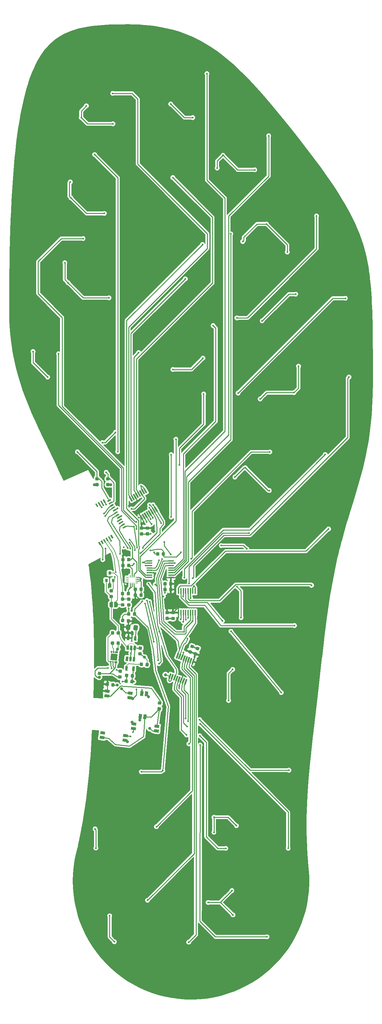
<source format=gbl>
G04 #@! TF.GenerationSoftware,KiCad,Pcbnew,(5.0.0)*
G04 #@! TF.CreationDate,2020-01-12T10:43:54+01:00*
G04 #@! TF.ProjectId,Insole_PCB,496E736F6C655F5043422E6B69636164,rev?*
G04 #@! TF.SameCoordinates,Original*
G04 #@! TF.FileFunction,Copper,L2,Bot,Signal*
G04 #@! TF.FilePolarity,Positive*
%FSLAX46Y46*%
G04 Gerber Fmt 4.6, Leading zero omitted, Abs format (unit mm)*
G04 Created by KiCad (PCBNEW (5.0.0)) date 01/12/20 10:43:54*
%MOMM*%
%LPD*%
G01*
G04 APERTURE LIST*
G04 #@! TA.AperFunction,ComponentPad*
%ADD10C,0.850000*%
G04 #@! TD*
G04 #@! TA.AperFunction,Conductor*
%ADD11C,0.850000*%
G04 #@! TD*
G04 #@! TA.AperFunction,Conductor*
%ADD12C,0.100000*%
G04 #@! TD*
G04 #@! TA.AperFunction,SMDPad,CuDef*
%ADD13R,0.675000X0.250000*%
G04 #@! TD*
G04 #@! TA.AperFunction,SMDPad,CuDef*
%ADD14R,0.250000X0.675000*%
G04 #@! TD*
G04 #@! TA.AperFunction,SMDPad,CuDef*
%ADD15C,0.875000*%
G04 #@! TD*
G04 #@! TA.AperFunction,SMDPad,CuDef*
%ADD16C,0.500000*%
G04 #@! TD*
G04 #@! TA.AperFunction,SMDPad,CuDef*
%ADD17C,1.150000*%
G04 #@! TD*
G04 #@! TA.AperFunction,SMDPad,CuDef*
%ADD18C,0.450000*%
G04 #@! TD*
G04 #@! TA.AperFunction,SMDPad,CuDef*
%ADD19R,1.500000X0.450000*%
G04 #@! TD*
G04 #@! TA.AperFunction,SMDPad,CuDef*
%ADD20R,0.450000X1.500000*%
G04 #@! TD*
G04 #@! TA.AperFunction,SMDPad,CuDef*
%ADD21R,0.800000X0.900000*%
G04 #@! TD*
G04 #@! TA.AperFunction,SMDPad,CuDef*
%ADD22C,0.650000*%
G04 #@! TD*
G04 #@! TA.AperFunction,SMDPad,CuDef*
%ADD23C,0.410000*%
G04 #@! TD*
G04 #@! TA.AperFunction,SMDPad,CuDef*
%ADD24C,1.800000*%
G04 #@! TD*
G04 #@! TA.AperFunction,SMDPad,CuDef*
%ADD25C,0.400000*%
G04 #@! TD*
G04 #@! TA.AperFunction,SMDPad,CuDef*
%ADD26C,0.800000*%
G04 #@! TD*
G04 #@! TA.AperFunction,ViaPad*
%ADD27C,0.500000*%
G04 #@! TD*
G04 #@! TA.AperFunction,ViaPad*
%ADD28C,0.800000*%
G04 #@! TD*
G04 #@! TA.AperFunction,Conductor*
%ADD29C,0.250000*%
G04 #@! TD*
G04 #@! TA.AperFunction,Conductor*
%ADD30C,0.160000*%
G04 #@! TD*
G04 #@! TA.AperFunction,Conductor*
%ADD31C,0.200000*%
G04 #@! TD*
G04 APERTURE END LIST*
D10*
G04 #@! TO.P,J2,2*
G04 #@! TO.N,+BATT*
X186759697Y-193768271D03*
D11*
G04 #@! TD*
G04 #@! TO.N,+BATT*
G04 #@! TO.C,J2*
X186759697Y-193768271D02*
X186759697Y-193768271D01*
D10*
G04 #@! TO.P,J2,1*
G04 #@! TO.N,-BATT*
X186829453Y-192770707D03*
D12*
G04 #@! TD*
G04 #@! TO.N,-BATT*
G04 #@! TO.C,J2*
G36*
X186375842Y-193165025D02*
X186435135Y-192317096D01*
X187283064Y-192376389D01*
X187223771Y-193224318D01*
X186375842Y-193165025D01*
X186375842Y-193165025D01*
G37*
D13*
G04 #@! TO.P,U2,11*
G04 #@! TO.N,N/C*
X194486953Y-166460707D03*
G04 #@! TO.P,U2,10*
X194486953Y-166960707D03*
G04 #@! TO.P,U2,9*
X194486953Y-167460707D03*
G04 #@! TO.P,U2,8*
G04 #@! TO.N,+3V3*
X194486953Y-167960707D03*
G04 #@! TO.P,U2,4*
G04 #@! TO.N,N/C*
X197011953Y-167960707D03*
G04 #@! TO.P,U2,3*
G04 #@! TO.N,GND*
X197011953Y-167460707D03*
G04 #@! TO.P,U2,2*
X197011953Y-166960707D03*
G04 #@! TO.P,U2,1*
X197011953Y-166460707D03*
D14*
G04 #@! TO.P,U2,7*
X195249453Y-168223207D03*
G04 #@! TO.P,U2,6*
X195749453Y-168223207D03*
G04 #@! TO.P,U2,5*
G04 #@! TO.N,+3V3*
X196249453Y-168223207D03*
G04 #@! TO.P,U2,12*
G04 #@! TO.N,N/C*
X195249453Y-166198207D03*
G04 #@! TO.P,U2,14*
G04 #@! TO.N,Net-(R2-Pad2)*
X196249453Y-166198207D03*
G04 #@! TO.P,U2,13*
G04 #@! TO.N,Net-(R3-Pad2)*
X195749453Y-166198207D03*
G04 #@! TD*
D12*
G04 #@! TO.N,-BATT*
G04 #@! TO.C,C1*
G36*
X192169412Y-193241980D02*
X192680664Y-193277730D01*
X192701980Y-193280276D01*
X192722943Y-193284900D01*
X192743352Y-193291556D01*
X192763011Y-193300180D01*
X192781729Y-193310690D01*
X192799327Y-193322984D01*
X192815636Y-193336943D01*
X192830498Y-193352434D01*
X192843769Y-193369307D01*
X192855323Y-193387400D01*
X192865048Y-193406538D01*
X192872851Y-193426537D01*
X192878655Y-193447204D01*
X192882406Y-193468341D01*
X192884067Y-193489744D01*
X192883622Y-193511206D01*
X192853104Y-193947640D01*
X192850558Y-193968956D01*
X192845934Y-193989919D01*
X192839278Y-194010328D01*
X192830654Y-194029987D01*
X192820144Y-194048705D01*
X192807850Y-194066303D01*
X192793891Y-194082612D01*
X192778400Y-194097474D01*
X192761527Y-194110745D01*
X192743435Y-194122299D01*
X192724297Y-194132024D01*
X192704298Y-194139827D01*
X192683630Y-194145631D01*
X192662493Y-194149382D01*
X192641090Y-194151043D01*
X192619628Y-194150598D01*
X192108376Y-194114848D01*
X192087060Y-194112302D01*
X192066097Y-194107678D01*
X192045688Y-194101022D01*
X192026029Y-194092398D01*
X192007311Y-194081888D01*
X191989713Y-194069594D01*
X191973404Y-194055635D01*
X191958542Y-194040144D01*
X191945271Y-194023271D01*
X191933717Y-194005178D01*
X191923992Y-193986040D01*
X191916189Y-193966041D01*
X191910385Y-193945374D01*
X191906634Y-193924237D01*
X191904973Y-193902834D01*
X191905418Y-193881372D01*
X191935936Y-193444938D01*
X191938482Y-193423622D01*
X191943106Y-193402659D01*
X191949762Y-193382250D01*
X191958386Y-193362591D01*
X191968896Y-193343873D01*
X191981190Y-193326275D01*
X191995149Y-193309966D01*
X192010640Y-193295104D01*
X192027513Y-193281833D01*
X192045605Y-193270279D01*
X192064743Y-193260554D01*
X192084742Y-193252751D01*
X192105410Y-193246947D01*
X192126547Y-193243196D01*
X192147950Y-193241535D01*
X192169412Y-193241980D01*
X192169412Y-193241980D01*
G37*
D15*
G04 #@! TD*
G04 #@! TO.P,C1,2*
G04 #@! TO.N,-BATT*
X192394520Y-193696289D03*
D12*
G04 #@! TO.N,Net-(C1-Pad1)*
G04 #@! TO.C,C1*
G36*
X192279278Y-191670816D02*
X192790530Y-191706566D01*
X192811846Y-191709112D01*
X192832809Y-191713736D01*
X192853218Y-191720392D01*
X192872877Y-191729016D01*
X192891595Y-191739526D01*
X192909193Y-191751820D01*
X192925502Y-191765779D01*
X192940364Y-191781270D01*
X192953635Y-191798143D01*
X192965189Y-191816236D01*
X192974914Y-191835374D01*
X192982717Y-191855373D01*
X192988521Y-191876040D01*
X192992272Y-191897177D01*
X192993933Y-191918580D01*
X192993488Y-191940042D01*
X192962970Y-192376476D01*
X192960424Y-192397792D01*
X192955800Y-192418755D01*
X192949144Y-192439164D01*
X192940520Y-192458823D01*
X192930010Y-192477541D01*
X192917716Y-192495139D01*
X192903757Y-192511448D01*
X192888266Y-192526310D01*
X192871393Y-192539581D01*
X192853301Y-192551135D01*
X192834163Y-192560860D01*
X192814164Y-192568663D01*
X192793496Y-192574467D01*
X192772359Y-192578218D01*
X192750956Y-192579879D01*
X192729494Y-192579434D01*
X192218242Y-192543684D01*
X192196926Y-192541138D01*
X192175963Y-192536514D01*
X192155554Y-192529858D01*
X192135895Y-192521234D01*
X192117177Y-192510724D01*
X192099579Y-192498430D01*
X192083270Y-192484471D01*
X192068408Y-192468980D01*
X192055137Y-192452107D01*
X192043583Y-192434014D01*
X192033858Y-192414876D01*
X192026055Y-192394877D01*
X192020251Y-192374210D01*
X192016500Y-192353073D01*
X192014839Y-192331670D01*
X192015284Y-192310208D01*
X192045802Y-191873774D01*
X192048348Y-191852458D01*
X192052972Y-191831495D01*
X192059628Y-191811086D01*
X192068252Y-191791427D01*
X192078762Y-191772709D01*
X192091056Y-191755111D01*
X192105015Y-191738802D01*
X192120506Y-191723940D01*
X192137379Y-191710669D01*
X192155471Y-191699115D01*
X192174609Y-191689390D01*
X192194608Y-191681587D01*
X192215276Y-191675783D01*
X192236413Y-191672032D01*
X192257816Y-191670371D01*
X192279278Y-191670816D01*
X192279278Y-191670816D01*
G37*
D15*
G04 #@! TD*
G04 #@! TO.P,C1,1*
G04 #@! TO.N,Net-(C1-Pad1)*
X192504386Y-192125125D03*
D12*
G04 #@! TO.N,+3V3*
G04 #@! TO.C,C2*
G36*
X212976058Y-186889090D02*
X212997410Y-186891311D01*
X213018442Y-186895614D01*
X213038950Y-186901957D01*
X213520542Y-187077242D01*
X213540330Y-187085565D01*
X213559207Y-187095788D01*
X213576991Y-187107812D01*
X213593510Y-187121521D01*
X213608607Y-187136783D01*
X213622135Y-187153451D01*
X213633964Y-187171365D01*
X213643980Y-187190352D01*
X213652087Y-187210230D01*
X213658206Y-187230806D01*
X213662279Y-187251883D01*
X213664267Y-187273258D01*
X213664150Y-187294725D01*
X213661929Y-187316077D01*
X213657626Y-187337108D01*
X213651283Y-187357617D01*
X213501649Y-187768732D01*
X213493326Y-187788520D01*
X213483103Y-187807397D01*
X213471079Y-187825181D01*
X213457370Y-187841700D01*
X213442108Y-187856797D01*
X213425440Y-187870325D01*
X213407526Y-187882154D01*
X213388539Y-187892170D01*
X213368661Y-187900277D01*
X213348085Y-187906396D01*
X213327007Y-187910469D01*
X213305633Y-187912457D01*
X213284166Y-187912340D01*
X213262814Y-187910119D01*
X213241782Y-187905816D01*
X213221274Y-187899473D01*
X212739682Y-187724188D01*
X212719894Y-187715865D01*
X212701017Y-187705642D01*
X212683233Y-187693618D01*
X212666714Y-187679909D01*
X212651617Y-187664647D01*
X212638089Y-187647979D01*
X212626260Y-187630065D01*
X212616244Y-187611078D01*
X212608137Y-187591200D01*
X212602018Y-187570624D01*
X212597945Y-187549547D01*
X212595957Y-187528172D01*
X212596074Y-187506705D01*
X212598295Y-187485353D01*
X212602598Y-187464322D01*
X212608941Y-187443813D01*
X212758575Y-187032698D01*
X212766898Y-187012910D01*
X212777121Y-186994033D01*
X212789145Y-186976249D01*
X212802854Y-186959730D01*
X212818116Y-186944633D01*
X212834784Y-186931105D01*
X212852698Y-186919276D01*
X212871685Y-186909260D01*
X212891563Y-186901153D01*
X212912139Y-186895034D01*
X212933217Y-186890961D01*
X212954591Y-186888973D01*
X212976058Y-186889090D01*
X212976058Y-186889090D01*
G37*
D15*
G04 #@! TD*
G04 #@! TO.P,C2,2*
G04 #@! TO.N,+3V3*
X213130112Y-187400715D03*
D12*
G04 #@! TO.N,GND*
G04 #@! TO.C,C2*
G36*
X213514740Y-185409074D02*
X213536092Y-185411295D01*
X213557124Y-185415598D01*
X213577632Y-185421941D01*
X214059224Y-185597226D01*
X214079012Y-185605549D01*
X214097889Y-185615772D01*
X214115673Y-185627796D01*
X214132192Y-185641505D01*
X214147289Y-185656767D01*
X214160817Y-185673435D01*
X214172646Y-185691349D01*
X214182662Y-185710336D01*
X214190769Y-185730214D01*
X214196888Y-185750790D01*
X214200961Y-185771867D01*
X214202949Y-185793242D01*
X214202832Y-185814709D01*
X214200611Y-185836061D01*
X214196308Y-185857092D01*
X214189965Y-185877601D01*
X214040331Y-186288716D01*
X214032008Y-186308504D01*
X214021785Y-186327381D01*
X214009761Y-186345165D01*
X213996052Y-186361684D01*
X213980790Y-186376781D01*
X213964122Y-186390309D01*
X213946208Y-186402138D01*
X213927221Y-186412154D01*
X213907343Y-186420261D01*
X213886767Y-186426380D01*
X213865689Y-186430453D01*
X213844315Y-186432441D01*
X213822848Y-186432324D01*
X213801496Y-186430103D01*
X213780464Y-186425800D01*
X213759956Y-186419457D01*
X213278364Y-186244172D01*
X213258576Y-186235849D01*
X213239699Y-186225626D01*
X213221915Y-186213602D01*
X213205396Y-186199893D01*
X213190299Y-186184631D01*
X213176771Y-186167963D01*
X213164942Y-186150049D01*
X213154926Y-186131062D01*
X213146819Y-186111184D01*
X213140700Y-186090608D01*
X213136627Y-186069531D01*
X213134639Y-186048156D01*
X213134756Y-186026689D01*
X213136977Y-186005337D01*
X213141280Y-185984306D01*
X213147623Y-185963797D01*
X213297257Y-185552682D01*
X213305580Y-185532894D01*
X213315803Y-185514017D01*
X213327827Y-185496233D01*
X213341536Y-185479714D01*
X213356798Y-185464617D01*
X213373466Y-185451089D01*
X213391380Y-185439260D01*
X213410367Y-185429244D01*
X213430245Y-185421137D01*
X213450821Y-185415018D01*
X213471899Y-185410945D01*
X213493273Y-185408957D01*
X213514740Y-185409074D01*
X213514740Y-185409074D01*
G37*
D15*
G04 #@! TD*
G04 #@! TO.P,C2,1*
G04 #@! TO.N,GND*
X213668794Y-185920699D03*
D12*
G04 #@! TO.N,+BATT*
G04 #@! TO.C,C3*
G36*
X197768881Y-185357554D02*
X198280678Y-185384376D01*
X198302035Y-185386550D01*
X198323076Y-185390807D01*
X198343598Y-185397105D01*
X198363404Y-185405385D01*
X198382303Y-185415567D01*
X198400113Y-185427552D01*
X198416663Y-185441225D01*
X198431793Y-185456454D01*
X198445357Y-185473092D01*
X198457225Y-185490981D01*
X198467283Y-185509946D01*
X198475433Y-185529806D01*
X198481597Y-185550369D01*
X198485716Y-185571437D01*
X198487750Y-185592807D01*
X198487680Y-185614275D01*
X198464783Y-186051175D01*
X198462609Y-186072531D01*
X198458352Y-186093572D01*
X198452053Y-186114094D01*
X198443774Y-186133900D01*
X198433592Y-186152799D01*
X198421607Y-186170610D01*
X198407934Y-186187159D01*
X198392705Y-186202289D01*
X198376067Y-186215853D01*
X198358178Y-186227721D01*
X198339213Y-186237779D01*
X198319353Y-186245929D01*
X198298790Y-186252093D01*
X198277722Y-186256212D01*
X198256351Y-186258246D01*
X198234885Y-186258176D01*
X197723088Y-186231354D01*
X197701731Y-186229180D01*
X197680690Y-186224923D01*
X197660168Y-186218625D01*
X197640362Y-186210345D01*
X197621463Y-186200163D01*
X197603653Y-186188178D01*
X197587103Y-186174505D01*
X197571973Y-186159276D01*
X197558409Y-186142638D01*
X197546541Y-186124749D01*
X197536483Y-186105784D01*
X197528333Y-186085924D01*
X197522169Y-186065361D01*
X197518050Y-186044293D01*
X197516016Y-186022923D01*
X197516086Y-186001455D01*
X197538983Y-185564555D01*
X197541157Y-185543199D01*
X197545414Y-185522158D01*
X197551713Y-185501636D01*
X197559992Y-185481830D01*
X197570174Y-185462931D01*
X197582159Y-185445120D01*
X197595832Y-185428571D01*
X197611061Y-185413441D01*
X197627699Y-185399877D01*
X197645588Y-185388009D01*
X197664553Y-185377951D01*
X197684413Y-185369801D01*
X197704976Y-185363637D01*
X197726044Y-185359518D01*
X197747415Y-185357484D01*
X197768881Y-185357554D01*
X197768881Y-185357554D01*
G37*
D15*
G04 #@! TD*
G04 #@! TO.P,C3,2*
G04 #@! TO.N,+BATT*
X198001883Y-185807865D03*
D12*
G04 #@! TO.N,GND*
G04 #@! TO.C,C3*
G36*
X197686451Y-186930396D02*
X198198248Y-186957218D01*
X198219605Y-186959392D01*
X198240646Y-186963649D01*
X198261168Y-186969947D01*
X198280974Y-186978227D01*
X198299873Y-186988409D01*
X198317683Y-187000394D01*
X198334233Y-187014067D01*
X198349363Y-187029296D01*
X198362927Y-187045934D01*
X198374795Y-187063823D01*
X198384853Y-187082788D01*
X198393003Y-187102648D01*
X198399167Y-187123211D01*
X198403286Y-187144279D01*
X198405320Y-187165649D01*
X198405250Y-187187117D01*
X198382353Y-187624017D01*
X198380179Y-187645373D01*
X198375922Y-187666414D01*
X198369623Y-187686936D01*
X198361344Y-187706742D01*
X198351162Y-187725641D01*
X198339177Y-187743452D01*
X198325504Y-187760001D01*
X198310275Y-187775131D01*
X198293637Y-187788695D01*
X198275748Y-187800563D01*
X198256783Y-187810621D01*
X198236923Y-187818771D01*
X198216360Y-187824935D01*
X198195292Y-187829054D01*
X198173921Y-187831088D01*
X198152455Y-187831018D01*
X197640658Y-187804196D01*
X197619301Y-187802022D01*
X197598260Y-187797765D01*
X197577738Y-187791467D01*
X197557932Y-187783187D01*
X197539033Y-187773005D01*
X197521223Y-187761020D01*
X197504673Y-187747347D01*
X197489543Y-187732118D01*
X197475979Y-187715480D01*
X197464111Y-187697591D01*
X197454053Y-187678626D01*
X197445903Y-187658766D01*
X197439739Y-187638203D01*
X197435620Y-187617135D01*
X197433586Y-187595765D01*
X197433656Y-187574297D01*
X197456553Y-187137397D01*
X197458727Y-187116041D01*
X197462984Y-187095000D01*
X197469283Y-187074478D01*
X197477562Y-187054672D01*
X197487744Y-187035773D01*
X197499729Y-187017962D01*
X197513402Y-187001413D01*
X197528631Y-186986283D01*
X197545269Y-186972719D01*
X197563158Y-186960851D01*
X197582123Y-186950793D01*
X197601983Y-186942643D01*
X197622546Y-186936479D01*
X197643614Y-186932360D01*
X197664985Y-186930326D01*
X197686451Y-186930396D01*
X197686451Y-186930396D01*
G37*
D15*
G04 #@! TD*
G04 #@! TO.P,C3,1*
G04 #@! TO.N,GND*
X197919453Y-187380707D03*
D12*
G04 #@! TO.N,GND*
G04 #@! TO.C,C4*
G36*
X192993206Y-177761739D02*
X193429640Y-177792257D01*
X193450956Y-177794803D01*
X193471919Y-177799427D01*
X193492328Y-177806083D01*
X193511987Y-177814707D01*
X193530705Y-177825217D01*
X193548303Y-177837511D01*
X193564612Y-177851470D01*
X193579474Y-177866961D01*
X193592745Y-177883834D01*
X193604299Y-177901926D01*
X193614024Y-177921064D01*
X193621827Y-177941063D01*
X193627631Y-177961731D01*
X193631382Y-177982868D01*
X193633043Y-178004271D01*
X193632598Y-178025733D01*
X193596848Y-178536985D01*
X193594302Y-178558301D01*
X193589678Y-178579264D01*
X193583022Y-178599673D01*
X193574398Y-178619332D01*
X193563888Y-178638050D01*
X193551594Y-178655648D01*
X193537635Y-178671957D01*
X193522144Y-178686819D01*
X193505271Y-178700090D01*
X193487178Y-178711644D01*
X193468040Y-178721369D01*
X193448041Y-178729172D01*
X193427374Y-178734976D01*
X193406237Y-178738727D01*
X193384834Y-178740388D01*
X193363372Y-178739943D01*
X192926938Y-178709425D01*
X192905622Y-178706879D01*
X192884659Y-178702255D01*
X192864250Y-178695599D01*
X192844591Y-178686975D01*
X192825873Y-178676465D01*
X192808275Y-178664171D01*
X192791966Y-178650212D01*
X192777104Y-178634721D01*
X192763833Y-178617848D01*
X192752279Y-178599756D01*
X192742554Y-178580618D01*
X192734751Y-178560619D01*
X192728947Y-178539951D01*
X192725196Y-178518814D01*
X192723535Y-178497411D01*
X192723980Y-178475949D01*
X192759730Y-177964697D01*
X192762276Y-177943381D01*
X192766900Y-177922418D01*
X192773556Y-177902009D01*
X192782180Y-177882350D01*
X192792690Y-177863632D01*
X192804984Y-177846034D01*
X192818943Y-177829725D01*
X192834434Y-177814863D01*
X192851307Y-177801592D01*
X192869400Y-177790038D01*
X192888538Y-177780313D01*
X192908537Y-177772510D01*
X192929204Y-177766706D01*
X192950341Y-177762955D01*
X192971744Y-177761294D01*
X192993206Y-177761739D01*
X192993206Y-177761739D01*
G37*
D15*
G04 #@! TD*
G04 #@! TO.P,C4,2*
G04 #@! TO.N,GND*
X193178289Y-178250841D03*
D12*
G04 #@! TO.N,+3V3*
G04 #@! TO.C,C4*
G36*
X194564370Y-177871605D02*
X195000804Y-177902123D01*
X195022120Y-177904669D01*
X195043083Y-177909293D01*
X195063492Y-177915949D01*
X195083151Y-177924573D01*
X195101869Y-177935083D01*
X195119467Y-177947377D01*
X195135776Y-177961336D01*
X195150638Y-177976827D01*
X195163909Y-177993700D01*
X195175463Y-178011792D01*
X195185188Y-178030930D01*
X195192991Y-178050929D01*
X195198795Y-178071597D01*
X195202546Y-178092734D01*
X195204207Y-178114137D01*
X195203762Y-178135599D01*
X195168012Y-178646851D01*
X195165466Y-178668167D01*
X195160842Y-178689130D01*
X195154186Y-178709539D01*
X195145562Y-178729198D01*
X195135052Y-178747916D01*
X195122758Y-178765514D01*
X195108799Y-178781823D01*
X195093308Y-178796685D01*
X195076435Y-178809956D01*
X195058342Y-178821510D01*
X195039204Y-178831235D01*
X195019205Y-178839038D01*
X194998538Y-178844842D01*
X194977401Y-178848593D01*
X194955998Y-178850254D01*
X194934536Y-178849809D01*
X194498102Y-178819291D01*
X194476786Y-178816745D01*
X194455823Y-178812121D01*
X194435414Y-178805465D01*
X194415755Y-178796841D01*
X194397037Y-178786331D01*
X194379439Y-178774037D01*
X194363130Y-178760078D01*
X194348268Y-178744587D01*
X194334997Y-178727714D01*
X194323443Y-178709622D01*
X194313718Y-178690484D01*
X194305915Y-178670485D01*
X194300111Y-178649817D01*
X194296360Y-178628680D01*
X194294699Y-178607277D01*
X194295144Y-178585815D01*
X194330894Y-178074563D01*
X194333440Y-178053247D01*
X194338064Y-178032284D01*
X194344720Y-178011875D01*
X194353344Y-177992216D01*
X194363854Y-177973498D01*
X194376148Y-177955900D01*
X194390107Y-177939591D01*
X194405598Y-177924729D01*
X194422471Y-177911458D01*
X194440564Y-177899904D01*
X194459702Y-177890179D01*
X194479701Y-177882376D01*
X194500368Y-177876572D01*
X194521505Y-177872821D01*
X194542908Y-177871160D01*
X194564370Y-177871605D01*
X194564370Y-177871605D01*
G37*
D15*
G04 #@! TD*
G04 #@! TO.P,C4,1*
G04 #@! TO.N,+3V3*
X194749453Y-178360707D03*
D12*
G04 #@! TO.N,+3V3*
G04 #@! TO.C,C5*
G36*
X211526058Y-186339090D02*
X211547410Y-186341311D01*
X211568442Y-186345614D01*
X211588950Y-186351957D01*
X212070542Y-186527242D01*
X212090330Y-186535565D01*
X212109207Y-186545788D01*
X212126991Y-186557812D01*
X212143510Y-186571521D01*
X212158607Y-186586783D01*
X212172135Y-186603451D01*
X212183964Y-186621365D01*
X212193980Y-186640352D01*
X212202087Y-186660230D01*
X212208206Y-186680806D01*
X212212279Y-186701883D01*
X212214267Y-186723258D01*
X212214150Y-186744725D01*
X212211929Y-186766077D01*
X212207626Y-186787108D01*
X212201283Y-186807617D01*
X212051649Y-187218732D01*
X212043326Y-187238520D01*
X212033103Y-187257397D01*
X212021079Y-187275181D01*
X212007370Y-187291700D01*
X211992108Y-187306797D01*
X211975440Y-187320325D01*
X211957526Y-187332154D01*
X211938539Y-187342170D01*
X211918661Y-187350277D01*
X211898085Y-187356396D01*
X211877007Y-187360469D01*
X211855633Y-187362457D01*
X211834166Y-187362340D01*
X211812814Y-187360119D01*
X211791782Y-187355816D01*
X211771274Y-187349473D01*
X211289682Y-187174188D01*
X211269894Y-187165865D01*
X211251017Y-187155642D01*
X211233233Y-187143618D01*
X211216714Y-187129909D01*
X211201617Y-187114647D01*
X211188089Y-187097979D01*
X211176260Y-187080065D01*
X211166244Y-187061078D01*
X211158137Y-187041200D01*
X211152018Y-187020624D01*
X211147945Y-186999547D01*
X211145957Y-186978172D01*
X211146074Y-186956705D01*
X211148295Y-186935353D01*
X211152598Y-186914322D01*
X211158941Y-186893813D01*
X211308575Y-186482698D01*
X211316898Y-186462910D01*
X211327121Y-186444033D01*
X211339145Y-186426249D01*
X211352854Y-186409730D01*
X211368116Y-186394633D01*
X211384784Y-186381105D01*
X211402698Y-186369276D01*
X211421685Y-186359260D01*
X211441563Y-186351153D01*
X211462139Y-186345034D01*
X211483217Y-186340961D01*
X211504591Y-186338973D01*
X211526058Y-186339090D01*
X211526058Y-186339090D01*
G37*
D15*
G04 #@! TD*
G04 #@! TO.P,C5,2*
G04 #@! TO.N,+3V3*
X211680112Y-186850715D03*
D12*
G04 #@! TO.N,GND*
G04 #@! TO.C,C5*
G36*
X212064740Y-184859074D02*
X212086092Y-184861295D01*
X212107124Y-184865598D01*
X212127632Y-184871941D01*
X212609224Y-185047226D01*
X212629012Y-185055549D01*
X212647889Y-185065772D01*
X212665673Y-185077796D01*
X212682192Y-185091505D01*
X212697289Y-185106767D01*
X212710817Y-185123435D01*
X212722646Y-185141349D01*
X212732662Y-185160336D01*
X212740769Y-185180214D01*
X212746888Y-185200790D01*
X212750961Y-185221867D01*
X212752949Y-185243242D01*
X212752832Y-185264709D01*
X212750611Y-185286061D01*
X212746308Y-185307092D01*
X212739965Y-185327601D01*
X212590331Y-185738716D01*
X212582008Y-185758504D01*
X212571785Y-185777381D01*
X212559761Y-185795165D01*
X212546052Y-185811684D01*
X212530790Y-185826781D01*
X212514122Y-185840309D01*
X212496208Y-185852138D01*
X212477221Y-185862154D01*
X212457343Y-185870261D01*
X212436767Y-185876380D01*
X212415689Y-185880453D01*
X212394315Y-185882441D01*
X212372848Y-185882324D01*
X212351496Y-185880103D01*
X212330464Y-185875800D01*
X212309956Y-185869457D01*
X211828364Y-185694172D01*
X211808576Y-185685849D01*
X211789699Y-185675626D01*
X211771915Y-185663602D01*
X211755396Y-185649893D01*
X211740299Y-185634631D01*
X211726771Y-185617963D01*
X211714942Y-185600049D01*
X211704926Y-185581062D01*
X211696819Y-185561184D01*
X211690700Y-185540608D01*
X211686627Y-185519531D01*
X211684639Y-185498156D01*
X211684756Y-185476689D01*
X211686977Y-185455337D01*
X211691280Y-185434306D01*
X211697623Y-185413797D01*
X211847257Y-185002682D01*
X211855580Y-184982894D01*
X211865803Y-184964017D01*
X211877827Y-184946233D01*
X211891536Y-184929714D01*
X211906798Y-184914617D01*
X211923466Y-184901089D01*
X211941380Y-184889260D01*
X211960367Y-184879244D01*
X211980245Y-184871137D01*
X212000821Y-184865018D01*
X212021899Y-184860945D01*
X212043273Y-184858957D01*
X212064740Y-184859074D01*
X212064740Y-184859074D01*
G37*
D15*
G04 #@! TD*
G04 #@! TO.P,C5,1*
G04 #@! TO.N,GND*
X212218794Y-185370699D03*
D12*
G04 #@! TO.N,+3V3*
G04 #@! TO.C,C6*
G36*
X205627144Y-175674260D02*
X205648379Y-175677410D01*
X205669203Y-175682626D01*
X205689415Y-175689858D01*
X205708821Y-175699037D01*
X205727234Y-175710073D01*
X205744477Y-175722861D01*
X205760383Y-175737277D01*
X205774799Y-175753183D01*
X205787587Y-175770426D01*
X205798623Y-175788839D01*
X205807802Y-175808245D01*
X205815034Y-175828457D01*
X205820250Y-175849281D01*
X205823400Y-175870516D01*
X205824453Y-175891957D01*
X205824453Y-176329457D01*
X205823400Y-176350898D01*
X205820250Y-176372133D01*
X205815034Y-176392957D01*
X205807802Y-176413169D01*
X205798623Y-176432575D01*
X205787587Y-176450988D01*
X205774799Y-176468231D01*
X205760383Y-176484137D01*
X205744477Y-176498553D01*
X205727234Y-176511341D01*
X205708821Y-176522377D01*
X205689415Y-176531556D01*
X205669203Y-176538788D01*
X205648379Y-176544004D01*
X205627144Y-176547154D01*
X205605703Y-176548207D01*
X205093203Y-176548207D01*
X205071762Y-176547154D01*
X205050527Y-176544004D01*
X205029703Y-176538788D01*
X205009491Y-176531556D01*
X204990085Y-176522377D01*
X204971672Y-176511341D01*
X204954429Y-176498553D01*
X204938523Y-176484137D01*
X204924107Y-176468231D01*
X204911319Y-176450988D01*
X204900283Y-176432575D01*
X204891104Y-176413169D01*
X204883872Y-176392957D01*
X204878656Y-176372133D01*
X204875506Y-176350898D01*
X204874453Y-176329457D01*
X204874453Y-175891957D01*
X204875506Y-175870516D01*
X204878656Y-175849281D01*
X204883872Y-175828457D01*
X204891104Y-175808245D01*
X204900283Y-175788839D01*
X204911319Y-175770426D01*
X204924107Y-175753183D01*
X204938523Y-175737277D01*
X204954429Y-175722861D01*
X204971672Y-175710073D01*
X204990085Y-175699037D01*
X205009491Y-175689858D01*
X205029703Y-175682626D01*
X205050527Y-175677410D01*
X205071762Y-175674260D01*
X205093203Y-175673207D01*
X205605703Y-175673207D01*
X205627144Y-175674260D01*
X205627144Y-175674260D01*
G37*
D15*
G04 #@! TD*
G04 #@! TO.P,C6,2*
G04 #@! TO.N,+3V3*
X205349453Y-176110707D03*
D12*
G04 #@! TO.N,GND*
G04 #@! TO.C,C6*
G36*
X205627144Y-177249260D02*
X205648379Y-177252410D01*
X205669203Y-177257626D01*
X205689415Y-177264858D01*
X205708821Y-177274037D01*
X205727234Y-177285073D01*
X205744477Y-177297861D01*
X205760383Y-177312277D01*
X205774799Y-177328183D01*
X205787587Y-177345426D01*
X205798623Y-177363839D01*
X205807802Y-177383245D01*
X205815034Y-177403457D01*
X205820250Y-177424281D01*
X205823400Y-177445516D01*
X205824453Y-177466957D01*
X205824453Y-177904457D01*
X205823400Y-177925898D01*
X205820250Y-177947133D01*
X205815034Y-177967957D01*
X205807802Y-177988169D01*
X205798623Y-178007575D01*
X205787587Y-178025988D01*
X205774799Y-178043231D01*
X205760383Y-178059137D01*
X205744477Y-178073553D01*
X205727234Y-178086341D01*
X205708821Y-178097377D01*
X205689415Y-178106556D01*
X205669203Y-178113788D01*
X205648379Y-178119004D01*
X205627144Y-178122154D01*
X205605703Y-178123207D01*
X205093203Y-178123207D01*
X205071762Y-178122154D01*
X205050527Y-178119004D01*
X205029703Y-178113788D01*
X205009491Y-178106556D01*
X204990085Y-178097377D01*
X204971672Y-178086341D01*
X204954429Y-178073553D01*
X204938523Y-178059137D01*
X204924107Y-178043231D01*
X204911319Y-178025988D01*
X204900283Y-178007575D01*
X204891104Y-177988169D01*
X204883872Y-177967957D01*
X204878656Y-177947133D01*
X204875506Y-177925898D01*
X204874453Y-177904457D01*
X204874453Y-177466957D01*
X204875506Y-177445516D01*
X204878656Y-177424281D01*
X204883872Y-177403457D01*
X204891104Y-177383245D01*
X204900283Y-177363839D01*
X204911319Y-177345426D01*
X204924107Y-177328183D01*
X204938523Y-177312277D01*
X204954429Y-177297861D01*
X204971672Y-177285073D01*
X204990085Y-177274037D01*
X205009491Y-177264858D01*
X205029703Y-177257626D01*
X205050527Y-177252410D01*
X205071762Y-177249260D01*
X205093203Y-177248207D01*
X205605703Y-177248207D01*
X205627144Y-177249260D01*
X205627144Y-177249260D01*
G37*
D15*
G04 #@! TD*
G04 #@! TO.P,C6,1*
G04 #@! TO.N,GND*
X205349453Y-177685707D03*
D12*
G04 #@! TO.N,+3V3*
G04 #@! TO.C,C7*
G36*
X207227144Y-175686760D02*
X207248379Y-175689910D01*
X207269203Y-175695126D01*
X207289415Y-175702358D01*
X207308821Y-175711537D01*
X207327234Y-175722573D01*
X207344477Y-175735361D01*
X207360383Y-175749777D01*
X207374799Y-175765683D01*
X207387587Y-175782926D01*
X207398623Y-175801339D01*
X207407802Y-175820745D01*
X207415034Y-175840957D01*
X207420250Y-175861781D01*
X207423400Y-175883016D01*
X207424453Y-175904457D01*
X207424453Y-176341957D01*
X207423400Y-176363398D01*
X207420250Y-176384633D01*
X207415034Y-176405457D01*
X207407802Y-176425669D01*
X207398623Y-176445075D01*
X207387587Y-176463488D01*
X207374799Y-176480731D01*
X207360383Y-176496637D01*
X207344477Y-176511053D01*
X207327234Y-176523841D01*
X207308821Y-176534877D01*
X207289415Y-176544056D01*
X207269203Y-176551288D01*
X207248379Y-176556504D01*
X207227144Y-176559654D01*
X207205703Y-176560707D01*
X206693203Y-176560707D01*
X206671762Y-176559654D01*
X206650527Y-176556504D01*
X206629703Y-176551288D01*
X206609491Y-176544056D01*
X206590085Y-176534877D01*
X206571672Y-176523841D01*
X206554429Y-176511053D01*
X206538523Y-176496637D01*
X206524107Y-176480731D01*
X206511319Y-176463488D01*
X206500283Y-176445075D01*
X206491104Y-176425669D01*
X206483872Y-176405457D01*
X206478656Y-176384633D01*
X206475506Y-176363398D01*
X206474453Y-176341957D01*
X206474453Y-175904457D01*
X206475506Y-175883016D01*
X206478656Y-175861781D01*
X206483872Y-175840957D01*
X206491104Y-175820745D01*
X206500283Y-175801339D01*
X206511319Y-175782926D01*
X206524107Y-175765683D01*
X206538523Y-175749777D01*
X206554429Y-175735361D01*
X206571672Y-175722573D01*
X206590085Y-175711537D01*
X206609491Y-175702358D01*
X206629703Y-175695126D01*
X206650527Y-175689910D01*
X206671762Y-175686760D01*
X206693203Y-175685707D01*
X207205703Y-175685707D01*
X207227144Y-175686760D01*
X207227144Y-175686760D01*
G37*
D15*
G04 #@! TD*
G04 #@! TO.P,C7,2*
G04 #@! TO.N,+3V3*
X206949453Y-176123207D03*
D12*
G04 #@! TO.N,GND*
G04 #@! TO.C,C7*
G36*
X207227144Y-177261760D02*
X207248379Y-177264910D01*
X207269203Y-177270126D01*
X207289415Y-177277358D01*
X207308821Y-177286537D01*
X207327234Y-177297573D01*
X207344477Y-177310361D01*
X207360383Y-177324777D01*
X207374799Y-177340683D01*
X207387587Y-177357926D01*
X207398623Y-177376339D01*
X207407802Y-177395745D01*
X207415034Y-177415957D01*
X207420250Y-177436781D01*
X207423400Y-177458016D01*
X207424453Y-177479457D01*
X207424453Y-177916957D01*
X207423400Y-177938398D01*
X207420250Y-177959633D01*
X207415034Y-177980457D01*
X207407802Y-178000669D01*
X207398623Y-178020075D01*
X207387587Y-178038488D01*
X207374799Y-178055731D01*
X207360383Y-178071637D01*
X207344477Y-178086053D01*
X207327234Y-178098841D01*
X207308821Y-178109877D01*
X207289415Y-178119056D01*
X207269203Y-178126288D01*
X207248379Y-178131504D01*
X207227144Y-178134654D01*
X207205703Y-178135707D01*
X206693203Y-178135707D01*
X206671762Y-178134654D01*
X206650527Y-178131504D01*
X206629703Y-178126288D01*
X206609491Y-178119056D01*
X206590085Y-178109877D01*
X206571672Y-178098841D01*
X206554429Y-178086053D01*
X206538523Y-178071637D01*
X206524107Y-178055731D01*
X206511319Y-178038488D01*
X206500283Y-178020075D01*
X206491104Y-178000669D01*
X206483872Y-177980457D01*
X206478656Y-177959633D01*
X206475506Y-177938398D01*
X206474453Y-177916957D01*
X206474453Y-177479457D01*
X206475506Y-177458016D01*
X206478656Y-177436781D01*
X206483872Y-177415957D01*
X206491104Y-177395745D01*
X206500283Y-177376339D01*
X206511319Y-177357926D01*
X206524107Y-177340683D01*
X206538523Y-177324777D01*
X206554429Y-177310361D01*
X206571672Y-177297573D01*
X206590085Y-177286537D01*
X206609491Y-177277358D01*
X206629703Y-177270126D01*
X206650527Y-177264910D01*
X206671762Y-177261760D01*
X206693203Y-177260707D01*
X207205703Y-177260707D01*
X207227144Y-177261760D01*
X207227144Y-177261760D01*
G37*
D15*
G04 #@! TD*
G04 #@! TO.P,C7,1*
G04 #@! TO.N,GND*
X206949453Y-177698207D03*
D12*
G04 #@! TO.N,+3V3*
G04 #@! TO.C,C8*
G36*
X206589644Y-169336760D02*
X206610879Y-169339910D01*
X206631703Y-169345126D01*
X206651915Y-169352358D01*
X206671321Y-169361537D01*
X206689734Y-169372573D01*
X206706977Y-169385361D01*
X206722883Y-169399777D01*
X206737299Y-169415683D01*
X206750087Y-169432926D01*
X206761123Y-169451339D01*
X206770302Y-169470745D01*
X206777534Y-169490957D01*
X206782750Y-169511781D01*
X206785900Y-169533016D01*
X206786953Y-169554457D01*
X206786953Y-170066957D01*
X206785900Y-170088398D01*
X206782750Y-170109633D01*
X206777534Y-170130457D01*
X206770302Y-170150669D01*
X206761123Y-170170075D01*
X206750087Y-170188488D01*
X206737299Y-170205731D01*
X206722883Y-170221637D01*
X206706977Y-170236053D01*
X206689734Y-170248841D01*
X206671321Y-170259877D01*
X206651915Y-170269056D01*
X206631703Y-170276288D01*
X206610879Y-170281504D01*
X206589644Y-170284654D01*
X206568203Y-170285707D01*
X206130703Y-170285707D01*
X206109262Y-170284654D01*
X206088027Y-170281504D01*
X206067203Y-170276288D01*
X206046991Y-170269056D01*
X206027585Y-170259877D01*
X206009172Y-170248841D01*
X205991929Y-170236053D01*
X205976023Y-170221637D01*
X205961607Y-170205731D01*
X205948819Y-170188488D01*
X205937783Y-170170075D01*
X205928604Y-170150669D01*
X205921372Y-170130457D01*
X205916156Y-170109633D01*
X205913006Y-170088398D01*
X205911953Y-170066957D01*
X205911953Y-169554457D01*
X205913006Y-169533016D01*
X205916156Y-169511781D01*
X205921372Y-169490957D01*
X205928604Y-169470745D01*
X205937783Y-169451339D01*
X205948819Y-169432926D01*
X205961607Y-169415683D01*
X205976023Y-169399777D01*
X205991929Y-169385361D01*
X206009172Y-169372573D01*
X206027585Y-169361537D01*
X206046991Y-169352358D01*
X206067203Y-169345126D01*
X206088027Y-169339910D01*
X206109262Y-169336760D01*
X206130703Y-169335707D01*
X206568203Y-169335707D01*
X206589644Y-169336760D01*
X206589644Y-169336760D01*
G37*
D15*
G04 #@! TD*
G04 #@! TO.P,C8,2*
G04 #@! TO.N,+3V3*
X206349453Y-169810707D03*
D12*
G04 #@! TO.N,GND*
G04 #@! TO.C,C8*
G36*
X205014644Y-169336760D02*
X205035879Y-169339910D01*
X205056703Y-169345126D01*
X205076915Y-169352358D01*
X205096321Y-169361537D01*
X205114734Y-169372573D01*
X205131977Y-169385361D01*
X205147883Y-169399777D01*
X205162299Y-169415683D01*
X205175087Y-169432926D01*
X205186123Y-169451339D01*
X205195302Y-169470745D01*
X205202534Y-169490957D01*
X205207750Y-169511781D01*
X205210900Y-169533016D01*
X205211953Y-169554457D01*
X205211953Y-170066957D01*
X205210900Y-170088398D01*
X205207750Y-170109633D01*
X205202534Y-170130457D01*
X205195302Y-170150669D01*
X205186123Y-170170075D01*
X205175087Y-170188488D01*
X205162299Y-170205731D01*
X205147883Y-170221637D01*
X205131977Y-170236053D01*
X205114734Y-170248841D01*
X205096321Y-170259877D01*
X205076915Y-170269056D01*
X205056703Y-170276288D01*
X205035879Y-170281504D01*
X205014644Y-170284654D01*
X204993203Y-170285707D01*
X204555703Y-170285707D01*
X204534262Y-170284654D01*
X204513027Y-170281504D01*
X204492203Y-170276288D01*
X204471991Y-170269056D01*
X204452585Y-170259877D01*
X204434172Y-170248841D01*
X204416929Y-170236053D01*
X204401023Y-170221637D01*
X204386607Y-170205731D01*
X204373819Y-170188488D01*
X204362783Y-170170075D01*
X204353604Y-170150669D01*
X204346372Y-170130457D01*
X204341156Y-170109633D01*
X204338006Y-170088398D01*
X204336953Y-170066957D01*
X204336953Y-169554457D01*
X204338006Y-169533016D01*
X204341156Y-169511781D01*
X204346372Y-169490957D01*
X204353604Y-169470745D01*
X204362783Y-169451339D01*
X204373819Y-169432926D01*
X204386607Y-169415683D01*
X204401023Y-169399777D01*
X204416929Y-169385361D01*
X204434172Y-169372573D01*
X204452585Y-169361537D01*
X204471991Y-169352358D01*
X204492203Y-169345126D01*
X204513027Y-169339910D01*
X204534262Y-169336760D01*
X204555703Y-169335707D01*
X204993203Y-169335707D01*
X205014644Y-169336760D01*
X205014644Y-169336760D01*
G37*
D15*
G04 #@! TD*
G04 #@! TO.P,C8,1*
G04 #@! TO.N,GND*
X204774453Y-169810707D03*
D12*
G04 #@! TO.N,+3V3*
G04 #@! TO.C,C9*
G36*
X206589644Y-167736760D02*
X206610879Y-167739910D01*
X206631703Y-167745126D01*
X206651915Y-167752358D01*
X206671321Y-167761537D01*
X206689734Y-167772573D01*
X206706977Y-167785361D01*
X206722883Y-167799777D01*
X206737299Y-167815683D01*
X206750087Y-167832926D01*
X206761123Y-167851339D01*
X206770302Y-167870745D01*
X206777534Y-167890957D01*
X206782750Y-167911781D01*
X206785900Y-167933016D01*
X206786953Y-167954457D01*
X206786953Y-168466957D01*
X206785900Y-168488398D01*
X206782750Y-168509633D01*
X206777534Y-168530457D01*
X206770302Y-168550669D01*
X206761123Y-168570075D01*
X206750087Y-168588488D01*
X206737299Y-168605731D01*
X206722883Y-168621637D01*
X206706977Y-168636053D01*
X206689734Y-168648841D01*
X206671321Y-168659877D01*
X206651915Y-168669056D01*
X206631703Y-168676288D01*
X206610879Y-168681504D01*
X206589644Y-168684654D01*
X206568203Y-168685707D01*
X206130703Y-168685707D01*
X206109262Y-168684654D01*
X206088027Y-168681504D01*
X206067203Y-168676288D01*
X206046991Y-168669056D01*
X206027585Y-168659877D01*
X206009172Y-168648841D01*
X205991929Y-168636053D01*
X205976023Y-168621637D01*
X205961607Y-168605731D01*
X205948819Y-168588488D01*
X205937783Y-168570075D01*
X205928604Y-168550669D01*
X205921372Y-168530457D01*
X205916156Y-168509633D01*
X205913006Y-168488398D01*
X205911953Y-168466957D01*
X205911953Y-167954457D01*
X205913006Y-167933016D01*
X205916156Y-167911781D01*
X205921372Y-167890957D01*
X205928604Y-167870745D01*
X205937783Y-167851339D01*
X205948819Y-167832926D01*
X205961607Y-167815683D01*
X205976023Y-167799777D01*
X205991929Y-167785361D01*
X206009172Y-167772573D01*
X206027585Y-167761537D01*
X206046991Y-167752358D01*
X206067203Y-167745126D01*
X206088027Y-167739910D01*
X206109262Y-167736760D01*
X206130703Y-167735707D01*
X206568203Y-167735707D01*
X206589644Y-167736760D01*
X206589644Y-167736760D01*
G37*
D15*
G04 #@! TD*
G04 #@! TO.P,C9,2*
G04 #@! TO.N,+3V3*
X206349453Y-168210707D03*
D12*
G04 #@! TO.N,GND*
G04 #@! TO.C,C9*
G36*
X205014644Y-167736760D02*
X205035879Y-167739910D01*
X205056703Y-167745126D01*
X205076915Y-167752358D01*
X205096321Y-167761537D01*
X205114734Y-167772573D01*
X205131977Y-167785361D01*
X205147883Y-167799777D01*
X205162299Y-167815683D01*
X205175087Y-167832926D01*
X205186123Y-167851339D01*
X205195302Y-167870745D01*
X205202534Y-167890957D01*
X205207750Y-167911781D01*
X205210900Y-167933016D01*
X205211953Y-167954457D01*
X205211953Y-168466957D01*
X205210900Y-168488398D01*
X205207750Y-168509633D01*
X205202534Y-168530457D01*
X205195302Y-168550669D01*
X205186123Y-168570075D01*
X205175087Y-168588488D01*
X205162299Y-168605731D01*
X205147883Y-168621637D01*
X205131977Y-168636053D01*
X205114734Y-168648841D01*
X205096321Y-168659877D01*
X205076915Y-168669056D01*
X205056703Y-168676288D01*
X205035879Y-168681504D01*
X205014644Y-168684654D01*
X204993203Y-168685707D01*
X204555703Y-168685707D01*
X204534262Y-168684654D01*
X204513027Y-168681504D01*
X204492203Y-168676288D01*
X204471991Y-168669056D01*
X204452585Y-168659877D01*
X204434172Y-168648841D01*
X204416929Y-168636053D01*
X204401023Y-168621637D01*
X204386607Y-168605731D01*
X204373819Y-168588488D01*
X204362783Y-168570075D01*
X204353604Y-168550669D01*
X204346372Y-168530457D01*
X204341156Y-168509633D01*
X204338006Y-168488398D01*
X204336953Y-168466957D01*
X204336953Y-167954457D01*
X204338006Y-167933016D01*
X204341156Y-167911781D01*
X204346372Y-167890957D01*
X204353604Y-167870745D01*
X204362783Y-167851339D01*
X204373819Y-167832926D01*
X204386607Y-167815683D01*
X204401023Y-167799777D01*
X204416929Y-167785361D01*
X204434172Y-167772573D01*
X204452585Y-167761537D01*
X204471991Y-167752358D01*
X204492203Y-167745126D01*
X204513027Y-167739910D01*
X204534262Y-167736760D01*
X204555703Y-167735707D01*
X204993203Y-167735707D01*
X205014644Y-167736760D01*
X205014644Y-167736760D01*
G37*
D15*
G04 #@! TD*
G04 #@! TO.P,C9,1*
G04 #@! TO.N,GND*
X204774453Y-168210707D03*
D12*
G04 #@! TO.N,+3V3*
G04 #@! TO.C,C10*
G36*
X200252144Y-152549260D02*
X200273379Y-152552410D01*
X200294203Y-152557626D01*
X200314415Y-152564858D01*
X200333821Y-152574037D01*
X200352234Y-152585073D01*
X200369477Y-152597861D01*
X200385383Y-152612277D01*
X200399799Y-152628183D01*
X200412587Y-152645426D01*
X200423623Y-152663839D01*
X200432802Y-152683245D01*
X200440034Y-152703457D01*
X200445250Y-152724281D01*
X200448400Y-152745516D01*
X200449453Y-152766957D01*
X200449453Y-153204457D01*
X200448400Y-153225898D01*
X200445250Y-153247133D01*
X200440034Y-153267957D01*
X200432802Y-153288169D01*
X200423623Y-153307575D01*
X200412587Y-153325988D01*
X200399799Y-153343231D01*
X200385383Y-153359137D01*
X200369477Y-153373553D01*
X200352234Y-153386341D01*
X200333821Y-153397377D01*
X200314415Y-153406556D01*
X200294203Y-153413788D01*
X200273379Y-153419004D01*
X200252144Y-153422154D01*
X200230703Y-153423207D01*
X199718203Y-153423207D01*
X199696762Y-153422154D01*
X199675527Y-153419004D01*
X199654703Y-153413788D01*
X199634491Y-153406556D01*
X199615085Y-153397377D01*
X199596672Y-153386341D01*
X199579429Y-153373553D01*
X199563523Y-153359137D01*
X199549107Y-153343231D01*
X199536319Y-153325988D01*
X199525283Y-153307575D01*
X199516104Y-153288169D01*
X199508872Y-153267957D01*
X199503656Y-153247133D01*
X199500506Y-153225898D01*
X199499453Y-153204457D01*
X199499453Y-152766957D01*
X199500506Y-152745516D01*
X199503656Y-152724281D01*
X199508872Y-152703457D01*
X199516104Y-152683245D01*
X199525283Y-152663839D01*
X199536319Y-152645426D01*
X199549107Y-152628183D01*
X199563523Y-152612277D01*
X199579429Y-152597861D01*
X199596672Y-152585073D01*
X199615085Y-152574037D01*
X199634491Y-152564858D01*
X199654703Y-152557626D01*
X199675527Y-152552410D01*
X199696762Y-152549260D01*
X199718203Y-152548207D01*
X200230703Y-152548207D01*
X200252144Y-152549260D01*
X200252144Y-152549260D01*
G37*
D15*
G04 #@! TD*
G04 #@! TO.P,C10,2*
G04 #@! TO.N,+3V3*
X199974453Y-152985707D03*
D12*
G04 #@! TO.N,GND*
G04 #@! TO.C,C10*
G36*
X200252144Y-154124260D02*
X200273379Y-154127410D01*
X200294203Y-154132626D01*
X200314415Y-154139858D01*
X200333821Y-154149037D01*
X200352234Y-154160073D01*
X200369477Y-154172861D01*
X200385383Y-154187277D01*
X200399799Y-154203183D01*
X200412587Y-154220426D01*
X200423623Y-154238839D01*
X200432802Y-154258245D01*
X200440034Y-154278457D01*
X200445250Y-154299281D01*
X200448400Y-154320516D01*
X200449453Y-154341957D01*
X200449453Y-154779457D01*
X200448400Y-154800898D01*
X200445250Y-154822133D01*
X200440034Y-154842957D01*
X200432802Y-154863169D01*
X200423623Y-154882575D01*
X200412587Y-154900988D01*
X200399799Y-154918231D01*
X200385383Y-154934137D01*
X200369477Y-154948553D01*
X200352234Y-154961341D01*
X200333821Y-154972377D01*
X200314415Y-154981556D01*
X200294203Y-154988788D01*
X200273379Y-154994004D01*
X200252144Y-154997154D01*
X200230703Y-154998207D01*
X199718203Y-154998207D01*
X199696762Y-154997154D01*
X199675527Y-154994004D01*
X199654703Y-154988788D01*
X199634491Y-154981556D01*
X199615085Y-154972377D01*
X199596672Y-154961341D01*
X199579429Y-154948553D01*
X199563523Y-154934137D01*
X199549107Y-154918231D01*
X199536319Y-154900988D01*
X199525283Y-154882575D01*
X199516104Y-154863169D01*
X199508872Y-154842957D01*
X199503656Y-154822133D01*
X199500506Y-154800898D01*
X199499453Y-154779457D01*
X199499453Y-154341957D01*
X199500506Y-154320516D01*
X199503656Y-154299281D01*
X199508872Y-154278457D01*
X199516104Y-154258245D01*
X199525283Y-154238839D01*
X199536319Y-154220426D01*
X199549107Y-154203183D01*
X199563523Y-154187277D01*
X199579429Y-154172861D01*
X199596672Y-154160073D01*
X199615085Y-154149037D01*
X199634491Y-154139858D01*
X199654703Y-154132626D01*
X199675527Y-154127410D01*
X199696762Y-154124260D01*
X199718203Y-154123207D01*
X200230703Y-154123207D01*
X200252144Y-154124260D01*
X200252144Y-154124260D01*
G37*
D15*
G04 #@! TD*
G04 #@! TO.P,C10,1*
G04 #@! TO.N,GND*
X199974453Y-154560707D03*
D12*
G04 #@! TO.N,+3V3*
G04 #@! TO.C,C11*
G36*
X198627144Y-152561760D02*
X198648379Y-152564910D01*
X198669203Y-152570126D01*
X198689415Y-152577358D01*
X198708821Y-152586537D01*
X198727234Y-152597573D01*
X198744477Y-152610361D01*
X198760383Y-152624777D01*
X198774799Y-152640683D01*
X198787587Y-152657926D01*
X198798623Y-152676339D01*
X198807802Y-152695745D01*
X198815034Y-152715957D01*
X198820250Y-152736781D01*
X198823400Y-152758016D01*
X198824453Y-152779457D01*
X198824453Y-153216957D01*
X198823400Y-153238398D01*
X198820250Y-153259633D01*
X198815034Y-153280457D01*
X198807802Y-153300669D01*
X198798623Y-153320075D01*
X198787587Y-153338488D01*
X198774799Y-153355731D01*
X198760383Y-153371637D01*
X198744477Y-153386053D01*
X198727234Y-153398841D01*
X198708821Y-153409877D01*
X198689415Y-153419056D01*
X198669203Y-153426288D01*
X198648379Y-153431504D01*
X198627144Y-153434654D01*
X198605703Y-153435707D01*
X198093203Y-153435707D01*
X198071762Y-153434654D01*
X198050527Y-153431504D01*
X198029703Y-153426288D01*
X198009491Y-153419056D01*
X197990085Y-153409877D01*
X197971672Y-153398841D01*
X197954429Y-153386053D01*
X197938523Y-153371637D01*
X197924107Y-153355731D01*
X197911319Y-153338488D01*
X197900283Y-153320075D01*
X197891104Y-153300669D01*
X197883872Y-153280457D01*
X197878656Y-153259633D01*
X197875506Y-153238398D01*
X197874453Y-153216957D01*
X197874453Y-152779457D01*
X197875506Y-152758016D01*
X197878656Y-152736781D01*
X197883872Y-152715957D01*
X197891104Y-152695745D01*
X197900283Y-152676339D01*
X197911319Y-152657926D01*
X197924107Y-152640683D01*
X197938523Y-152624777D01*
X197954429Y-152610361D01*
X197971672Y-152597573D01*
X197990085Y-152586537D01*
X198009491Y-152577358D01*
X198029703Y-152570126D01*
X198050527Y-152564910D01*
X198071762Y-152561760D01*
X198093203Y-152560707D01*
X198605703Y-152560707D01*
X198627144Y-152561760D01*
X198627144Y-152561760D01*
G37*
D15*
G04 #@! TD*
G04 #@! TO.P,C11,2*
G04 #@! TO.N,+3V3*
X198349453Y-152998207D03*
D12*
G04 #@! TO.N,GND*
G04 #@! TO.C,C11*
G36*
X198627144Y-154136760D02*
X198648379Y-154139910D01*
X198669203Y-154145126D01*
X198689415Y-154152358D01*
X198708821Y-154161537D01*
X198727234Y-154172573D01*
X198744477Y-154185361D01*
X198760383Y-154199777D01*
X198774799Y-154215683D01*
X198787587Y-154232926D01*
X198798623Y-154251339D01*
X198807802Y-154270745D01*
X198815034Y-154290957D01*
X198820250Y-154311781D01*
X198823400Y-154333016D01*
X198824453Y-154354457D01*
X198824453Y-154791957D01*
X198823400Y-154813398D01*
X198820250Y-154834633D01*
X198815034Y-154855457D01*
X198807802Y-154875669D01*
X198798623Y-154895075D01*
X198787587Y-154913488D01*
X198774799Y-154930731D01*
X198760383Y-154946637D01*
X198744477Y-154961053D01*
X198727234Y-154973841D01*
X198708821Y-154984877D01*
X198689415Y-154994056D01*
X198669203Y-155001288D01*
X198648379Y-155006504D01*
X198627144Y-155009654D01*
X198605703Y-155010707D01*
X198093203Y-155010707D01*
X198071762Y-155009654D01*
X198050527Y-155006504D01*
X198029703Y-155001288D01*
X198009491Y-154994056D01*
X197990085Y-154984877D01*
X197971672Y-154973841D01*
X197954429Y-154961053D01*
X197938523Y-154946637D01*
X197924107Y-154930731D01*
X197911319Y-154913488D01*
X197900283Y-154895075D01*
X197891104Y-154875669D01*
X197883872Y-154855457D01*
X197878656Y-154834633D01*
X197875506Y-154813398D01*
X197874453Y-154791957D01*
X197874453Y-154354457D01*
X197875506Y-154333016D01*
X197878656Y-154311781D01*
X197883872Y-154290957D01*
X197891104Y-154270745D01*
X197900283Y-154251339D01*
X197911319Y-154232926D01*
X197924107Y-154215683D01*
X197938523Y-154199777D01*
X197954429Y-154185361D01*
X197971672Y-154172573D01*
X197990085Y-154161537D01*
X198009491Y-154152358D01*
X198029703Y-154145126D01*
X198050527Y-154139910D01*
X198071762Y-154136760D01*
X198093203Y-154135707D01*
X198605703Y-154135707D01*
X198627144Y-154136760D01*
X198627144Y-154136760D01*
G37*
D15*
G04 #@! TD*
G04 #@! TO.P,C11,1*
G04 #@! TO.N,GND*
X198349453Y-154573207D03*
D12*
G04 #@! TO.N,+3V3*
G04 #@! TO.C,C12*
G36*
X196889644Y-170836760D02*
X196910879Y-170839910D01*
X196931703Y-170845126D01*
X196951915Y-170852358D01*
X196971321Y-170861537D01*
X196989734Y-170872573D01*
X197006977Y-170885361D01*
X197022883Y-170899777D01*
X197037299Y-170915683D01*
X197050087Y-170932926D01*
X197061123Y-170951339D01*
X197070302Y-170970745D01*
X197077534Y-170990957D01*
X197082750Y-171011781D01*
X197085900Y-171033016D01*
X197086953Y-171054457D01*
X197086953Y-171566957D01*
X197085900Y-171588398D01*
X197082750Y-171609633D01*
X197077534Y-171630457D01*
X197070302Y-171650669D01*
X197061123Y-171670075D01*
X197050087Y-171688488D01*
X197037299Y-171705731D01*
X197022883Y-171721637D01*
X197006977Y-171736053D01*
X196989734Y-171748841D01*
X196971321Y-171759877D01*
X196951915Y-171769056D01*
X196931703Y-171776288D01*
X196910879Y-171781504D01*
X196889644Y-171784654D01*
X196868203Y-171785707D01*
X196430703Y-171785707D01*
X196409262Y-171784654D01*
X196388027Y-171781504D01*
X196367203Y-171776288D01*
X196346991Y-171769056D01*
X196327585Y-171759877D01*
X196309172Y-171748841D01*
X196291929Y-171736053D01*
X196276023Y-171721637D01*
X196261607Y-171705731D01*
X196248819Y-171688488D01*
X196237783Y-171670075D01*
X196228604Y-171650669D01*
X196221372Y-171630457D01*
X196216156Y-171609633D01*
X196213006Y-171588398D01*
X196211953Y-171566957D01*
X196211953Y-171054457D01*
X196213006Y-171033016D01*
X196216156Y-171011781D01*
X196221372Y-170990957D01*
X196228604Y-170970745D01*
X196237783Y-170951339D01*
X196248819Y-170932926D01*
X196261607Y-170915683D01*
X196276023Y-170899777D01*
X196291929Y-170885361D01*
X196309172Y-170872573D01*
X196327585Y-170861537D01*
X196346991Y-170852358D01*
X196367203Y-170845126D01*
X196388027Y-170839910D01*
X196409262Y-170836760D01*
X196430703Y-170835707D01*
X196868203Y-170835707D01*
X196889644Y-170836760D01*
X196889644Y-170836760D01*
G37*
D15*
G04 #@! TD*
G04 #@! TO.P,C12,2*
G04 #@! TO.N,+3V3*
X196649453Y-171310707D03*
D12*
G04 #@! TO.N,GND*
G04 #@! TO.C,C12*
G36*
X198464644Y-170836760D02*
X198485879Y-170839910D01*
X198506703Y-170845126D01*
X198526915Y-170852358D01*
X198546321Y-170861537D01*
X198564734Y-170872573D01*
X198581977Y-170885361D01*
X198597883Y-170899777D01*
X198612299Y-170915683D01*
X198625087Y-170932926D01*
X198636123Y-170951339D01*
X198645302Y-170970745D01*
X198652534Y-170990957D01*
X198657750Y-171011781D01*
X198660900Y-171033016D01*
X198661953Y-171054457D01*
X198661953Y-171566957D01*
X198660900Y-171588398D01*
X198657750Y-171609633D01*
X198652534Y-171630457D01*
X198645302Y-171650669D01*
X198636123Y-171670075D01*
X198625087Y-171688488D01*
X198612299Y-171705731D01*
X198597883Y-171721637D01*
X198581977Y-171736053D01*
X198564734Y-171748841D01*
X198546321Y-171759877D01*
X198526915Y-171769056D01*
X198506703Y-171776288D01*
X198485879Y-171781504D01*
X198464644Y-171784654D01*
X198443203Y-171785707D01*
X198005703Y-171785707D01*
X197984262Y-171784654D01*
X197963027Y-171781504D01*
X197942203Y-171776288D01*
X197921991Y-171769056D01*
X197902585Y-171759877D01*
X197884172Y-171748841D01*
X197866929Y-171736053D01*
X197851023Y-171721637D01*
X197836607Y-171705731D01*
X197823819Y-171688488D01*
X197812783Y-171670075D01*
X197803604Y-171650669D01*
X197796372Y-171630457D01*
X197791156Y-171609633D01*
X197788006Y-171588398D01*
X197786953Y-171566957D01*
X197786953Y-171054457D01*
X197788006Y-171033016D01*
X197791156Y-171011781D01*
X197796372Y-170990957D01*
X197803604Y-170970745D01*
X197812783Y-170951339D01*
X197823819Y-170932926D01*
X197836607Y-170915683D01*
X197851023Y-170899777D01*
X197866929Y-170885361D01*
X197884172Y-170872573D01*
X197902585Y-170861537D01*
X197921991Y-170852358D01*
X197942203Y-170845126D01*
X197963027Y-170839910D01*
X197984262Y-170836760D01*
X198005703Y-170835707D01*
X198443203Y-170835707D01*
X198464644Y-170836760D01*
X198464644Y-170836760D01*
G37*
D15*
G04 #@! TD*
G04 #@! TO.P,C12,1*
G04 #@! TO.N,GND*
X198224453Y-171310707D03*
D12*
G04 #@! TO.N,+3V3*
G04 #@! TO.C,C13*
G36*
X196889644Y-169236760D02*
X196910879Y-169239910D01*
X196931703Y-169245126D01*
X196951915Y-169252358D01*
X196971321Y-169261537D01*
X196989734Y-169272573D01*
X197006977Y-169285361D01*
X197022883Y-169299777D01*
X197037299Y-169315683D01*
X197050087Y-169332926D01*
X197061123Y-169351339D01*
X197070302Y-169370745D01*
X197077534Y-169390957D01*
X197082750Y-169411781D01*
X197085900Y-169433016D01*
X197086953Y-169454457D01*
X197086953Y-169966957D01*
X197085900Y-169988398D01*
X197082750Y-170009633D01*
X197077534Y-170030457D01*
X197070302Y-170050669D01*
X197061123Y-170070075D01*
X197050087Y-170088488D01*
X197037299Y-170105731D01*
X197022883Y-170121637D01*
X197006977Y-170136053D01*
X196989734Y-170148841D01*
X196971321Y-170159877D01*
X196951915Y-170169056D01*
X196931703Y-170176288D01*
X196910879Y-170181504D01*
X196889644Y-170184654D01*
X196868203Y-170185707D01*
X196430703Y-170185707D01*
X196409262Y-170184654D01*
X196388027Y-170181504D01*
X196367203Y-170176288D01*
X196346991Y-170169056D01*
X196327585Y-170159877D01*
X196309172Y-170148841D01*
X196291929Y-170136053D01*
X196276023Y-170121637D01*
X196261607Y-170105731D01*
X196248819Y-170088488D01*
X196237783Y-170070075D01*
X196228604Y-170050669D01*
X196221372Y-170030457D01*
X196216156Y-170009633D01*
X196213006Y-169988398D01*
X196211953Y-169966957D01*
X196211953Y-169454457D01*
X196213006Y-169433016D01*
X196216156Y-169411781D01*
X196221372Y-169390957D01*
X196228604Y-169370745D01*
X196237783Y-169351339D01*
X196248819Y-169332926D01*
X196261607Y-169315683D01*
X196276023Y-169299777D01*
X196291929Y-169285361D01*
X196309172Y-169272573D01*
X196327585Y-169261537D01*
X196346991Y-169252358D01*
X196367203Y-169245126D01*
X196388027Y-169239910D01*
X196409262Y-169236760D01*
X196430703Y-169235707D01*
X196868203Y-169235707D01*
X196889644Y-169236760D01*
X196889644Y-169236760D01*
G37*
D15*
G04 #@! TD*
G04 #@! TO.P,C13,2*
G04 #@! TO.N,+3V3*
X196649453Y-169710707D03*
D12*
G04 #@! TO.N,GND*
G04 #@! TO.C,C13*
G36*
X198464644Y-169236760D02*
X198485879Y-169239910D01*
X198506703Y-169245126D01*
X198526915Y-169252358D01*
X198546321Y-169261537D01*
X198564734Y-169272573D01*
X198581977Y-169285361D01*
X198597883Y-169299777D01*
X198612299Y-169315683D01*
X198625087Y-169332926D01*
X198636123Y-169351339D01*
X198645302Y-169370745D01*
X198652534Y-169390957D01*
X198657750Y-169411781D01*
X198660900Y-169433016D01*
X198661953Y-169454457D01*
X198661953Y-169966957D01*
X198660900Y-169988398D01*
X198657750Y-170009633D01*
X198652534Y-170030457D01*
X198645302Y-170050669D01*
X198636123Y-170070075D01*
X198625087Y-170088488D01*
X198612299Y-170105731D01*
X198597883Y-170121637D01*
X198581977Y-170136053D01*
X198564734Y-170148841D01*
X198546321Y-170159877D01*
X198526915Y-170169056D01*
X198506703Y-170176288D01*
X198485879Y-170181504D01*
X198464644Y-170184654D01*
X198443203Y-170185707D01*
X198005703Y-170185707D01*
X197984262Y-170184654D01*
X197963027Y-170181504D01*
X197942203Y-170176288D01*
X197921991Y-170169056D01*
X197902585Y-170159877D01*
X197884172Y-170148841D01*
X197866929Y-170136053D01*
X197851023Y-170121637D01*
X197836607Y-170105731D01*
X197823819Y-170088488D01*
X197812783Y-170070075D01*
X197803604Y-170050669D01*
X197796372Y-170030457D01*
X197791156Y-170009633D01*
X197788006Y-169988398D01*
X197786953Y-169966957D01*
X197786953Y-169454457D01*
X197788006Y-169433016D01*
X197791156Y-169411781D01*
X197796372Y-169390957D01*
X197803604Y-169370745D01*
X197812783Y-169351339D01*
X197823819Y-169332926D01*
X197836607Y-169315683D01*
X197851023Y-169299777D01*
X197866929Y-169285361D01*
X197884172Y-169272573D01*
X197902585Y-169261537D01*
X197921991Y-169252358D01*
X197942203Y-169245126D01*
X197963027Y-169239910D01*
X197984262Y-169236760D01*
X198005703Y-169235707D01*
X198443203Y-169235707D01*
X198464644Y-169236760D01*
X198464644Y-169236760D01*
G37*
D15*
G04 #@! TD*
G04 #@! TO.P,C13,1*
G04 #@! TO.N,GND*
X198224453Y-169710707D03*
D12*
G04 #@! TO.N,GND*
G04 #@! TO.C,C14*
G36*
X194977144Y-170436760D02*
X194998379Y-170439910D01*
X195019203Y-170445126D01*
X195039415Y-170452358D01*
X195058821Y-170461537D01*
X195077234Y-170472573D01*
X195094477Y-170485361D01*
X195110383Y-170499777D01*
X195124799Y-170515683D01*
X195137587Y-170532926D01*
X195148623Y-170551339D01*
X195157802Y-170570745D01*
X195165034Y-170590957D01*
X195170250Y-170611781D01*
X195173400Y-170633016D01*
X195174453Y-170654457D01*
X195174453Y-171166957D01*
X195173400Y-171188398D01*
X195170250Y-171209633D01*
X195165034Y-171230457D01*
X195157802Y-171250669D01*
X195148623Y-171270075D01*
X195137587Y-171288488D01*
X195124799Y-171305731D01*
X195110383Y-171321637D01*
X195094477Y-171336053D01*
X195077234Y-171348841D01*
X195058821Y-171359877D01*
X195039415Y-171369056D01*
X195019203Y-171376288D01*
X194998379Y-171381504D01*
X194977144Y-171384654D01*
X194955703Y-171385707D01*
X194518203Y-171385707D01*
X194496762Y-171384654D01*
X194475527Y-171381504D01*
X194454703Y-171376288D01*
X194434491Y-171369056D01*
X194415085Y-171359877D01*
X194396672Y-171348841D01*
X194379429Y-171336053D01*
X194363523Y-171321637D01*
X194349107Y-171305731D01*
X194336319Y-171288488D01*
X194325283Y-171270075D01*
X194316104Y-171250669D01*
X194308872Y-171230457D01*
X194303656Y-171209633D01*
X194300506Y-171188398D01*
X194299453Y-171166957D01*
X194299453Y-170654457D01*
X194300506Y-170633016D01*
X194303656Y-170611781D01*
X194308872Y-170590957D01*
X194316104Y-170570745D01*
X194325283Y-170551339D01*
X194336319Y-170532926D01*
X194349107Y-170515683D01*
X194363523Y-170499777D01*
X194379429Y-170485361D01*
X194396672Y-170472573D01*
X194415085Y-170461537D01*
X194434491Y-170452358D01*
X194454703Y-170445126D01*
X194475527Y-170439910D01*
X194496762Y-170436760D01*
X194518203Y-170435707D01*
X194955703Y-170435707D01*
X194977144Y-170436760D01*
X194977144Y-170436760D01*
G37*
D15*
G04 #@! TD*
G04 #@! TO.P,C14,2*
G04 #@! TO.N,GND*
X194736953Y-170910707D03*
D12*
G04 #@! TO.N,Analog_Batt_Lvl*
G04 #@! TO.C,C14*
G36*
X193402144Y-170436760D02*
X193423379Y-170439910D01*
X193444203Y-170445126D01*
X193464415Y-170452358D01*
X193483821Y-170461537D01*
X193502234Y-170472573D01*
X193519477Y-170485361D01*
X193535383Y-170499777D01*
X193549799Y-170515683D01*
X193562587Y-170532926D01*
X193573623Y-170551339D01*
X193582802Y-170570745D01*
X193590034Y-170590957D01*
X193595250Y-170611781D01*
X193598400Y-170633016D01*
X193599453Y-170654457D01*
X193599453Y-171166957D01*
X193598400Y-171188398D01*
X193595250Y-171209633D01*
X193590034Y-171230457D01*
X193582802Y-171250669D01*
X193573623Y-171270075D01*
X193562587Y-171288488D01*
X193549799Y-171305731D01*
X193535383Y-171321637D01*
X193519477Y-171336053D01*
X193502234Y-171348841D01*
X193483821Y-171359877D01*
X193464415Y-171369056D01*
X193444203Y-171376288D01*
X193423379Y-171381504D01*
X193402144Y-171384654D01*
X193380703Y-171385707D01*
X192943203Y-171385707D01*
X192921762Y-171384654D01*
X192900527Y-171381504D01*
X192879703Y-171376288D01*
X192859491Y-171369056D01*
X192840085Y-171359877D01*
X192821672Y-171348841D01*
X192804429Y-171336053D01*
X192788523Y-171321637D01*
X192774107Y-171305731D01*
X192761319Y-171288488D01*
X192750283Y-171270075D01*
X192741104Y-171250669D01*
X192733872Y-171230457D01*
X192728656Y-171209633D01*
X192725506Y-171188398D01*
X192724453Y-171166957D01*
X192724453Y-170654457D01*
X192725506Y-170633016D01*
X192728656Y-170611781D01*
X192733872Y-170590957D01*
X192741104Y-170570745D01*
X192750283Y-170551339D01*
X192761319Y-170532926D01*
X192774107Y-170515683D01*
X192788523Y-170499777D01*
X192804429Y-170485361D01*
X192821672Y-170472573D01*
X192840085Y-170461537D01*
X192859491Y-170452358D01*
X192879703Y-170445126D01*
X192900527Y-170439910D01*
X192921762Y-170436760D01*
X192943203Y-170435707D01*
X193380703Y-170435707D01*
X193402144Y-170436760D01*
X193402144Y-170436760D01*
G37*
D15*
G04 #@! TD*
G04 #@! TO.P,C14,1*
G04 #@! TO.N,Analog_Batt_Lvl*
X193161953Y-170910707D03*
D16*
G04 #@! TO.P,JP1,2*
G04 #@! TO.N,+BATT*
X190049453Y-173910707D03*
D12*
G04 #@! TD*
G04 #@! TO.N,+BATT*
G04 #@! TO.C,JP1*
G36*
X190049453Y-174660105D02*
X190024919Y-174660105D01*
X189976088Y-174655295D01*
X189927963Y-174645723D01*
X189881008Y-174631479D01*
X189835675Y-174612702D01*
X189792402Y-174589571D01*
X189751603Y-174562311D01*
X189713674Y-174531183D01*
X189678977Y-174496486D01*
X189647849Y-174458557D01*
X189620589Y-174417758D01*
X189597458Y-174374485D01*
X189578681Y-174329152D01*
X189564437Y-174282197D01*
X189554865Y-174234072D01*
X189550055Y-174185241D01*
X189550055Y-174160707D01*
X189549453Y-174160707D01*
X189549453Y-173660707D01*
X189550055Y-173660707D01*
X189550055Y-173636173D01*
X189554865Y-173587342D01*
X189564437Y-173539217D01*
X189578681Y-173492262D01*
X189597458Y-173446929D01*
X189620589Y-173403656D01*
X189647849Y-173362857D01*
X189678977Y-173324928D01*
X189713674Y-173290231D01*
X189751603Y-173259103D01*
X189792402Y-173231843D01*
X189835675Y-173208712D01*
X189881008Y-173189935D01*
X189927963Y-173175691D01*
X189976088Y-173166119D01*
X190024919Y-173161309D01*
X190049453Y-173161309D01*
X190049453Y-173160707D01*
X190549453Y-173160707D01*
X190549453Y-174660707D01*
X190049453Y-174660707D01*
X190049453Y-174660105D01*
X190049453Y-174660105D01*
G37*
D16*
G04 #@! TO.P,JP1,1*
G04 #@! TO.N,Net-(JP1-Pad1)*
X191349453Y-173910707D03*
D12*
G04 #@! TD*
G04 #@! TO.N,Net-(JP1-Pad1)*
G04 #@! TO.C,JP1*
G36*
X190849453Y-173160707D02*
X191349453Y-173160707D01*
X191349453Y-173161309D01*
X191373987Y-173161309D01*
X191422818Y-173166119D01*
X191470943Y-173175691D01*
X191517898Y-173189935D01*
X191563231Y-173208712D01*
X191606504Y-173231843D01*
X191647303Y-173259103D01*
X191685232Y-173290231D01*
X191719929Y-173324928D01*
X191751057Y-173362857D01*
X191778317Y-173403656D01*
X191801448Y-173446929D01*
X191820225Y-173492262D01*
X191834469Y-173539217D01*
X191844041Y-173587342D01*
X191848851Y-173636173D01*
X191848851Y-173660707D01*
X191849453Y-173660707D01*
X191849453Y-174160707D01*
X191848851Y-174160707D01*
X191848851Y-174185241D01*
X191844041Y-174234072D01*
X191834469Y-174282197D01*
X191820225Y-174329152D01*
X191801448Y-174374485D01*
X191778317Y-174417758D01*
X191751057Y-174458557D01*
X191719929Y-174496486D01*
X191685232Y-174531183D01*
X191647303Y-174562311D01*
X191606504Y-174589571D01*
X191563231Y-174612702D01*
X191517898Y-174631479D01*
X191470943Y-174645723D01*
X191422818Y-174655295D01*
X191373987Y-174660105D01*
X191349453Y-174660105D01*
X191349453Y-174660707D01*
X190849453Y-174660707D01*
X190849453Y-173160707D01*
X190849453Y-173160707D01*
G37*
G04 #@! TO.N,+3V3*
G04 #@! TO.C,L3*
G36*
X194424073Y-179389741D02*
X195072492Y-179435083D01*
X195096853Y-179437993D01*
X195120811Y-179443277D01*
X195144135Y-179450884D01*
X195166602Y-179460740D01*
X195187995Y-179472751D01*
X195208107Y-179486801D01*
X195226745Y-179502755D01*
X195243730Y-179520459D01*
X195258897Y-179539742D01*
X195272102Y-179560419D01*
X195283216Y-179582291D01*
X195292133Y-179605147D01*
X195298767Y-179628767D01*
X195303053Y-179652923D01*
X195304951Y-179677384D01*
X195304443Y-179701912D01*
X195241662Y-180599722D01*
X195238752Y-180624083D01*
X195233468Y-180648041D01*
X195225861Y-180671365D01*
X195216005Y-180693832D01*
X195203994Y-180715225D01*
X195189944Y-180735337D01*
X195173990Y-180753975D01*
X195156286Y-180770960D01*
X195137003Y-180786127D01*
X195116326Y-180799332D01*
X195094454Y-180810446D01*
X195071598Y-180819363D01*
X195047978Y-180825997D01*
X195023822Y-180830283D01*
X194999361Y-180832181D01*
X194974833Y-180831673D01*
X194326414Y-180786331D01*
X194302053Y-180783421D01*
X194278095Y-180778137D01*
X194254771Y-180770530D01*
X194232304Y-180760674D01*
X194210911Y-180748663D01*
X194190799Y-180734613D01*
X194172161Y-180718659D01*
X194155176Y-180700955D01*
X194140009Y-180681672D01*
X194126804Y-180660995D01*
X194115690Y-180639123D01*
X194106773Y-180616267D01*
X194100139Y-180592647D01*
X194095853Y-180568491D01*
X194093955Y-180544030D01*
X194094463Y-180519502D01*
X194157244Y-179621692D01*
X194160154Y-179597331D01*
X194165438Y-179573373D01*
X194173045Y-179550049D01*
X194182901Y-179527582D01*
X194194912Y-179506189D01*
X194208962Y-179486077D01*
X194224916Y-179467439D01*
X194242620Y-179450454D01*
X194261903Y-179435287D01*
X194282580Y-179422082D01*
X194304452Y-179410968D01*
X194327308Y-179402051D01*
X194350928Y-179395417D01*
X194375084Y-179391131D01*
X194399545Y-179389233D01*
X194424073Y-179389741D01*
X194424073Y-179389741D01*
G37*
D17*
G04 #@! TD*
G04 #@! TO.P,L3,2*
G04 #@! TO.N,+3V3*
X194699453Y-180110707D03*
D12*
G04 #@! TO.N,Net-(L3-Pad1)*
G04 #@! TO.C,L3*
G36*
X196469079Y-179532741D02*
X197117498Y-179578083D01*
X197141859Y-179580993D01*
X197165817Y-179586277D01*
X197189141Y-179593884D01*
X197211608Y-179603740D01*
X197233001Y-179615751D01*
X197253113Y-179629801D01*
X197271751Y-179645755D01*
X197288736Y-179663459D01*
X197303903Y-179682742D01*
X197317108Y-179703419D01*
X197328222Y-179725291D01*
X197337139Y-179748147D01*
X197343773Y-179771767D01*
X197348059Y-179795923D01*
X197349957Y-179820384D01*
X197349449Y-179844912D01*
X197286668Y-180742722D01*
X197283758Y-180767083D01*
X197278474Y-180791041D01*
X197270867Y-180814365D01*
X197261011Y-180836832D01*
X197249000Y-180858225D01*
X197234950Y-180878337D01*
X197218996Y-180896975D01*
X197201292Y-180913960D01*
X197182009Y-180929127D01*
X197161332Y-180942332D01*
X197139460Y-180953446D01*
X197116604Y-180962363D01*
X197092984Y-180968997D01*
X197068828Y-180973283D01*
X197044367Y-180975181D01*
X197019839Y-180974673D01*
X196371420Y-180929331D01*
X196347059Y-180926421D01*
X196323101Y-180921137D01*
X196299777Y-180913530D01*
X196277310Y-180903674D01*
X196255917Y-180891663D01*
X196235805Y-180877613D01*
X196217167Y-180861659D01*
X196200182Y-180843955D01*
X196185015Y-180824672D01*
X196171810Y-180803995D01*
X196160696Y-180782123D01*
X196151779Y-180759267D01*
X196145145Y-180735647D01*
X196140859Y-180711491D01*
X196138961Y-180687030D01*
X196139469Y-180662502D01*
X196202250Y-179764692D01*
X196205160Y-179740331D01*
X196210444Y-179716373D01*
X196218051Y-179693049D01*
X196227907Y-179670582D01*
X196239918Y-179649189D01*
X196253968Y-179629077D01*
X196269922Y-179610439D01*
X196287626Y-179593454D01*
X196306909Y-179578287D01*
X196327586Y-179565082D01*
X196349458Y-179553968D01*
X196372314Y-179545051D01*
X196395934Y-179538417D01*
X196420090Y-179534131D01*
X196444551Y-179532233D01*
X196469079Y-179532741D01*
X196469079Y-179532741D01*
G37*
D17*
G04 #@! TD*
G04 #@! TO.P,L3,1*
G04 #@! TO.N,Net-(L3-Pad1)*
X196744459Y-180253707D03*
D18*
G04 #@! TO.P,MUX1,16*
G04 #@! TO.N,+3V3*
X198354245Y-150102982D03*
D12*
G04 #@! TD*
G04 #@! TO.N,+3V3*
G04 #@! TO.C,MUX1*
G36*
X197784389Y-149565963D02*
X198174101Y-149340963D01*
X198924101Y-150640001D01*
X198534389Y-150865001D01*
X197784389Y-149565963D01*
X197784389Y-149565963D01*
G37*
D18*
G04 #@! TO.P,MUX1,15*
G04 #@! TO.N,/U1_A2*
X198917162Y-149777982D03*
D12*
G04 #@! TD*
G04 #@! TO.N,/U1_A2*
G04 #@! TO.C,MUX1*
G36*
X198347306Y-149240963D02*
X198737018Y-149015963D01*
X199487018Y-150315001D01*
X199097306Y-150540001D01*
X198347306Y-149240963D01*
X198347306Y-149240963D01*
G37*
D18*
G04 #@! TO.P,MUX1,14*
G04 #@! TO.N,/U1_A1*
X199480078Y-149452982D03*
D12*
G04 #@! TD*
G04 #@! TO.N,/U1_A1*
G04 #@! TO.C,MUX1*
G36*
X198910222Y-148915963D02*
X199299934Y-148690963D01*
X200049934Y-149990001D01*
X199660222Y-150215001D01*
X198910222Y-148915963D01*
X198910222Y-148915963D01*
G37*
D18*
G04 #@! TO.P,MUX1,13*
G04 #@! TO.N,/U1_A0*
X200042995Y-149127982D03*
D12*
G04 #@! TD*
G04 #@! TO.N,/U1_A0*
G04 #@! TO.C,MUX1*
G36*
X199473139Y-148590963D02*
X199862851Y-148365963D01*
X200612851Y-149665001D01*
X200223139Y-149890001D01*
X199473139Y-148590963D01*
X199473139Y-148590963D01*
G37*
D18*
G04 #@! TO.P,MUX1,12*
G04 #@! TO.N,/U1_A3*
X200605911Y-148802982D03*
D12*
G04 #@! TD*
G04 #@! TO.N,/U1_A3*
G04 #@! TO.C,MUX1*
G36*
X200036055Y-148265963D02*
X200425767Y-148040963D01*
X201175767Y-149340001D01*
X200786055Y-149565001D01*
X200036055Y-148265963D01*
X200036055Y-148265963D01*
G37*
D18*
G04 #@! TO.P,MUX1,11*
G04 #@! TO.N,/S0*
X201168828Y-148477982D03*
D12*
G04 #@! TD*
G04 #@! TO.N,/S0*
G04 #@! TO.C,MUX1*
G36*
X200598972Y-147940963D02*
X200988684Y-147715963D01*
X201738684Y-149015001D01*
X201348972Y-149240001D01*
X200598972Y-147940963D01*
X200598972Y-147940963D01*
G37*
D18*
G04 #@! TO.P,MUX1,10*
G04 #@! TO.N,/S1*
X201731744Y-148152982D03*
D12*
G04 #@! TD*
G04 #@! TO.N,/S1*
G04 #@! TO.C,MUX1*
G36*
X201161888Y-147615963D02*
X201551600Y-147390963D01*
X202301600Y-148690001D01*
X201911888Y-148915001D01*
X201161888Y-147615963D01*
X201161888Y-147615963D01*
G37*
D18*
G04 #@! TO.P,MUX1,9*
G04 #@! TO.N,/S2*
X202294661Y-147827982D03*
D12*
G04 #@! TD*
G04 #@! TO.N,/S2*
G04 #@! TO.C,MUX1*
G36*
X201724805Y-147290963D02*
X202114517Y-147065963D01*
X202864517Y-148365001D01*
X202474805Y-148590001D01*
X201724805Y-147290963D01*
X201724805Y-147290963D01*
G37*
D18*
G04 #@! TO.P,MUX1,8*
G04 #@! TO.N,GND*
X199344661Y-142718432D03*
D12*
G04 #@! TD*
G04 #@! TO.N,GND*
G04 #@! TO.C,MUX1*
G36*
X198774805Y-142181413D02*
X199164517Y-141956413D01*
X199914517Y-143255451D01*
X199524805Y-143480451D01*
X198774805Y-142181413D01*
X198774805Y-142181413D01*
G37*
D18*
G04 #@! TO.P,MUX1,7*
G04 #@! TO.N,GND*
X198781744Y-143043432D03*
D12*
G04 #@! TD*
G04 #@! TO.N,GND*
G04 #@! TO.C,MUX1*
G36*
X198211888Y-142506413D02*
X198601600Y-142281413D01*
X199351600Y-143580451D01*
X198961888Y-143805451D01*
X198211888Y-142506413D01*
X198211888Y-142506413D01*
G37*
D18*
G04 #@! TO.P,MUX1,6*
G04 #@! TO.N,/MUX_E*
X198218828Y-143368432D03*
D12*
G04 #@! TD*
G04 #@! TO.N,/MUX_E*
G04 #@! TO.C,MUX1*
G36*
X197648972Y-142831413D02*
X198038684Y-142606413D01*
X198788684Y-143905451D01*
X198398972Y-144130451D01*
X197648972Y-142831413D01*
X197648972Y-142831413D01*
G37*
D18*
G04 #@! TO.P,MUX1,5*
G04 #@! TO.N,/U1_A5*
X197655911Y-143693432D03*
D12*
G04 #@! TD*
G04 #@! TO.N,/U1_A5*
G04 #@! TO.C,MUX1*
G36*
X197086055Y-143156413D02*
X197475767Y-142931413D01*
X198225767Y-144230451D01*
X197836055Y-144455451D01*
X197086055Y-143156413D01*
X197086055Y-143156413D01*
G37*
D18*
G04 #@! TO.P,MUX1,4*
G04 #@! TO.N,/U1_A7*
X197092995Y-144018432D03*
D12*
G04 #@! TD*
G04 #@! TO.N,/U1_A7*
G04 #@! TO.C,MUX1*
G36*
X196523139Y-143481413D02*
X196912851Y-143256413D01*
X197662851Y-144555451D01*
X197273139Y-144780451D01*
X196523139Y-143481413D01*
X196523139Y-143481413D01*
G37*
D18*
G04 #@! TO.P,MUX1,3*
G04 #@! TO.N,+3V3*
X196530078Y-144343432D03*
D12*
G04 #@! TD*
G04 #@! TO.N,+3V3*
G04 #@! TO.C,MUX1*
G36*
X195960222Y-143806413D02*
X196349934Y-143581413D01*
X197099934Y-144880451D01*
X196710222Y-145105451D01*
X195960222Y-143806413D01*
X195960222Y-143806413D01*
G37*
D18*
G04 #@! TO.P,MUX1,2*
G04 #@! TO.N,/U1_A6*
X195967162Y-144668432D03*
D12*
G04 #@! TD*
G04 #@! TO.N,/U1_A6*
G04 #@! TO.C,MUX1*
G36*
X195397306Y-144131413D02*
X195787018Y-143906413D01*
X196537018Y-145205451D01*
X196147306Y-145430451D01*
X195397306Y-144131413D01*
X195397306Y-144131413D01*
G37*
D18*
G04 #@! TO.P,MUX1,1*
G04 #@! TO.N,/U1_A4*
X195404245Y-144993432D03*
D12*
G04 #@! TD*
G04 #@! TO.N,/U1_A4*
G04 #@! TO.C,MUX1*
G36*
X194834389Y-144456413D02*
X195224101Y-144231413D01*
X195974101Y-145530451D01*
X195584389Y-145755451D01*
X194834389Y-144456413D01*
X194834389Y-144456413D01*
G37*
D19*
G04 #@! TO.P,MUX2,16*
G04 #@! TO.N,+3V3*
X206399453Y-166485707D03*
G04 #@! TO.P,MUX2,15*
G04 #@! TO.N,/U2_A2*
X206399453Y-165835707D03*
G04 #@! TO.P,MUX2,14*
G04 #@! TO.N,/U2_A1*
X206399453Y-165185707D03*
G04 #@! TO.P,MUX2,13*
G04 #@! TO.N,/U2_A0*
X206399453Y-164535707D03*
G04 #@! TO.P,MUX2,12*
G04 #@! TO.N,/U2_A3*
X206399453Y-163885707D03*
G04 #@! TO.P,MUX2,11*
G04 #@! TO.N,/S0*
X206399453Y-163235707D03*
G04 #@! TO.P,MUX2,10*
G04 #@! TO.N,/S1*
X206399453Y-162585707D03*
G04 #@! TO.P,MUX2,9*
G04 #@! TO.N,/S2*
X206399453Y-161935707D03*
G04 #@! TO.P,MUX2,8*
G04 #@! TO.N,GND*
X200499453Y-161935707D03*
G04 #@! TO.P,MUX2,7*
X200499453Y-162585707D03*
G04 #@! TO.P,MUX2,6*
G04 #@! TO.N,/MUX_E*
X200499453Y-163235707D03*
G04 #@! TO.P,MUX2,5*
G04 #@! TO.N,/U2_A5*
X200499453Y-163885707D03*
G04 #@! TO.P,MUX2,4*
G04 #@! TO.N,/U2_A7*
X200499453Y-164535707D03*
G04 #@! TO.P,MUX2,3*
G04 #@! TO.N,+3V3*
X200499453Y-165185707D03*
G04 #@! TO.P,MUX2,2*
G04 #@! TO.N,/U2_A6*
X200499453Y-165835707D03*
G04 #@! TO.P,MUX2,1*
G04 #@! TO.N,/U2_A4*
X200499453Y-166485707D03*
G04 #@! TD*
D20*
G04 #@! TO.P,MUX3,16*
G04 #@! TO.N,+3V3*
X208474453Y-176110707D03*
G04 #@! TO.P,MUX3,15*
G04 #@! TO.N,/U3_A2*
X209124453Y-176110707D03*
G04 #@! TO.P,MUX3,14*
G04 #@! TO.N,/U3_A1*
X209774453Y-176110707D03*
G04 #@! TO.P,MUX3,13*
G04 #@! TO.N,/U3_A0*
X210424453Y-176110707D03*
G04 #@! TO.P,MUX3,12*
G04 #@! TO.N,/U3_A3*
X211074453Y-176110707D03*
G04 #@! TO.P,MUX3,11*
G04 #@! TO.N,/S0*
X211724453Y-176110707D03*
G04 #@! TO.P,MUX3,10*
G04 #@! TO.N,/S1*
X212374453Y-176110707D03*
G04 #@! TO.P,MUX3,9*
G04 #@! TO.N,/S2*
X213024453Y-176110707D03*
G04 #@! TO.P,MUX3,8*
G04 #@! TO.N,GND*
X213024453Y-170210707D03*
G04 #@! TO.P,MUX3,7*
X212374453Y-170210707D03*
G04 #@! TO.P,MUX3,6*
G04 #@! TO.N,/MUX_E*
X211724453Y-170210707D03*
G04 #@! TO.P,MUX3,5*
G04 #@! TO.N,/U3_A5*
X211074453Y-170210707D03*
G04 #@! TO.P,MUX3,4*
G04 #@! TO.N,/U3_A7*
X210424453Y-170210707D03*
G04 #@! TO.P,MUX3,3*
G04 #@! TO.N,+3V3*
X209774453Y-170210707D03*
G04 #@! TO.P,MUX3,2*
G04 #@! TO.N,/U3_A6*
X209124453Y-170210707D03*
G04 #@! TO.P,MUX3,1*
G04 #@! TO.N,/U3_A4*
X208474453Y-170210707D03*
G04 #@! TD*
D18*
G04 #@! TO.P,MUX4,16*
G04 #@! TO.N,+3V3*
X212446213Y-189466710D03*
D12*
G04 #@! TD*
G04 #@! TO.N,+3V3*
G04 #@! TO.C,MUX4*
G36*
X212401129Y-190248434D02*
X211978267Y-190094525D01*
X212491297Y-188684986D01*
X212914159Y-188838895D01*
X212401129Y-190248434D01*
X212401129Y-190248434D01*
G37*
D18*
G04 #@! TO.P,MUX4,15*
G04 #@! TO.N,/U4_A2*
X211835413Y-189244397D03*
D12*
G04 #@! TD*
G04 #@! TO.N,/U4_A2*
G04 #@! TO.C,MUX4*
G36*
X211790329Y-190026121D02*
X211367467Y-189872212D01*
X211880497Y-188462673D01*
X212303359Y-188616582D01*
X211790329Y-190026121D01*
X211790329Y-190026121D01*
G37*
D18*
G04 #@! TO.P,MUX4,14*
G04 #@! TO.N,/U4_A1*
X211224613Y-189022083D03*
D12*
G04 #@! TD*
G04 #@! TO.N,/U4_A1*
G04 #@! TO.C,MUX4*
G36*
X211179529Y-189803807D02*
X210756667Y-189649898D01*
X211269697Y-188240359D01*
X211692559Y-188394268D01*
X211179529Y-189803807D01*
X211179529Y-189803807D01*
G37*
D18*
G04 #@! TO.P,MUX4,13*
G04 #@! TO.N,/U4_A0*
X210613813Y-188799770D03*
D12*
G04 #@! TD*
G04 #@! TO.N,/U4_A0*
G04 #@! TO.C,MUX4*
G36*
X210568729Y-189581494D02*
X210145867Y-189427585D01*
X210658897Y-188018046D01*
X211081759Y-188171955D01*
X210568729Y-189581494D01*
X210568729Y-189581494D01*
G37*
D18*
G04 #@! TO.P,MUX4,12*
G04 #@! TO.N,/U4_A3*
X210003012Y-188577457D03*
D12*
G04 #@! TD*
G04 #@! TO.N,/U4_A3*
G04 #@! TO.C,MUX4*
G36*
X209957928Y-189359181D02*
X209535066Y-189205272D01*
X210048096Y-187795733D01*
X210470958Y-187949642D01*
X209957928Y-189359181D01*
X209957928Y-189359181D01*
G37*
D18*
G04 #@! TO.P,MUX4,11*
G04 #@! TO.N,/S0*
X209392212Y-188355144D03*
D12*
G04 #@! TD*
G04 #@! TO.N,/S0*
G04 #@! TO.C,MUX4*
G36*
X209347128Y-189136868D02*
X208924266Y-188982959D01*
X209437296Y-187573420D01*
X209860158Y-187727329D01*
X209347128Y-189136868D01*
X209347128Y-189136868D01*
G37*
D18*
G04 #@! TO.P,MUX4,10*
G04 #@! TO.N,/S1*
X208781412Y-188132831D03*
D12*
G04 #@! TD*
G04 #@! TO.N,/S1*
G04 #@! TO.C,MUX4*
G36*
X208736328Y-188914555D02*
X208313466Y-188760646D01*
X208826496Y-187351107D01*
X209249358Y-187505016D01*
X208736328Y-188914555D01*
X208736328Y-188914555D01*
G37*
D18*
G04 #@! TO.P,MUX4,9*
G04 #@! TO.N,/S2*
X208170612Y-187910518D03*
D12*
G04 #@! TD*
G04 #@! TO.N,/S2*
G04 #@! TO.C,MUX4*
G36*
X208125528Y-188692242D02*
X207702666Y-188538333D01*
X208215696Y-187128794D01*
X208638558Y-187282703D01*
X208125528Y-188692242D01*
X208125528Y-188692242D01*
G37*
D18*
G04 #@! TO.P,MUX4,8*
G04 #@! TO.N,GND*
X206152693Y-193454704D03*
D12*
G04 #@! TD*
G04 #@! TO.N,GND*
G04 #@! TO.C,MUX4*
G36*
X206107609Y-194236428D02*
X205684747Y-194082519D01*
X206197777Y-192672980D01*
X206620639Y-192826889D01*
X206107609Y-194236428D01*
X206107609Y-194236428D01*
G37*
D18*
G04 #@! TO.P,MUX4,7*
G04 #@! TO.N,GND*
X206763493Y-193677017D03*
D12*
G04 #@! TD*
G04 #@! TO.N,GND*
G04 #@! TO.C,MUX4*
G36*
X206718409Y-194458741D02*
X206295547Y-194304832D01*
X206808577Y-192895293D01*
X207231439Y-193049202D01*
X206718409Y-194458741D01*
X206718409Y-194458741D01*
G37*
D18*
G04 #@! TO.P,MUX4,6*
G04 #@! TO.N,/MUX_E*
X207374293Y-193899331D03*
D12*
G04 #@! TD*
G04 #@! TO.N,/MUX_E*
G04 #@! TO.C,MUX4*
G36*
X207329209Y-194681055D02*
X206906347Y-194527146D01*
X207419377Y-193117607D01*
X207842239Y-193271516D01*
X207329209Y-194681055D01*
X207329209Y-194681055D01*
G37*
D18*
G04 #@! TO.P,MUX4,5*
G04 #@! TO.N,/U4_A5*
X207985093Y-194121644D03*
D12*
G04 #@! TD*
G04 #@! TO.N,/U4_A5*
G04 #@! TO.C,MUX4*
G36*
X207940009Y-194903368D02*
X207517147Y-194749459D01*
X208030177Y-193339920D01*
X208453039Y-193493829D01*
X207940009Y-194903368D01*
X207940009Y-194903368D01*
G37*
D18*
G04 #@! TO.P,MUX4,4*
G04 #@! TO.N,/U4_A7*
X208595894Y-194343957D03*
D12*
G04 #@! TD*
G04 #@! TO.N,/U4_A7*
G04 #@! TO.C,MUX4*
G36*
X208550810Y-195125681D02*
X208127948Y-194971772D01*
X208640978Y-193562233D01*
X209063840Y-193716142D01*
X208550810Y-195125681D01*
X208550810Y-195125681D01*
G37*
D18*
G04 #@! TO.P,MUX4,3*
G04 #@! TO.N,+3V3*
X209206694Y-194566270D03*
D12*
G04 #@! TD*
G04 #@! TO.N,+3V3*
G04 #@! TO.C,MUX4*
G36*
X209161610Y-195347994D02*
X208738748Y-195194085D01*
X209251778Y-193784546D01*
X209674640Y-193938455D01*
X209161610Y-195347994D01*
X209161610Y-195347994D01*
G37*
D18*
G04 #@! TO.P,MUX4,2*
G04 #@! TO.N,/U4_A6*
X209817494Y-194788583D03*
D12*
G04 #@! TD*
G04 #@! TO.N,/U4_A6*
G04 #@! TO.C,MUX4*
G36*
X209772410Y-195570307D02*
X209349548Y-195416398D01*
X209862578Y-194006859D01*
X210285440Y-194160768D01*
X209772410Y-195570307D01*
X209772410Y-195570307D01*
G37*
D18*
G04 #@! TO.P,MUX4,1*
G04 #@! TO.N,/U4_A4*
X210428294Y-195010896D03*
D12*
G04 #@! TD*
G04 #@! TO.N,/U4_A4*
G04 #@! TO.C,MUX4*
G36*
X210383210Y-195792620D02*
X209960348Y-195638711D01*
X210473378Y-194229172D01*
X210896240Y-194383081D01*
X210383210Y-195792620D01*
X210383210Y-195792620D01*
G37*
D21*
G04 #@! TO.P,Q2,3*
G04 #@! TO.N,Net-(JP1-Pad1)*
X189649453Y-165310707D03*
G04 #@! TO.P,Q2,2*
G04 #@! TO.N,+BATT*
X188699453Y-167310707D03*
G04 #@! TO.P,Q2,1*
G04 #@! TO.N,Enable_Batt_Lvl*
X190599453Y-167310707D03*
G04 #@! TD*
D12*
G04 #@! TO.N,GND*
G04 #@! TO.C,R1*
G36*
X199683952Y-189860538D02*
X200120386Y-189891056D01*
X200141702Y-189893602D01*
X200162665Y-189898226D01*
X200183074Y-189904882D01*
X200202733Y-189913506D01*
X200221451Y-189924016D01*
X200239049Y-189936310D01*
X200255358Y-189950269D01*
X200270220Y-189965760D01*
X200283491Y-189982633D01*
X200295045Y-190000725D01*
X200304770Y-190019863D01*
X200312573Y-190039862D01*
X200318377Y-190060530D01*
X200322128Y-190081667D01*
X200323789Y-190103070D01*
X200323344Y-190124532D01*
X200287594Y-190635784D01*
X200285048Y-190657100D01*
X200280424Y-190678063D01*
X200273768Y-190698472D01*
X200265144Y-190718131D01*
X200254634Y-190736849D01*
X200242340Y-190754447D01*
X200228381Y-190770756D01*
X200212890Y-190785618D01*
X200196017Y-190798889D01*
X200177924Y-190810443D01*
X200158786Y-190820168D01*
X200138787Y-190827971D01*
X200118120Y-190833775D01*
X200096983Y-190837526D01*
X200075580Y-190839187D01*
X200054118Y-190838742D01*
X199617684Y-190808224D01*
X199596368Y-190805678D01*
X199575405Y-190801054D01*
X199554996Y-190794398D01*
X199535337Y-190785774D01*
X199516619Y-190775264D01*
X199499021Y-190762970D01*
X199482712Y-190749011D01*
X199467850Y-190733520D01*
X199454579Y-190716647D01*
X199443025Y-190698555D01*
X199433300Y-190679417D01*
X199425497Y-190659418D01*
X199419693Y-190638750D01*
X199415942Y-190617613D01*
X199414281Y-190596210D01*
X199414726Y-190574748D01*
X199450476Y-190063496D01*
X199453022Y-190042180D01*
X199457646Y-190021217D01*
X199464302Y-190000808D01*
X199472926Y-189981149D01*
X199483436Y-189962431D01*
X199495730Y-189944833D01*
X199509689Y-189928524D01*
X199525180Y-189913662D01*
X199542053Y-189900391D01*
X199560146Y-189888837D01*
X199579284Y-189879112D01*
X199599283Y-189871309D01*
X199619950Y-189865505D01*
X199641087Y-189861754D01*
X199662490Y-189860093D01*
X199683952Y-189860538D01*
X199683952Y-189860538D01*
G37*
D15*
G04 #@! TD*
G04 #@! TO.P,R1,2*
G04 #@! TO.N,GND*
X199869035Y-190349640D03*
D12*
G04 #@! TO.N,Net-(R1-Pad1)*
G04 #@! TO.C,R1*
G36*
X198112788Y-189750672D02*
X198549222Y-189781190D01*
X198570538Y-189783736D01*
X198591501Y-189788360D01*
X198611910Y-189795016D01*
X198631569Y-189803640D01*
X198650287Y-189814150D01*
X198667885Y-189826444D01*
X198684194Y-189840403D01*
X198699056Y-189855894D01*
X198712327Y-189872767D01*
X198723881Y-189890859D01*
X198733606Y-189909997D01*
X198741409Y-189929996D01*
X198747213Y-189950664D01*
X198750964Y-189971801D01*
X198752625Y-189993204D01*
X198752180Y-190014666D01*
X198716430Y-190525918D01*
X198713884Y-190547234D01*
X198709260Y-190568197D01*
X198702604Y-190588606D01*
X198693980Y-190608265D01*
X198683470Y-190626983D01*
X198671176Y-190644581D01*
X198657217Y-190660890D01*
X198641726Y-190675752D01*
X198624853Y-190689023D01*
X198606760Y-190700577D01*
X198587622Y-190710302D01*
X198567623Y-190718105D01*
X198546956Y-190723909D01*
X198525819Y-190727660D01*
X198504416Y-190729321D01*
X198482954Y-190728876D01*
X198046520Y-190698358D01*
X198025204Y-190695812D01*
X198004241Y-190691188D01*
X197983832Y-190684532D01*
X197964173Y-190675908D01*
X197945455Y-190665398D01*
X197927857Y-190653104D01*
X197911548Y-190639145D01*
X197896686Y-190623654D01*
X197883415Y-190606781D01*
X197871861Y-190588689D01*
X197862136Y-190569551D01*
X197854333Y-190549552D01*
X197848529Y-190528884D01*
X197844778Y-190507747D01*
X197843117Y-190486344D01*
X197843562Y-190464882D01*
X197879312Y-189953630D01*
X197881858Y-189932314D01*
X197886482Y-189911351D01*
X197893138Y-189890942D01*
X197901762Y-189871283D01*
X197912272Y-189852565D01*
X197924566Y-189834967D01*
X197938525Y-189818658D01*
X197954016Y-189803796D01*
X197970889Y-189790525D01*
X197988982Y-189778971D01*
X198008120Y-189769246D01*
X198028119Y-189761443D01*
X198048786Y-189755639D01*
X198069923Y-189751888D01*
X198091326Y-189750227D01*
X198112788Y-189750672D01*
X198112788Y-189750672D01*
G37*
D15*
G04 #@! TD*
G04 #@! TO.P,R1,1*
G04 #@! TO.N,Net-(R1-Pad1)*
X198297871Y-190239774D03*
D12*
G04 #@! TO.N,Net-(R2-Pad2)*
G04 #@! TO.C,R2*
G36*
X195064644Y-161136760D02*
X195085879Y-161139910D01*
X195106703Y-161145126D01*
X195126915Y-161152358D01*
X195146321Y-161161537D01*
X195164734Y-161172573D01*
X195181977Y-161185361D01*
X195197883Y-161199777D01*
X195212299Y-161215683D01*
X195225087Y-161232926D01*
X195236123Y-161251339D01*
X195245302Y-161270745D01*
X195252534Y-161290957D01*
X195257750Y-161311781D01*
X195260900Y-161333016D01*
X195261953Y-161354457D01*
X195261953Y-161866957D01*
X195260900Y-161888398D01*
X195257750Y-161909633D01*
X195252534Y-161930457D01*
X195245302Y-161950669D01*
X195236123Y-161970075D01*
X195225087Y-161988488D01*
X195212299Y-162005731D01*
X195197883Y-162021637D01*
X195181977Y-162036053D01*
X195164734Y-162048841D01*
X195146321Y-162059877D01*
X195126915Y-162069056D01*
X195106703Y-162076288D01*
X195085879Y-162081504D01*
X195064644Y-162084654D01*
X195043203Y-162085707D01*
X194605703Y-162085707D01*
X194584262Y-162084654D01*
X194563027Y-162081504D01*
X194542203Y-162076288D01*
X194521991Y-162069056D01*
X194502585Y-162059877D01*
X194484172Y-162048841D01*
X194466929Y-162036053D01*
X194451023Y-162021637D01*
X194436607Y-162005731D01*
X194423819Y-161988488D01*
X194412783Y-161970075D01*
X194403604Y-161950669D01*
X194396372Y-161930457D01*
X194391156Y-161909633D01*
X194388006Y-161888398D01*
X194386953Y-161866957D01*
X194386953Y-161354457D01*
X194388006Y-161333016D01*
X194391156Y-161311781D01*
X194396372Y-161290957D01*
X194403604Y-161270745D01*
X194412783Y-161251339D01*
X194423819Y-161232926D01*
X194436607Y-161215683D01*
X194451023Y-161199777D01*
X194466929Y-161185361D01*
X194484172Y-161172573D01*
X194502585Y-161161537D01*
X194521991Y-161152358D01*
X194542203Y-161145126D01*
X194563027Y-161139910D01*
X194584262Y-161136760D01*
X194605703Y-161135707D01*
X195043203Y-161135707D01*
X195064644Y-161136760D01*
X195064644Y-161136760D01*
G37*
D15*
G04 #@! TD*
G04 #@! TO.P,R2,2*
G04 #@! TO.N,Net-(R2-Pad2)*
X194824453Y-161610707D03*
D12*
G04 #@! TO.N,+3V3*
G04 #@! TO.C,R2*
G36*
X193489644Y-161136760D02*
X193510879Y-161139910D01*
X193531703Y-161145126D01*
X193551915Y-161152358D01*
X193571321Y-161161537D01*
X193589734Y-161172573D01*
X193606977Y-161185361D01*
X193622883Y-161199777D01*
X193637299Y-161215683D01*
X193650087Y-161232926D01*
X193661123Y-161251339D01*
X193670302Y-161270745D01*
X193677534Y-161290957D01*
X193682750Y-161311781D01*
X193685900Y-161333016D01*
X193686953Y-161354457D01*
X193686953Y-161866957D01*
X193685900Y-161888398D01*
X193682750Y-161909633D01*
X193677534Y-161930457D01*
X193670302Y-161950669D01*
X193661123Y-161970075D01*
X193650087Y-161988488D01*
X193637299Y-162005731D01*
X193622883Y-162021637D01*
X193606977Y-162036053D01*
X193589734Y-162048841D01*
X193571321Y-162059877D01*
X193551915Y-162069056D01*
X193531703Y-162076288D01*
X193510879Y-162081504D01*
X193489644Y-162084654D01*
X193468203Y-162085707D01*
X193030703Y-162085707D01*
X193009262Y-162084654D01*
X192988027Y-162081504D01*
X192967203Y-162076288D01*
X192946991Y-162069056D01*
X192927585Y-162059877D01*
X192909172Y-162048841D01*
X192891929Y-162036053D01*
X192876023Y-162021637D01*
X192861607Y-162005731D01*
X192848819Y-161988488D01*
X192837783Y-161970075D01*
X192828604Y-161950669D01*
X192821372Y-161930457D01*
X192816156Y-161909633D01*
X192813006Y-161888398D01*
X192811953Y-161866957D01*
X192811953Y-161354457D01*
X192813006Y-161333016D01*
X192816156Y-161311781D01*
X192821372Y-161290957D01*
X192828604Y-161270745D01*
X192837783Y-161251339D01*
X192848819Y-161232926D01*
X192861607Y-161215683D01*
X192876023Y-161199777D01*
X192891929Y-161185361D01*
X192909172Y-161172573D01*
X192927585Y-161161537D01*
X192946991Y-161152358D01*
X192967203Y-161145126D01*
X192988027Y-161139910D01*
X193009262Y-161136760D01*
X193030703Y-161135707D01*
X193468203Y-161135707D01*
X193489644Y-161136760D01*
X193489644Y-161136760D01*
G37*
D15*
G04 #@! TD*
G04 #@! TO.P,R2,1*
G04 #@! TO.N,+3V3*
X193249453Y-161610707D03*
D12*
G04 #@! TO.N,Net-(R3-Pad2)*
G04 #@! TO.C,R3*
G36*
X195077144Y-162736760D02*
X195098379Y-162739910D01*
X195119203Y-162745126D01*
X195139415Y-162752358D01*
X195158821Y-162761537D01*
X195177234Y-162772573D01*
X195194477Y-162785361D01*
X195210383Y-162799777D01*
X195224799Y-162815683D01*
X195237587Y-162832926D01*
X195248623Y-162851339D01*
X195257802Y-162870745D01*
X195265034Y-162890957D01*
X195270250Y-162911781D01*
X195273400Y-162933016D01*
X195274453Y-162954457D01*
X195274453Y-163466957D01*
X195273400Y-163488398D01*
X195270250Y-163509633D01*
X195265034Y-163530457D01*
X195257802Y-163550669D01*
X195248623Y-163570075D01*
X195237587Y-163588488D01*
X195224799Y-163605731D01*
X195210383Y-163621637D01*
X195194477Y-163636053D01*
X195177234Y-163648841D01*
X195158821Y-163659877D01*
X195139415Y-163669056D01*
X195119203Y-163676288D01*
X195098379Y-163681504D01*
X195077144Y-163684654D01*
X195055703Y-163685707D01*
X194618203Y-163685707D01*
X194596762Y-163684654D01*
X194575527Y-163681504D01*
X194554703Y-163676288D01*
X194534491Y-163669056D01*
X194515085Y-163659877D01*
X194496672Y-163648841D01*
X194479429Y-163636053D01*
X194463523Y-163621637D01*
X194449107Y-163605731D01*
X194436319Y-163588488D01*
X194425283Y-163570075D01*
X194416104Y-163550669D01*
X194408872Y-163530457D01*
X194403656Y-163509633D01*
X194400506Y-163488398D01*
X194399453Y-163466957D01*
X194399453Y-162954457D01*
X194400506Y-162933016D01*
X194403656Y-162911781D01*
X194408872Y-162890957D01*
X194416104Y-162870745D01*
X194425283Y-162851339D01*
X194436319Y-162832926D01*
X194449107Y-162815683D01*
X194463523Y-162799777D01*
X194479429Y-162785361D01*
X194496672Y-162772573D01*
X194515085Y-162761537D01*
X194534491Y-162752358D01*
X194554703Y-162745126D01*
X194575527Y-162739910D01*
X194596762Y-162736760D01*
X194618203Y-162735707D01*
X195055703Y-162735707D01*
X195077144Y-162736760D01*
X195077144Y-162736760D01*
G37*
D15*
G04 #@! TD*
G04 #@! TO.P,R3,2*
G04 #@! TO.N,Net-(R3-Pad2)*
X194836953Y-163210707D03*
D12*
G04 #@! TO.N,+3V3*
G04 #@! TO.C,R3*
G36*
X193502144Y-162736760D02*
X193523379Y-162739910D01*
X193544203Y-162745126D01*
X193564415Y-162752358D01*
X193583821Y-162761537D01*
X193602234Y-162772573D01*
X193619477Y-162785361D01*
X193635383Y-162799777D01*
X193649799Y-162815683D01*
X193662587Y-162832926D01*
X193673623Y-162851339D01*
X193682802Y-162870745D01*
X193690034Y-162890957D01*
X193695250Y-162911781D01*
X193698400Y-162933016D01*
X193699453Y-162954457D01*
X193699453Y-163466957D01*
X193698400Y-163488398D01*
X193695250Y-163509633D01*
X193690034Y-163530457D01*
X193682802Y-163550669D01*
X193673623Y-163570075D01*
X193662587Y-163588488D01*
X193649799Y-163605731D01*
X193635383Y-163621637D01*
X193619477Y-163636053D01*
X193602234Y-163648841D01*
X193583821Y-163659877D01*
X193564415Y-163669056D01*
X193544203Y-163676288D01*
X193523379Y-163681504D01*
X193502144Y-163684654D01*
X193480703Y-163685707D01*
X193043203Y-163685707D01*
X193021762Y-163684654D01*
X193000527Y-163681504D01*
X192979703Y-163676288D01*
X192959491Y-163669056D01*
X192940085Y-163659877D01*
X192921672Y-163648841D01*
X192904429Y-163636053D01*
X192888523Y-163621637D01*
X192874107Y-163605731D01*
X192861319Y-163588488D01*
X192850283Y-163570075D01*
X192841104Y-163550669D01*
X192833872Y-163530457D01*
X192828656Y-163509633D01*
X192825506Y-163488398D01*
X192824453Y-163466957D01*
X192824453Y-162954457D01*
X192825506Y-162933016D01*
X192828656Y-162911781D01*
X192833872Y-162890957D01*
X192841104Y-162870745D01*
X192850283Y-162851339D01*
X192861319Y-162832926D01*
X192874107Y-162815683D01*
X192888523Y-162799777D01*
X192904429Y-162785361D01*
X192921672Y-162772573D01*
X192940085Y-162761537D01*
X192959491Y-162752358D01*
X192979703Y-162745126D01*
X193000527Y-162739910D01*
X193021762Y-162736760D01*
X193043203Y-162735707D01*
X193480703Y-162735707D01*
X193502144Y-162736760D01*
X193502144Y-162736760D01*
G37*
D15*
G04 #@! TD*
G04 #@! TO.P,R3,1*
G04 #@! TO.N,+3V3*
X193261953Y-163210707D03*
D12*
G04 #@! TO.N,Net-(C1-Pad1)*
G04 #@! TO.C,R4*
G36*
X190662144Y-181184760D02*
X190683379Y-181187910D01*
X190704203Y-181193126D01*
X190724415Y-181200358D01*
X190743821Y-181209537D01*
X190762234Y-181220573D01*
X190779477Y-181233361D01*
X190795383Y-181247777D01*
X190809799Y-181263683D01*
X190822587Y-181280926D01*
X190833623Y-181299339D01*
X190842802Y-181318745D01*
X190850034Y-181338957D01*
X190855250Y-181359781D01*
X190858400Y-181381016D01*
X190859453Y-181402457D01*
X190859453Y-181914957D01*
X190858400Y-181936398D01*
X190855250Y-181957633D01*
X190850034Y-181978457D01*
X190842802Y-181998669D01*
X190833623Y-182018075D01*
X190822587Y-182036488D01*
X190809799Y-182053731D01*
X190795383Y-182069637D01*
X190779477Y-182084053D01*
X190762234Y-182096841D01*
X190743821Y-182107877D01*
X190724415Y-182117056D01*
X190704203Y-182124288D01*
X190683379Y-182129504D01*
X190662144Y-182132654D01*
X190640703Y-182133707D01*
X190203203Y-182133707D01*
X190181762Y-182132654D01*
X190160527Y-182129504D01*
X190139703Y-182124288D01*
X190119491Y-182117056D01*
X190100085Y-182107877D01*
X190081672Y-182096841D01*
X190064429Y-182084053D01*
X190048523Y-182069637D01*
X190034107Y-182053731D01*
X190021319Y-182036488D01*
X190010283Y-182018075D01*
X190001104Y-181998669D01*
X189993872Y-181978457D01*
X189988656Y-181957633D01*
X189985506Y-181936398D01*
X189984453Y-181914957D01*
X189984453Y-181402457D01*
X189985506Y-181381016D01*
X189988656Y-181359781D01*
X189993872Y-181338957D01*
X190001104Y-181318745D01*
X190010283Y-181299339D01*
X190021319Y-181280926D01*
X190034107Y-181263683D01*
X190048523Y-181247777D01*
X190064429Y-181233361D01*
X190081672Y-181220573D01*
X190100085Y-181209537D01*
X190119491Y-181200358D01*
X190139703Y-181193126D01*
X190160527Y-181187910D01*
X190181762Y-181184760D01*
X190203203Y-181183707D01*
X190640703Y-181183707D01*
X190662144Y-181184760D01*
X190662144Y-181184760D01*
G37*
D15*
G04 #@! TD*
G04 #@! TO.P,R4,2*
G04 #@! TO.N,Net-(C1-Pad1)*
X190421953Y-181658707D03*
D12*
G04 #@! TO.N,+BATT*
G04 #@! TO.C,R4*
G36*
X192237144Y-181184760D02*
X192258379Y-181187910D01*
X192279203Y-181193126D01*
X192299415Y-181200358D01*
X192318821Y-181209537D01*
X192337234Y-181220573D01*
X192354477Y-181233361D01*
X192370383Y-181247777D01*
X192384799Y-181263683D01*
X192397587Y-181280926D01*
X192408623Y-181299339D01*
X192417802Y-181318745D01*
X192425034Y-181338957D01*
X192430250Y-181359781D01*
X192433400Y-181381016D01*
X192434453Y-181402457D01*
X192434453Y-181914957D01*
X192433400Y-181936398D01*
X192430250Y-181957633D01*
X192425034Y-181978457D01*
X192417802Y-181998669D01*
X192408623Y-182018075D01*
X192397587Y-182036488D01*
X192384799Y-182053731D01*
X192370383Y-182069637D01*
X192354477Y-182084053D01*
X192337234Y-182096841D01*
X192318821Y-182107877D01*
X192299415Y-182117056D01*
X192279203Y-182124288D01*
X192258379Y-182129504D01*
X192237144Y-182132654D01*
X192215703Y-182133707D01*
X191778203Y-182133707D01*
X191756762Y-182132654D01*
X191735527Y-182129504D01*
X191714703Y-182124288D01*
X191694491Y-182117056D01*
X191675085Y-182107877D01*
X191656672Y-182096841D01*
X191639429Y-182084053D01*
X191623523Y-182069637D01*
X191609107Y-182053731D01*
X191596319Y-182036488D01*
X191585283Y-182018075D01*
X191576104Y-181998669D01*
X191568872Y-181978457D01*
X191563656Y-181957633D01*
X191560506Y-181936398D01*
X191559453Y-181914957D01*
X191559453Y-181402457D01*
X191560506Y-181381016D01*
X191563656Y-181359781D01*
X191568872Y-181338957D01*
X191576104Y-181318745D01*
X191585283Y-181299339D01*
X191596319Y-181280926D01*
X191609107Y-181263683D01*
X191623523Y-181247777D01*
X191639429Y-181233361D01*
X191656672Y-181220573D01*
X191675085Y-181209537D01*
X191694491Y-181200358D01*
X191714703Y-181193126D01*
X191735527Y-181187910D01*
X191756762Y-181184760D01*
X191778203Y-181183707D01*
X192215703Y-181183707D01*
X192237144Y-181184760D01*
X192237144Y-181184760D01*
G37*
D15*
G04 #@! TD*
G04 #@! TO.P,R4,1*
G04 #@! TO.N,+BATT*
X191996953Y-181658707D03*
D12*
G04 #@! TO.N,Net-(R5-Pad2)*
G04 #@! TO.C,R5*
G36*
X203079278Y-200370816D02*
X203590530Y-200406566D01*
X203611846Y-200409112D01*
X203632809Y-200413736D01*
X203653218Y-200420392D01*
X203672877Y-200429016D01*
X203691595Y-200439526D01*
X203709193Y-200451820D01*
X203725502Y-200465779D01*
X203740364Y-200481270D01*
X203753635Y-200498143D01*
X203765189Y-200516236D01*
X203774914Y-200535374D01*
X203782717Y-200555373D01*
X203788521Y-200576040D01*
X203792272Y-200597177D01*
X203793933Y-200618580D01*
X203793488Y-200640042D01*
X203762970Y-201076476D01*
X203760424Y-201097792D01*
X203755800Y-201118755D01*
X203749144Y-201139164D01*
X203740520Y-201158823D01*
X203730010Y-201177541D01*
X203717716Y-201195139D01*
X203703757Y-201211448D01*
X203688266Y-201226310D01*
X203671393Y-201239581D01*
X203653301Y-201251135D01*
X203634163Y-201260860D01*
X203614164Y-201268663D01*
X203593496Y-201274467D01*
X203572359Y-201278218D01*
X203550956Y-201279879D01*
X203529494Y-201279434D01*
X203018242Y-201243684D01*
X202996926Y-201241138D01*
X202975963Y-201236514D01*
X202955554Y-201229858D01*
X202935895Y-201221234D01*
X202917177Y-201210724D01*
X202899579Y-201198430D01*
X202883270Y-201184471D01*
X202868408Y-201168980D01*
X202855137Y-201152107D01*
X202843583Y-201134014D01*
X202833858Y-201114876D01*
X202826055Y-201094877D01*
X202820251Y-201074210D01*
X202816500Y-201053073D01*
X202814839Y-201031670D01*
X202815284Y-201010208D01*
X202845802Y-200573774D01*
X202848348Y-200552458D01*
X202852972Y-200531495D01*
X202859628Y-200511086D01*
X202868252Y-200491427D01*
X202878762Y-200472709D01*
X202891056Y-200455111D01*
X202905015Y-200438802D01*
X202920506Y-200423940D01*
X202937379Y-200410669D01*
X202955471Y-200399115D01*
X202974609Y-200389390D01*
X202994608Y-200381587D01*
X203015276Y-200375783D01*
X203036413Y-200372032D01*
X203057816Y-200370371D01*
X203079278Y-200370816D01*
X203079278Y-200370816D01*
G37*
D15*
G04 #@! TD*
G04 #@! TO.P,R5,2*
G04 #@! TO.N,Net-(R5-Pad2)*
X203304386Y-200825125D03*
D12*
G04 #@! TO.N,Net-(R5-Pad1)*
G04 #@! TO.C,R5*
G36*
X202969412Y-201941980D02*
X203480664Y-201977730D01*
X203501980Y-201980276D01*
X203522943Y-201984900D01*
X203543352Y-201991556D01*
X203563011Y-202000180D01*
X203581729Y-202010690D01*
X203599327Y-202022984D01*
X203615636Y-202036943D01*
X203630498Y-202052434D01*
X203643769Y-202069307D01*
X203655323Y-202087400D01*
X203665048Y-202106538D01*
X203672851Y-202126537D01*
X203678655Y-202147204D01*
X203682406Y-202168341D01*
X203684067Y-202189744D01*
X203683622Y-202211206D01*
X203653104Y-202647640D01*
X203650558Y-202668956D01*
X203645934Y-202689919D01*
X203639278Y-202710328D01*
X203630654Y-202729987D01*
X203620144Y-202748705D01*
X203607850Y-202766303D01*
X203593891Y-202782612D01*
X203578400Y-202797474D01*
X203561527Y-202810745D01*
X203543435Y-202822299D01*
X203524297Y-202832024D01*
X203504298Y-202839827D01*
X203483630Y-202845631D01*
X203462493Y-202849382D01*
X203441090Y-202851043D01*
X203419628Y-202850598D01*
X202908376Y-202814848D01*
X202887060Y-202812302D01*
X202866097Y-202807678D01*
X202845688Y-202801022D01*
X202826029Y-202792398D01*
X202807311Y-202781888D01*
X202789713Y-202769594D01*
X202773404Y-202755635D01*
X202758542Y-202740144D01*
X202745271Y-202723271D01*
X202733717Y-202705178D01*
X202723992Y-202686040D01*
X202716189Y-202666041D01*
X202710385Y-202645374D01*
X202706634Y-202624237D01*
X202704973Y-202602834D01*
X202705418Y-202581372D01*
X202735936Y-202144938D01*
X202738482Y-202123622D01*
X202743106Y-202102659D01*
X202749762Y-202082250D01*
X202758386Y-202062591D01*
X202768896Y-202043873D01*
X202781190Y-202026275D01*
X202795149Y-202009966D01*
X202810640Y-201995104D01*
X202827513Y-201981833D01*
X202845605Y-201970279D01*
X202864743Y-201960554D01*
X202884742Y-201952751D01*
X202905410Y-201946947D01*
X202926547Y-201943196D01*
X202947950Y-201941535D01*
X202969412Y-201941980D01*
X202969412Y-201941980D01*
G37*
D15*
G04 #@! TD*
G04 #@! TO.P,R5,1*
G04 #@! TO.N,Net-(R5-Pad1)*
X203194520Y-202396289D03*
D12*
G04 #@! TO.N,/U4_Data*
G04 #@! TO.C,R6*
G36*
X196664644Y-176036760D02*
X196685879Y-176039910D01*
X196706703Y-176045126D01*
X196726915Y-176052358D01*
X196746321Y-176061537D01*
X196764734Y-176072573D01*
X196781977Y-176085361D01*
X196797883Y-176099777D01*
X196812299Y-176115683D01*
X196825087Y-176132926D01*
X196836123Y-176151339D01*
X196845302Y-176170745D01*
X196852534Y-176190957D01*
X196857750Y-176211781D01*
X196860900Y-176233016D01*
X196861953Y-176254457D01*
X196861953Y-176766957D01*
X196860900Y-176788398D01*
X196857750Y-176809633D01*
X196852534Y-176830457D01*
X196845302Y-176850669D01*
X196836123Y-176870075D01*
X196825087Y-176888488D01*
X196812299Y-176905731D01*
X196797883Y-176921637D01*
X196781977Y-176936053D01*
X196764734Y-176948841D01*
X196746321Y-176959877D01*
X196726915Y-176969056D01*
X196706703Y-176976288D01*
X196685879Y-176981504D01*
X196664644Y-176984654D01*
X196643203Y-176985707D01*
X196205703Y-176985707D01*
X196184262Y-176984654D01*
X196163027Y-176981504D01*
X196142203Y-176976288D01*
X196121991Y-176969056D01*
X196102585Y-176959877D01*
X196084172Y-176948841D01*
X196066929Y-176936053D01*
X196051023Y-176921637D01*
X196036607Y-176905731D01*
X196023819Y-176888488D01*
X196012783Y-176870075D01*
X196003604Y-176850669D01*
X195996372Y-176830457D01*
X195991156Y-176809633D01*
X195988006Y-176788398D01*
X195986953Y-176766957D01*
X195986953Y-176254457D01*
X195988006Y-176233016D01*
X195991156Y-176211781D01*
X195996372Y-176190957D01*
X196003604Y-176170745D01*
X196012783Y-176151339D01*
X196023819Y-176132926D01*
X196036607Y-176115683D01*
X196051023Y-176099777D01*
X196066929Y-176085361D01*
X196084172Y-176072573D01*
X196102585Y-176061537D01*
X196121991Y-176052358D01*
X196142203Y-176045126D01*
X196163027Y-176039910D01*
X196184262Y-176036760D01*
X196205703Y-176035707D01*
X196643203Y-176035707D01*
X196664644Y-176036760D01*
X196664644Y-176036760D01*
G37*
D15*
G04 #@! TD*
G04 #@! TO.P,R6,2*
G04 #@! TO.N,/U4_Data*
X196424453Y-176510707D03*
D12*
G04 #@! TO.N,GND*
G04 #@! TO.C,R6*
G36*
X195089644Y-176036760D02*
X195110879Y-176039910D01*
X195131703Y-176045126D01*
X195151915Y-176052358D01*
X195171321Y-176061537D01*
X195189734Y-176072573D01*
X195206977Y-176085361D01*
X195222883Y-176099777D01*
X195237299Y-176115683D01*
X195250087Y-176132926D01*
X195261123Y-176151339D01*
X195270302Y-176170745D01*
X195277534Y-176190957D01*
X195282750Y-176211781D01*
X195285900Y-176233016D01*
X195286953Y-176254457D01*
X195286953Y-176766957D01*
X195285900Y-176788398D01*
X195282750Y-176809633D01*
X195277534Y-176830457D01*
X195270302Y-176850669D01*
X195261123Y-176870075D01*
X195250087Y-176888488D01*
X195237299Y-176905731D01*
X195222883Y-176921637D01*
X195206977Y-176936053D01*
X195189734Y-176948841D01*
X195171321Y-176959877D01*
X195151915Y-176969056D01*
X195131703Y-176976288D01*
X195110879Y-176981504D01*
X195089644Y-176984654D01*
X195068203Y-176985707D01*
X194630703Y-176985707D01*
X194609262Y-176984654D01*
X194588027Y-176981504D01*
X194567203Y-176976288D01*
X194546991Y-176969056D01*
X194527585Y-176959877D01*
X194509172Y-176948841D01*
X194491929Y-176936053D01*
X194476023Y-176921637D01*
X194461607Y-176905731D01*
X194448819Y-176888488D01*
X194437783Y-176870075D01*
X194428604Y-176850669D01*
X194421372Y-176830457D01*
X194416156Y-176809633D01*
X194413006Y-176788398D01*
X194411953Y-176766957D01*
X194411953Y-176254457D01*
X194413006Y-176233016D01*
X194416156Y-176211781D01*
X194421372Y-176190957D01*
X194428604Y-176170745D01*
X194437783Y-176151339D01*
X194448819Y-176132926D01*
X194461607Y-176115683D01*
X194476023Y-176099777D01*
X194491929Y-176085361D01*
X194509172Y-176072573D01*
X194527585Y-176061537D01*
X194546991Y-176052358D01*
X194567203Y-176045126D01*
X194588027Y-176039910D01*
X194609262Y-176036760D01*
X194630703Y-176035707D01*
X195068203Y-176035707D01*
X195089644Y-176036760D01*
X195089644Y-176036760D01*
G37*
D15*
G04 #@! TD*
G04 #@! TO.P,R6,1*
G04 #@! TO.N,GND*
X194849453Y-176510707D03*
D12*
G04 #@! TO.N,/U3_Data*
G04 #@! TO.C,R7*
G36*
X204577144Y-159586760D02*
X204598379Y-159589910D01*
X204619203Y-159595126D01*
X204639415Y-159602358D01*
X204658821Y-159611537D01*
X204677234Y-159622573D01*
X204694477Y-159635361D01*
X204710383Y-159649777D01*
X204724799Y-159665683D01*
X204737587Y-159682926D01*
X204748623Y-159701339D01*
X204757802Y-159720745D01*
X204765034Y-159740957D01*
X204770250Y-159761781D01*
X204773400Y-159783016D01*
X204774453Y-159804457D01*
X204774453Y-160316957D01*
X204773400Y-160338398D01*
X204770250Y-160359633D01*
X204765034Y-160380457D01*
X204757802Y-160400669D01*
X204748623Y-160420075D01*
X204737587Y-160438488D01*
X204724799Y-160455731D01*
X204710383Y-160471637D01*
X204694477Y-160486053D01*
X204677234Y-160498841D01*
X204658821Y-160509877D01*
X204639415Y-160519056D01*
X204619203Y-160526288D01*
X204598379Y-160531504D01*
X204577144Y-160534654D01*
X204555703Y-160535707D01*
X204118203Y-160535707D01*
X204096762Y-160534654D01*
X204075527Y-160531504D01*
X204054703Y-160526288D01*
X204034491Y-160519056D01*
X204015085Y-160509877D01*
X203996672Y-160498841D01*
X203979429Y-160486053D01*
X203963523Y-160471637D01*
X203949107Y-160455731D01*
X203936319Y-160438488D01*
X203925283Y-160420075D01*
X203916104Y-160400669D01*
X203908872Y-160380457D01*
X203903656Y-160359633D01*
X203900506Y-160338398D01*
X203899453Y-160316957D01*
X203899453Y-159804457D01*
X203900506Y-159783016D01*
X203903656Y-159761781D01*
X203908872Y-159740957D01*
X203916104Y-159720745D01*
X203925283Y-159701339D01*
X203936319Y-159682926D01*
X203949107Y-159665683D01*
X203963523Y-159649777D01*
X203979429Y-159635361D01*
X203996672Y-159622573D01*
X204015085Y-159611537D01*
X204034491Y-159602358D01*
X204054703Y-159595126D01*
X204075527Y-159589910D01*
X204096762Y-159586760D01*
X204118203Y-159585707D01*
X204555703Y-159585707D01*
X204577144Y-159586760D01*
X204577144Y-159586760D01*
G37*
D15*
G04 #@! TD*
G04 #@! TO.P,R7,2*
G04 #@! TO.N,/U3_Data*
X204336953Y-160060707D03*
D12*
G04 #@! TO.N,GND*
G04 #@! TO.C,R7*
G36*
X203002144Y-159586760D02*
X203023379Y-159589910D01*
X203044203Y-159595126D01*
X203064415Y-159602358D01*
X203083821Y-159611537D01*
X203102234Y-159622573D01*
X203119477Y-159635361D01*
X203135383Y-159649777D01*
X203149799Y-159665683D01*
X203162587Y-159682926D01*
X203173623Y-159701339D01*
X203182802Y-159720745D01*
X203190034Y-159740957D01*
X203195250Y-159761781D01*
X203198400Y-159783016D01*
X203199453Y-159804457D01*
X203199453Y-160316957D01*
X203198400Y-160338398D01*
X203195250Y-160359633D01*
X203190034Y-160380457D01*
X203182802Y-160400669D01*
X203173623Y-160420075D01*
X203162587Y-160438488D01*
X203149799Y-160455731D01*
X203135383Y-160471637D01*
X203119477Y-160486053D01*
X203102234Y-160498841D01*
X203083821Y-160509877D01*
X203064415Y-160519056D01*
X203044203Y-160526288D01*
X203023379Y-160531504D01*
X203002144Y-160534654D01*
X202980703Y-160535707D01*
X202543203Y-160535707D01*
X202521762Y-160534654D01*
X202500527Y-160531504D01*
X202479703Y-160526288D01*
X202459491Y-160519056D01*
X202440085Y-160509877D01*
X202421672Y-160498841D01*
X202404429Y-160486053D01*
X202388523Y-160471637D01*
X202374107Y-160455731D01*
X202361319Y-160438488D01*
X202350283Y-160420075D01*
X202341104Y-160400669D01*
X202333872Y-160380457D01*
X202328656Y-160359633D01*
X202325506Y-160338398D01*
X202324453Y-160316957D01*
X202324453Y-159804457D01*
X202325506Y-159783016D01*
X202328656Y-159761781D01*
X202333872Y-159740957D01*
X202341104Y-159720745D01*
X202350283Y-159701339D01*
X202361319Y-159682926D01*
X202374107Y-159665683D01*
X202388523Y-159649777D01*
X202404429Y-159635361D01*
X202421672Y-159622573D01*
X202440085Y-159611537D01*
X202459491Y-159602358D01*
X202479703Y-159595126D01*
X202500527Y-159589910D01*
X202521762Y-159586760D01*
X202543203Y-159585707D01*
X202980703Y-159585707D01*
X203002144Y-159586760D01*
X203002144Y-159586760D01*
G37*
D15*
G04 #@! TD*
G04 #@! TO.P,R7,1*
G04 #@! TO.N,GND*
X202761953Y-160060707D03*
D12*
G04 #@! TO.N,/U2_Data*
G04 #@! TO.C,R8*
G36*
X189427144Y-139074260D02*
X189448379Y-139077410D01*
X189469203Y-139082626D01*
X189489415Y-139089858D01*
X189508821Y-139099037D01*
X189527234Y-139110073D01*
X189544477Y-139122861D01*
X189560383Y-139137277D01*
X189574799Y-139153183D01*
X189587587Y-139170426D01*
X189598623Y-139188839D01*
X189607802Y-139208245D01*
X189615034Y-139228457D01*
X189620250Y-139249281D01*
X189623400Y-139270516D01*
X189624453Y-139291957D01*
X189624453Y-139729457D01*
X189623400Y-139750898D01*
X189620250Y-139772133D01*
X189615034Y-139792957D01*
X189607802Y-139813169D01*
X189598623Y-139832575D01*
X189587587Y-139850988D01*
X189574799Y-139868231D01*
X189560383Y-139884137D01*
X189544477Y-139898553D01*
X189527234Y-139911341D01*
X189508821Y-139922377D01*
X189489415Y-139931556D01*
X189469203Y-139938788D01*
X189448379Y-139944004D01*
X189427144Y-139947154D01*
X189405703Y-139948207D01*
X188893203Y-139948207D01*
X188871762Y-139947154D01*
X188850527Y-139944004D01*
X188829703Y-139938788D01*
X188809491Y-139931556D01*
X188790085Y-139922377D01*
X188771672Y-139911341D01*
X188754429Y-139898553D01*
X188738523Y-139884137D01*
X188724107Y-139868231D01*
X188711319Y-139850988D01*
X188700283Y-139832575D01*
X188691104Y-139813169D01*
X188683872Y-139792957D01*
X188678656Y-139772133D01*
X188675506Y-139750898D01*
X188674453Y-139729457D01*
X188674453Y-139291957D01*
X188675506Y-139270516D01*
X188678656Y-139249281D01*
X188683872Y-139228457D01*
X188691104Y-139208245D01*
X188700283Y-139188839D01*
X188711319Y-139170426D01*
X188724107Y-139153183D01*
X188738523Y-139137277D01*
X188754429Y-139122861D01*
X188771672Y-139110073D01*
X188790085Y-139099037D01*
X188809491Y-139089858D01*
X188829703Y-139082626D01*
X188850527Y-139077410D01*
X188871762Y-139074260D01*
X188893203Y-139073207D01*
X189405703Y-139073207D01*
X189427144Y-139074260D01*
X189427144Y-139074260D01*
G37*
D15*
G04 #@! TD*
G04 #@! TO.P,R8,2*
G04 #@! TO.N,/U2_Data*
X189149453Y-139510707D03*
D12*
G04 #@! TO.N,GND*
G04 #@! TO.C,R8*
G36*
X189427144Y-140649260D02*
X189448379Y-140652410D01*
X189469203Y-140657626D01*
X189489415Y-140664858D01*
X189508821Y-140674037D01*
X189527234Y-140685073D01*
X189544477Y-140697861D01*
X189560383Y-140712277D01*
X189574799Y-140728183D01*
X189587587Y-140745426D01*
X189598623Y-140763839D01*
X189607802Y-140783245D01*
X189615034Y-140803457D01*
X189620250Y-140824281D01*
X189623400Y-140845516D01*
X189624453Y-140866957D01*
X189624453Y-141304457D01*
X189623400Y-141325898D01*
X189620250Y-141347133D01*
X189615034Y-141367957D01*
X189607802Y-141388169D01*
X189598623Y-141407575D01*
X189587587Y-141425988D01*
X189574799Y-141443231D01*
X189560383Y-141459137D01*
X189544477Y-141473553D01*
X189527234Y-141486341D01*
X189508821Y-141497377D01*
X189489415Y-141506556D01*
X189469203Y-141513788D01*
X189448379Y-141519004D01*
X189427144Y-141522154D01*
X189405703Y-141523207D01*
X188893203Y-141523207D01*
X188871762Y-141522154D01*
X188850527Y-141519004D01*
X188829703Y-141513788D01*
X188809491Y-141506556D01*
X188790085Y-141497377D01*
X188771672Y-141486341D01*
X188754429Y-141473553D01*
X188738523Y-141459137D01*
X188724107Y-141443231D01*
X188711319Y-141425988D01*
X188700283Y-141407575D01*
X188691104Y-141388169D01*
X188683872Y-141367957D01*
X188678656Y-141347133D01*
X188675506Y-141325898D01*
X188674453Y-141304457D01*
X188674453Y-140866957D01*
X188675506Y-140845516D01*
X188678656Y-140824281D01*
X188683872Y-140803457D01*
X188691104Y-140783245D01*
X188700283Y-140763839D01*
X188711319Y-140745426D01*
X188724107Y-140728183D01*
X188738523Y-140712277D01*
X188754429Y-140697861D01*
X188771672Y-140685073D01*
X188790085Y-140674037D01*
X188809491Y-140664858D01*
X188829703Y-140657626D01*
X188850527Y-140652410D01*
X188871762Y-140649260D01*
X188893203Y-140648207D01*
X189405703Y-140648207D01*
X189427144Y-140649260D01*
X189427144Y-140649260D01*
G37*
D15*
G04 #@! TD*
G04 #@! TO.P,R8,1*
G04 #@! TO.N,GND*
X189149453Y-141085707D03*
D12*
G04 #@! TO.N,/U1_Data*
G04 #@! TO.C,R9*
G36*
X186427144Y-139086760D02*
X186448379Y-139089910D01*
X186469203Y-139095126D01*
X186489415Y-139102358D01*
X186508821Y-139111537D01*
X186527234Y-139122573D01*
X186544477Y-139135361D01*
X186560383Y-139149777D01*
X186574799Y-139165683D01*
X186587587Y-139182926D01*
X186598623Y-139201339D01*
X186607802Y-139220745D01*
X186615034Y-139240957D01*
X186620250Y-139261781D01*
X186623400Y-139283016D01*
X186624453Y-139304457D01*
X186624453Y-139741957D01*
X186623400Y-139763398D01*
X186620250Y-139784633D01*
X186615034Y-139805457D01*
X186607802Y-139825669D01*
X186598623Y-139845075D01*
X186587587Y-139863488D01*
X186574799Y-139880731D01*
X186560383Y-139896637D01*
X186544477Y-139911053D01*
X186527234Y-139923841D01*
X186508821Y-139934877D01*
X186489415Y-139944056D01*
X186469203Y-139951288D01*
X186448379Y-139956504D01*
X186427144Y-139959654D01*
X186405703Y-139960707D01*
X185893203Y-139960707D01*
X185871762Y-139959654D01*
X185850527Y-139956504D01*
X185829703Y-139951288D01*
X185809491Y-139944056D01*
X185790085Y-139934877D01*
X185771672Y-139923841D01*
X185754429Y-139911053D01*
X185738523Y-139896637D01*
X185724107Y-139880731D01*
X185711319Y-139863488D01*
X185700283Y-139845075D01*
X185691104Y-139825669D01*
X185683872Y-139805457D01*
X185678656Y-139784633D01*
X185675506Y-139763398D01*
X185674453Y-139741957D01*
X185674453Y-139304457D01*
X185675506Y-139283016D01*
X185678656Y-139261781D01*
X185683872Y-139240957D01*
X185691104Y-139220745D01*
X185700283Y-139201339D01*
X185711319Y-139182926D01*
X185724107Y-139165683D01*
X185738523Y-139149777D01*
X185754429Y-139135361D01*
X185771672Y-139122573D01*
X185790085Y-139111537D01*
X185809491Y-139102358D01*
X185829703Y-139095126D01*
X185850527Y-139089910D01*
X185871762Y-139086760D01*
X185893203Y-139085707D01*
X186405703Y-139085707D01*
X186427144Y-139086760D01*
X186427144Y-139086760D01*
G37*
D15*
G04 #@! TD*
G04 #@! TO.P,R9,2*
G04 #@! TO.N,/U1_Data*
X186149453Y-139523207D03*
D12*
G04 #@! TO.N,GND*
G04 #@! TO.C,R9*
G36*
X186427144Y-140661760D02*
X186448379Y-140664910D01*
X186469203Y-140670126D01*
X186489415Y-140677358D01*
X186508821Y-140686537D01*
X186527234Y-140697573D01*
X186544477Y-140710361D01*
X186560383Y-140724777D01*
X186574799Y-140740683D01*
X186587587Y-140757926D01*
X186598623Y-140776339D01*
X186607802Y-140795745D01*
X186615034Y-140815957D01*
X186620250Y-140836781D01*
X186623400Y-140858016D01*
X186624453Y-140879457D01*
X186624453Y-141316957D01*
X186623400Y-141338398D01*
X186620250Y-141359633D01*
X186615034Y-141380457D01*
X186607802Y-141400669D01*
X186598623Y-141420075D01*
X186587587Y-141438488D01*
X186574799Y-141455731D01*
X186560383Y-141471637D01*
X186544477Y-141486053D01*
X186527234Y-141498841D01*
X186508821Y-141509877D01*
X186489415Y-141519056D01*
X186469203Y-141526288D01*
X186448379Y-141531504D01*
X186427144Y-141534654D01*
X186405703Y-141535707D01*
X185893203Y-141535707D01*
X185871762Y-141534654D01*
X185850527Y-141531504D01*
X185829703Y-141526288D01*
X185809491Y-141519056D01*
X185790085Y-141509877D01*
X185771672Y-141498841D01*
X185754429Y-141486053D01*
X185738523Y-141471637D01*
X185724107Y-141455731D01*
X185711319Y-141438488D01*
X185700283Y-141420075D01*
X185691104Y-141400669D01*
X185683872Y-141380457D01*
X185678656Y-141359633D01*
X185675506Y-141338398D01*
X185674453Y-141316957D01*
X185674453Y-140879457D01*
X185675506Y-140858016D01*
X185678656Y-140836781D01*
X185683872Y-140815957D01*
X185691104Y-140795745D01*
X185700283Y-140776339D01*
X185711319Y-140757926D01*
X185724107Y-140740683D01*
X185738523Y-140724777D01*
X185754429Y-140710361D01*
X185771672Y-140697573D01*
X185790085Y-140686537D01*
X185809491Y-140677358D01*
X185829703Y-140670126D01*
X185850527Y-140664910D01*
X185871762Y-140661760D01*
X185893203Y-140660707D01*
X186405703Y-140660707D01*
X186427144Y-140661760D01*
X186427144Y-140661760D01*
G37*
D15*
G04 #@! TD*
G04 #@! TO.P,R9,1*
G04 #@! TO.N,GND*
X186149453Y-141098207D03*
D12*
G04 #@! TO.N,GND*
G04 #@! TO.C,R10*
G36*
X192211644Y-183978760D02*
X192232879Y-183981910D01*
X192253703Y-183987126D01*
X192273915Y-183994358D01*
X192293321Y-184003537D01*
X192311734Y-184014573D01*
X192328977Y-184027361D01*
X192344883Y-184041777D01*
X192359299Y-184057683D01*
X192372087Y-184074926D01*
X192383123Y-184093339D01*
X192392302Y-184112745D01*
X192399534Y-184132957D01*
X192404750Y-184153781D01*
X192407900Y-184175016D01*
X192408953Y-184196457D01*
X192408953Y-184708957D01*
X192407900Y-184730398D01*
X192404750Y-184751633D01*
X192399534Y-184772457D01*
X192392302Y-184792669D01*
X192383123Y-184812075D01*
X192372087Y-184830488D01*
X192359299Y-184847731D01*
X192344883Y-184863637D01*
X192328977Y-184878053D01*
X192311734Y-184890841D01*
X192293321Y-184901877D01*
X192273915Y-184911056D01*
X192253703Y-184918288D01*
X192232879Y-184923504D01*
X192211644Y-184926654D01*
X192190203Y-184927707D01*
X191752703Y-184927707D01*
X191731262Y-184926654D01*
X191710027Y-184923504D01*
X191689203Y-184918288D01*
X191668991Y-184911056D01*
X191649585Y-184901877D01*
X191631172Y-184890841D01*
X191613929Y-184878053D01*
X191598023Y-184863637D01*
X191583607Y-184847731D01*
X191570819Y-184830488D01*
X191559783Y-184812075D01*
X191550604Y-184792669D01*
X191543372Y-184772457D01*
X191538156Y-184751633D01*
X191535006Y-184730398D01*
X191533953Y-184708957D01*
X191533953Y-184196457D01*
X191535006Y-184175016D01*
X191538156Y-184153781D01*
X191543372Y-184132957D01*
X191550604Y-184112745D01*
X191559783Y-184093339D01*
X191570819Y-184074926D01*
X191583607Y-184057683D01*
X191598023Y-184041777D01*
X191613929Y-184027361D01*
X191631172Y-184014573D01*
X191649585Y-184003537D01*
X191668991Y-183994358D01*
X191689203Y-183987126D01*
X191710027Y-183981910D01*
X191731262Y-183978760D01*
X191752703Y-183977707D01*
X192190203Y-183977707D01*
X192211644Y-183978760D01*
X192211644Y-183978760D01*
G37*
D15*
G04 #@! TD*
G04 #@! TO.P,R10,2*
G04 #@! TO.N,GND*
X191971453Y-184452707D03*
D12*
G04 #@! TO.N,Net-(R10-Pad1)*
G04 #@! TO.C,R10*
G36*
X190636644Y-183978760D02*
X190657879Y-183981910D01*
X190678703Y-183987126D01*
X190698915Y-183994358D01*
X190718321Y-184003537D01*
X190736734Y-184014573D01*
X190753977Y-184027361D01*
X190769883Y-184041777D01*
X190784299Y-184057683D01*
X190797087Y-184074926D01*
X190808123Y-184093339D01*
X190817302Y-184112745D01*
X190824534Y-184132957D01*
X190829750Y-184153781D01*
X190832900Y-184175016D01*
X190833953Y-184196457D01*
X190833953Y-184708957D01*
X190832900Y-184730398D01*
X190829750Y-184751633D01*
X190824534Y-184772457D01*
X190817302Y-184792669D01*
X190808123Y-184812075D01*
X190797087Y-184830488D01*
X190784299Y-184847731D01*
X190769883Y-184863637D01*
X190753977Y-184878053D01*
X190736734Y-184890841D01*
X190718321Y-184901877D01*
X190698915Y-184911056D01*
X190678703Y-184918288D01*
X190657879Y-184923504D01*
X190636644Y-184926654D01*
X190615203Y-184927707D01*
X190177703Y-184927707D01*
X190156262Y-184926654D01*
X190135027Y-184923504D01*
X190114203Y-184918288D01*
X190093991Y-184911056D01*
X190074585Y-184901877D01*
X190056172Y-184890841D01*
X190038929Y-184878053D01*
X190023023Y-184863637D01*
X190008607Y-184847731D01*
X189995819Y-184830488D01*
X189984783Y-184812075D01*
X189975604Y-184792669D01*
X189968372Y-184772457D01*
X189963156Y-184751633D01*
X189960006Y-184730398D01*
X189958953Y-184708957D01*
X189958953Y-184196457D01*
X189960006Y-184175016D01*
X189963156Y-184153781D01*
X189968372Y-184132957D01*
X189975604Y-184112745D01*
X189984783Y-184093339D01*
X189995819Y-184074926D01*
X190008607Y-184057683D01*
X190023023Y-184041777D01*
X190038929Y-184027361D01*
X190056172Y-184014573D01*
X190074585Y-184003537D01*
X190093991Y-183994358D01*
X190114203Y-183987126D01*
X190135027Y-183981910D01*
X190156262Y-183978760D01*
X190177703Y-183977707D01*
X190615203Y-183977707D01*
X190636644Y-183978760D01*
X190636644Y-183978760D01*
G37*
D15*
G04 #@! TD*
G04 #@! TO.P,R10,1*
G04 #@! TO.N,Net-(R10-Pad1)*
X190396453Y-184452707D03*
D12*
G04 #@! TO.N,+3V3*
G04 #@! TO.C,R11*
G36*
X188772934Y-195249814D02*
X189208769Y-195287944D01*
X189230037Y-195290862D01*
X189250916Y-195295851D01*
X189271206Y-195302862D01*
X189290711Y-195311828D01*
X189309243Y-195322663D01*
X189326625Y-195335262D01*
X189342687Y-195349504D01*
X189357276Y-195365252D01*
X189370251Y-195382354D01*
X189381488Y-195400645D01*
X189390877Y-195419950D01*
X189398329Y-195440082D01*
X189403772Y-195460848D01*
X189407154Y-195482047D01*
X189408441Y-195503476D01*
X189407622Y-195524927D01*
X189362955Y-196035477D01*
X189360037Y-196056745D01*
X189355048Y-196077624D01*
X189348037Y-196097914D01*
X189339071Y-196117419D01*
X189328236Y-196135952D01*
X189315637Y-196153333D01*
X189301395Y-196169395D01*
X189285647Y-196183984D01*
X189268545Y-196196959D01*
X189250253Y-196208196D01*
X189230949Y-196217585D01*
X189210817Y-196225038D01*
X189190051Y-196230480D01*
X189168852Y-196233862D01*
X189147423Y-196235149D01*
X189125972Y-196234330D01*
X188690137Y-196196200D01*
X188668869Y-196193282D01*
X188647990Y-196188293D01*
X188627700Y-196181282D01*
X188608195Y-196172316D01*
X188589663Y-196161481D01*
X188572281Y-196148882D01*
X188556219Y-196134640D01*
X188541630Y-196118892D01*
X188528655Y-196101790D01*
X188517418Y-196083499D01*
X188508029Y-196064194D01*
X188500577Y-196044062D01*
X188495134Y-196023296D01*
X188491752Y-196002097D01*
X188490465Y-195980668D01*
X188491284Y-195959217D01*
X188535951Y-195448667D01*
X188538869Y-195427399D01*
X188543858Y-195406520D01*
X188550869Y-195386230D01*
X188559835Y-195366725D01*
X188570670Y-195348192D01*
X188583269Y-195330811D01*
X188597511Y-195314749D01*
X188613259Y-195300160D01*
X188630361Y-195287185D01*
X188648653Y-195275948D01*
X188667957Y-195266559D01*
X188688089Y-195259106D01*
X188708855Y-195253664D01*
X188730054Y-195250282D01*
X188751483Y-195248995D01*
X188772934Y-195249814D01*
X188772934Y-195249814D01*
G37*
D15*
G04 #@! TD*
G04 #@! TO.P,R11,2*
G04 #@! TO.N,+3V3*
X188949453Y-195742072D03*
D12*
G04 #@! TO.N,Net-(R11-Pad1)*
G04 #@! TO.C,R11*
G36*
X190341940Y-195387084D02*
X190777775Y-195425214D01*
X190799043Y-195428132D01*
X190819922Y-195433121D01*
X190840212Y-195440132D01*
X190859717Y-195449098D01*
X190878249Y-195459933D01*
X190895631Y-195472532D01*
X190911693Y-195486774D01*
X190926282Y-195502522D01*
X190939257Y-195519624D01*
X190950494Y-195537915D01*
X190959883Y-195557220D01*
X190967335Y-195577352D01*
X190972778Y-195598118D01*
X190976160Y-195619317D01*
X190977447Y-195640746D01*
X190976628Y-195662197D01*
X190931961Y-196172747D01*
X190929043Y-196194015D01*
X190924054Y-196214894D01*
X190917043Y-196235184D01*
X190908077Y-196254689D01*
X190897242Y-196273222D01*
X190884643Y-196290603D01*
X190870401Y-196306665D01*
X190854653Y-196321254D01*
X190837551Y-196334229D01*
X190819259Y-196345466D01*
X190799955Y-196354855D01*
X190779823Y-196362308D01*
X190759057Y-196367750D01*
X190737858Y-196371132D01*
X190716429Y-196372419D01*
X190694978Y-196371600D01*
X190259143Y-196333470D01*
X190237875Y-196330552D01*
X190216996Y-196325563D01*
X190196706Y-196318552D01*
X190177201Y-196309586D01*
X190158669Y-196298751D01*
X190141287Y-196286152D01*
X190125225Y-196271910D01*
X190110636Y-196256162D01*
X190097661Y-196239060D01*
X190086424Y-196220769D01*
X190077035Y-196201464D01*
X190069583Y-196181332D01*
X190064140Y-196160566D01*
X190060758Y-196139367D01*
X190059471Y-196117938D01*
X190060290Y-196096487D01*
X190104957Y-195585937D01*
X190107875Y-195564669D01*
X190112864Y-195543790D01*
X190119875Y-195523500D01*
X190128841Y-195503995D01*
X190139676Y-195485462D01*
X190152275Y-195468081D01*
X190166517Y-195452019D01*
X190182265Y-195437430D01*
X190199367Y-195424455D01*
X190217659Y-195413218D01*
X190236963Y-195403829D01*
X190257095Y-195396376D01*
X190277861Y-195390934D01*
X190299060Y-195387552D01*
X190320489Y-195386265D01*
X190341940Y-195387084D01*
X190341940Y-195387084D01*
G37*
D15*
G04 #@! TD*
G04 #@! TO.P,R11,1*
G04 #@! TO.N,Net-(R11-Pad1)*
X190518459Y-195879342D03*
D12*
G04 #@! TO.N,Analog_Batt_Lvl*
G04 #@! TO.C,R12*
G36*
X193427144Y-171974260D02*
X193448379Y-171977410D01*
X193469203Y-171982626D01*
X193489415Y-171989858D01*
X193508821Y-171999037D01*
X193527234Y-172010073D01*
X193544477Y-172022861D01*
X193560383Y-172037277D01*
X193574799Y-172053183D01*
X193587587Y-172070426D01*
X193598623Y-172088839D01*
X193607802Y-172108245D01*
X193615034Y-172128457D01*
X193620250Y-172149281D01*
X193623400Y-172170516D01*
X193624453Y-172191957D01*
X193624453Y-172629457D01*
X193623400Y-172650898D01*
X193620250Y-172672133D01*
X193615034Y-172692957D01*
X193607802Y-172713169D01*
X193598623Y-172732575D01*
X193587587Y-172750988D01*
X193574799Y-172768231D01*
X193560383Y-172784137D01*
X193544477Y-172798553D01*
X193527234Y-172811341D01*
X193508821Y-172822377D01*
X193489415Y-172831556D01*
X193469203Y-172838788D01*
X193448379Y-172844004D01*
X193427144Y-172847154D01*
X193405703Y-172848207D01*
X192893203Y-172848207D01*
X192871762Y-172847154D01*
X192850527Y-172844004D01*
X192829703Y-172838788D01*
X192809491Y-172831556D01*
X192790085Y-172822377D01*
X192771672Y-172811341D01*
X192754429Y-172798553D01*
X192738523Y-172784137D01*
X192724107Y-172768231D01*
X192711319Y-172750988D01*
X192700283Y-172732575D01*
X192691104Y-172713169D01*
X192683872Y-172692957D01*
X192678656Y-172672133D01*
X192675506Y-172650898D01*
X192674453Y-172629457D01*
X192674453Y-172191957D01*
X192675506Y-172170516D01*
X192678656Y-172149281D01*
X192683872Y-172128457D01*
X192691104Y-172108245D01*
X192700283Y-172088839D01*
X192711319Y-172070426D01*
X192724107Y-172053183D01*
X192738523Y-172037277D01*
X192754429Y-172022861D01*
X192771672Y-172010073D01*
X192790085Y-171999037D01*
X192809491Y-171989858D01*
X192829703Y-171982626D01*
X192850527Y-171977410D01*
X192871762Y-171974260D01*
X192893203Y-171973207D01*
X193405703Y-171973207D01*
X193427144Y-171974260D01*
X193427144Y-171974260D01*
G37*
D15*
G04 #@! TD*
G04 #@! TO.P,R12,2*
G04 #@! TO.N,Analog_Batt_Lvl*
X193149453Y-172410707D03*
D12*
G04 #@! TO.N,Net-(JP1-Pad1)*
G04 #@! TO.C,R12*
G36*
X193427144Y-173549260D02*
X193448379Y-173552410D01*
X193469203Y-173557626D01*
X193489415Y-173564858D01*
X193508821Y-173574037D01*
X193527234Y-173585073D01*
X193544477Y-173597861D01*
X193560383Y-173612277D01*
X193574799Y-173628183D01*
X193587587Y-173645426D01*
X193598623Y-173663839D01*
X193607802Y-173683245D01*
X193615034Y-173703457D01*
X193620250Y-173724281D01*
X193623400Y-173745516D01*
X193624453Y-173766957D01*
X193624453Y-174204457D01*
X193623400Y-174225898D01*
X193620250Y-174247133D01*
X193615034Y-174267957D01*
X193607802Y-174288169D01*
X193598623Y-174307575D01*
X193587587Y-174325988D01*
X193574799Y-174343231D01*
X193560383Y-174359137D01*
X193544477Y-174373553D01*
X193527234Y-174386341D01*
X193508821Y-174397377D01*
X193489415Y-174406556D01*
X193469203Y-174413788D01*
X193448379Y-174419004D01*
X193427144Y-174422154D01*
X193405703Y-174423207D01*
X192893203Y-174423207D01*
X192871762Y-174422154D01*
X192850527Y-174419004D01*
X192829703Y-174413788D01*
X192809491Y-174406556D01*
X192790085Y-174397377D01*
X192771672Y-174386341D01*
X192754429Y-174373553D01*
X192738523Y-174359137D01*
X192724107Y-174343231D01*
X192711319Y-174325988D01*
X192700283Y-174307575D01*
X192691104Y-174288169D01*
X192683872Y-174267957D01*
X192678656Y-174247133D01*
X192675506Y-174225898D01*
X192674453Y-174204457D01*
X192674453Y-173766957D01*
X192675506Y-173745516D01*
X192678656Y-173724281D01*
X192683872Y-173703457D01*
X192691104Y-173683245D01*
X192700283Y-173663839D01*
X192711319Y-173645426D01*
X192724107Y-173628183D01*
X192738523Y-173612277D01*
X192754429Y-173597861D01*
X192771672Y-173585073D01*
X192790085Y-173574037D01*
X192809491Y-173564858D01*
X192829703Y-173557626D01*
X192850527Y-173552410D01*
X192871762Y-173549260D01*
X192893203Y-173548207D01*
X193405703Y-173548207D01*
X193427144Y-173549260D01*
X193427144Y-173549260D01*
G37*
D15*
G04 #@! TD*
G04 #@! TO.P,R12,1*
G04 #@! TO.N,Net-(JP1-Pad1)*
X193149453Y-173985707D03*
D12*
G04 #@! TO.N,GND*
G04 #@! TO.C,R13*
G36*
X195127144Y-173561760D02*
X195148379Y-173564910D01*
X195169203Y-173570126D01*
X195189415Y-173577358D01*
X195208821Y-173586537D01*
X195227234Y-173597573D01*
X195244477Y-173610361D01*
X195260383Y-173624777D01*
X195274799Y-173640683D01*
X195287587Y-173657926D01*
X195298623Y-173676339D01*
X195307802Y-173695745D01*
X195315034Y-173715957D01*
X195320250Y-173736781D01*
X195323400Y-173758016D01*
X195324453Y-173779457D01*
X195324453Y-174216957D01*
X195323400Y-174238398D01*
X195320250Y-174259633D01*
X195315034Y-174280457D01*
X195307802Y-174300669D01*
X195298623Y-174320075D01*
X195287587Y-174338488D01*
X195274799Y-174355731D01*
X195260383Y-174371637D01*
X195244477Y-174386053D01*
X195227234Y-174398841D01*
X195208821Y-174409877D01*
X195189415Y-174419056D01*
X195169203Y-174426288D01*
X195148379Y-174431504D01*
X195127144Y-174434654D01*
X195105703Y-174435707D01*
X194593203Y-174435707D01*
X194571762Y-174434654D01*
X194550527Y-174431504D01*
X194529703Y-174426288D01*
X194509491Y-174419056D01*
X194490085Y-174409877D01*
X194471672Y-174398841D01*
X194454429Y-174386053D01*
X194438523Y-174371637D01*
X194424107Y-174355731D01*
X194411319Y-174338488D01*
X194400283Y-174320075D01*
X194391104Y-174300669D01*
X194383872Y-174280457D01*
X194378656Y-174259633D01*
X194375506Y-174238398D01*
X194374453Y-174216957D01*
X194374453Y-173779457D01*
X194375506Y-173758016D01*
X194378656Y-173736781D01*
X194383872Y-173715957D01*
X194391104Y-173695745D01*
X194400283Y-173676339D01*
X194411319Y-173657926D01*
X194424107Y-173640683D01*
X194438523Y-173624777D01*
X194454429Y-173610361D01*
X194471672Y-173597573D01*
X194490085Y-173586537D01*
X194509491Y-173577358D01*
X194529703Y-173570126D01*
X194550527Y-173564910D01*
X194571762Y-173561760D01*
X194593203Y-173560707D01*
X195105703Y-173560707D01*
X195127144Y-173561760D01*
X195127144Y-173561760D01*
G37*
D15*
G04 #@! TD*
G04 #@! TO.P,R13,2*
G04 #@! TO.N,GND*
X194849453Y-173998207D03*
D12*
G04 #@! TO.N,Analog_Batt_Lvl*
G04 #@! TO.C,R13*
G36*
X195127144Y-171986760D02*
X195148379Y-171989910D01*
X195169203Y-171995126D01*
X195189415Y-172002358D01*
X195208821Y-172011537D01*
X195227234Y-172022573D01*
X195244477Y-172035361D01*
X195260383Y-172049777D01*
X195274799Y-172065683D01*
X195287587Y-172082926D01*
X195298623Y-172101339D01*
X195307802Y-172120745D01*
X195315034Y-172140957D01*
X195320250Y-172161781D01*
X195323400Y-172183016D01*
X195324453Y-172204457D01*
X195324453Y-172641957D01*
X195323400Y-172663398D01*
X195320250Y-172684633D01*
X195315034Y-172705457D01*
X195307802Y-172725669D01*
X195298623Y-172745075D01*
X195287587Y-172763488D01*
X195274799Y-172780731D01*
X195260383Y-172796637D01*
X195244477Y-172811053D01*
X195227234Y-172823841D01*
X195208821Y-172834877D01*
X195189415Y-172844056D01*
X195169203Y-172851288D01*
X195148379Y-172856504D01*
X195127144Y-172859654D01*
X195105703Y-172860707D01*
X194593203Y-172860707D01*
X194571762Y-172859654D01*
X194550527Y-172856504D01*
X194529703Y-172851288D01*
X194509491Y-172844056D01*
X194490085Y-172834877D01*
X194471672Y-172823841D01*
X194454429Y-172811053D01*
X194438523Y-172796637D01*
X194424107Y-172780731D01*
X194411319Y-172763488D01*
X194400283Y-172745075D01*
X194391104Y-172725669D01*
X194383872Y-172705457D01*
X194378656Y-172684633D01*
X194375506Y-172663398D01*
X194374453Y-172641957D01*
X194374453Y-172204457D01*
X194375506Y-172183016D01*
X194378656Y-172161781D01*
X194383872Y-172140957D01*
X194391104Y-172120745D01*
X194400283Y-172101339D01*
X194411319Y-172082926D01*
X194424107Y-172065683D01*
X194438523Y-172049777D01*
X194454429Y-172035361D01*
X194471672Y-172022573D01*
X194490085Y-172011537D01*
X194509491Y-172002358D01*
X194529703Y-171995126D01*
X194550527Y-171989910D01*
X194571762Y-171986760D01*
X194593203Y-171985707D01*
X195105703Y-171985707D01*
X195127144Y-171986760D01*
X195127144Y-171986760D01*
G37*
D15*
G04 #@! TD*
G04 #@! TO.P,R13,1*
G04 #@! TO.N,Analog_Batt_Lvl*
X194849453Y-172423207D03*
D12*
G04 #@! TO.N,Enable_Batt_Lvl*
G04 #@! TO.C,R14*
G36*
X190327144Y-169699260D02*
X190348379Y-169702410D01*
X190369203Y-169707626D01*
X190389415Y-169714858D01*
X190408821Y-169724037D01*
X190427234Y-169735073D01*
X190444477Y-169747861D01*
X190460383Y-169762277D01*
X190474799Y-169778183D01*
X190487587Y-169795426D01*
X190498623Y-169813839D01*
X190507802Y-169833245D01*
X190515034Y-169853457D01*
X190520250Y-169874281D01*
X190523400Y-169895516D01*
X190524453Y-169916957D01*
X190524453Y-170354457D01*
X190523400Y-170375898D01*
X190520250Y-170397133D01*
X190515034Y-170417957D01*
X190507802Y-170438169D01*
X190498623Y-170457575D01*
X190487587Y-170475988D01*
X190474799Y-170493231D01*
X190460383Y-170509137D01*
X190444477Y-170523553D01*
X190427234Y-170536341D01*
X190408821Y-170547377D01*
X190389415Y-170556556D01*
X190369203Y-170563788D01*
X190348379Y-170569004D01*
X190327144Y-170572154D01*
X190305703Y-170573207D01*
X189793203Y-170573207D01*
X189771762Y-170572154D01*
X189750527Y-170569004D01*
X189729703Y-170563788D01*
X189709491Y-170556556D01*
X189690085Y-170547377D01*
X189671672Y-170536341D01*
X189654429Y-170523553D01*
X189638523Y-170509137D01*
X189624107Y-170493231D01*
X189611319Y-170475988D01*
X189600283Y-170457575D01*
X189591104Y-170438169D01*
X189583872Y-170417957D01*
X189578656Y-170397133D01*
X189575506Y-170375898D01*
X189574453Y-170354457D01*
X189574453Y-169916957D01*
X189575506Y-169895516D01*
X189578656Y-169874281D01*
X189583872Y-169853457D01*
X189591104Y-169833245D01*
X189600283Y-169813839D01*
X189611319Y-169795426D01*
X189624107Y-169778183D01*
X189638523Y-169762277D01*
X189654429Y-169747861D01*
X189671672Y-169735073D01*
X189690085Y-169724037D01*
X189709491Y-169714858D01*
X189729703Y-169707626D01*
X189750527Y-169702410D01*
X189771762Y-169699260D01*
X189793203Y-169698207D01*
X190305703Y-169698207D01*
X190327144Y-169699260D01*
X190327144Y-169699260D01*
G37*
D15*
G04 #@! TD*
G04 #@! TO.P,R14,2*
G04 #@! TO.N,Enable_Batt_Lvl*
X190049453Y-170135707D03*
D12*
G04 #@! TO.N,+BATT*
G04 #@! TO.C,R14*
G36*
X190327144Y-171274260D02*
X190348379Y-171277410D01*
X190369203Y-171282626D01*
X190389415Y-171289858D01*
X190408821Y-171299037D01*
X190427234Y-171310073D01*
X190444477Y-171322861D01*
X190460383Y-171337277D01*
X190474799Y-171353183D01*
X190487587Y-171370426D01*
X190498623Y-171388839D01*
X190507802Y-171408245D01*
X190515034Y-171428457D01*
X190520250Y-171449281D01*
X190523400Y-171470516D01*
X190524453Y-171491957D01*
X190524453Y-171929457D01*
X190523400Y-171950898D01*
X190520250Y-171972133D01*
X190515034Y-171992957D01*
X190507802Y-172013169D01*
X190498623Y-172032575D01*
X190487587Y-172050988D01*
X190474799Y-172068231D01*
X190460383Y-172084137D01*
X190444477Y-172098553D01*
X190427234Y-172111341D01*
X190408821Y-172122377D01*
X190389415Y-172131556D01*
X190369203Y-172138788D01*
X190348379Y-172144004D01*
X190327144Y-172147154D01*
X190305703Y-172148207D01*
X189793203Y-172148207D01*
X189771762Y-172147154D01*
X189750527Y-172144004D01*
X189729703Y-172138788D01*
X189709491Y-172131556D01*
X189690085Y-172122377D01*
X189671672Y-172111341D01*
X189654429Y-172098553D01*
X189638523Y-172084137D01*
X189624107Y-172068231D01*
X189611319Y-172050988D01*
X189600283Y-172032575D01*
X189591104Y-172013169D01*
X189583872Y-171992957D01*
X189578656Y-171972133D01*
X189575506Y-171950898D01*
X189574453Y-171929457D01*
X189574453Y-171491957D01*
X189575506Y-171470516D01*
X189578656Y-171449281D01*
X189583872Y-171428457D01*
X189591104Y-171408245D01*
X189600283Y-171388839D01*
X189611319Y-171370426D01*
X189624107Y-171353183D01*
X189638523Y-171337277D01*
X189654429Y-171322861D01*
X189671672Y-171310073D01*
X189690085Y-171299037D01*
X189709491Y-171289858D01*
X189729703Y-171282626D01*
X189750527Y-171277410D01*
X189771762Y-171274260D01*
X189793203Y-171273207D01*
X190305703Y-171273207D01*
X190327144Y-171274260D01*
X190327144Y-171274260D01*
G37*
D15*
G04 #@! TD*
G04 #@! TO.P,R14,1*
G04 #@! TO.N,+BATT*
X190049453Y-171710707D03*
D22*
G04 #@! TO.P,U1,5*
G04 #@! TO.N,Net-(R1-Pad1)*
X194232195Y-191369193D03*
D12*
G04 #@! TD*
G04 #@! TO.N,Net-(R1-Pad1)*
G04 #@! TO.C,U1*
G36*
X193939565Y-190743020D02*
X194588675Y-190777038D01*
X194524825Y-191995366D01*
X193875715Y-191961348D01*
X193939565Y-190743020D01*
X193939565Y-190743020D01*
G37*
D22*
G04 #@! TO.P,U1,4*
G04 #@! TO.N,+5V*
X196129591Y-191468631D03*
D12*
G04 #@! TD*
G04 #@! TO.N,+5V*
G04 #@! TO.C,U1*
G36*
X195836961Y-190842458D02*
X196486071Y-190876476D01*
X196422221Y-192094804D01*
X195773111Y-192060786D01*
X195836961Y-190842458D01*
X195836961Y-190842458D01*
G37*
D22*
G04 #@! TO.P,U1,3*
G04 #@! TO.N,+BATT*
X196266711Y-188852221D03*
D12*
G04 #@! TD*
G04 #@! TO.N,+BATT*
G04 #@! TO.C,U1*
G36*
X195974081Y-188226048D02*
X196623191Y-188260066D01*
X196559341Y-189478394D01*
X195910231Y-189444376D01*
X195974081Y-188226048D01*
X195974081Y-188226048D01*
G37*
D22*
G04 #@! TO.P,U1,2*
G04 #@! TO.N,GND*
X195318013Y-188802502D03*
D12*
G04 #@! TD*
G04 #@! TO.N,GND*
G04 #@! TO.C,U1*
G36*
X195025383Y-188176329D02*
X195674493Y-188210347D01*
X195610643Y-189428675D01*
X194961533Y-189394657D01*
X195025383Y-188176329D01*
X195025383Y-188176329D01*
G37*
D22*
G04 #@! TO.P,U1,1*
G04 #@! TO.N,N/C*
X194369315Y-188752783D03*
D12*
G04 #@! TD*
G04 #@! TO.N,N/C*
G04 #@! TO.C,U1*
G36*
X194076685Y-188126610D02*
X194725795Y-188160628D01*
X194661945Y-189378956D01*
X194012835Y-189344938D01*
X194076685Y-188126610D01*
X194076685Y-188126610D01*
G37*
D22*
G04 #@! TO.P,U3,5*
G04 #@! TO.N,Net-(L3-Pad1)*
X196616711Y-183152221D03*
D12*
G04 #@! TD*
G04 #@! TO.N,Net-(L3-Pad1)*
G04 #@! TO.C,U3*
G36*
X196909341Y-183778394D02*
X196260231Y-183744376D01*
X196324081Y-182526048D01*
X196973191Y-182560066D01*
X196909341Y-183778394D01*
X196909341Y-183778394D01*
G37*
D22*
G04 #@! TO.P,U3,4*
G04 #@! TO.N,+3V3*
X194719315Y-183052783D03*
D12*
G04 #@! TD*
G04 #@! TO.N,+3V3*
G04 #@! TO.C,U3*
G36*
X195011945Y-183678956D02*
X194362835Y-183644938D01*
X194426685Y-182426610D01*
X195075795Y-182460628D01*
X195011945Y-183678956D01*
X195011945Y-183678956D01*
G37*
D22*
G04 #@! TO.P,U3,3*
G04 #@! TO.N,+BATT*
X194582195Y-185669193D03*
D12*
G04 #@! TD*
G04 #@! TO.N,+BATT*
G04 #@! TO.C,U3*
G36*
X194874825Y-186295366D02*
X194225715Y-186261348D01*
X194289565Y-185043020D01*
X194938675Y-185077038D01*
X194874825Y-186295366D01*
X194874825Y-186295366D01*
G37*
D22*
G04 #@! TO.P,U3,2*
G04 #@! TO.N,GND*
X195530893Y-185718912D03*
D12*
G04 #@! TD*
G04 #@! TO.N,GND*
G04 #@! TO.C,U3*
G36*
X195823523Y-186345085D02*
X195174413Y-186311067D01*
X195238263Y-185092739D01*
X195887373Y-185126757D01*
X195823523Y-186345085D01*
X195823523Y-186345085D01*
G37*
D22*
G04 #@! TO.P,U3,1*
G04 #@! TO.N,+BATT*
X196479591Y-185768631D03*
D12*
G04 #@! TD*
G04 #@! TO.N,+BATT*
G04 #@! TO.C,U3*
G36*
X196772221Y-186394804D02*
X196123111Y-186360786D01*
X196186961Y-185142458D01*
X196836071Y-185176476D01*
X196772221Y-186394804D01*
X196772221Y-186394804D01*
G37*
D23*
G04 #@! TO.P,U4,1*
G04 #@! TO.N,GND*
X186912268Y-157240571D03*
D12*
G04 #@! TD*
G04 #@! TO.N,GND*
G04 #@! TO.C,U4*
G36*
X186484733Y-156910058D02*
X186839803Y-156705058D01*
X187339803Y-157571084D01*
X186984733Y-157776084D01*
X186484733Y-156910058D01*
X186484733Y-156910058D01*
G37*
D23*
G04 #@! TO.P,U4,2*
G04 #@! TO.N,N/C*
X187579108Y-156855571D03*
D12*
G04 #@! TD*
G04 #@! TO.N,N/C*
G04 #@! TO.C,U4*
G36*
X187151573Y-156525058D02*
X187506643Y-156320058D01*
X188006643Y-157186084D01*
X187651573Y-157391084D01*
X187151573Y-156525058D01*
X187151573Y-156525058D01*
G37*
D23*
G04 #@! TO.P,U4,3*
G04 #@! TO.N,Enable_Batt_Lvl*
X188237287Y-156475571D03*
D12*
G04 #@! TD*
G04 #@! TO.N,Enable_Batt_Lvl*
G04 #@! TO.C,U4*
G36*
X187809752Y-156145058D02*
X188164822Y-155940058D01*
X188664822Y-156806084D01*
X188309752Y-157011084D01*
X187809752Y-156145058D01*
X187809752Y-156145058D01*
G37*
D23*
G04 #@! TO.P,U4,4*
G04 #@! TO.N,Analog_Batt_Lvl*
X188895466Y-156095571D03*
D12*
G04 #@! TD*
G04 #@! TO.N,Analog_Batt_Lvl*
G04 #@! TO.C,U4*
G36*
X188467931Y-155765058D02*
X188823001Y-155560058D01*
X189323001Y-156426084D01*
X188967931Y-156631084D01*
X188467931Y-155765058D01*
X188467931Y-155765058D01*
G37*
D23*
G04 #@! TO.P,U4,5*
G04 #@! TO.N,Net-(L1-Pad2)*
X189553646Y-155715571D03*
D12*
G04 #@! TD*
G04 #@! TO.N,Net-(L1-Pad2)*
G04 #@! TO.C,U4*
G36*
X189126111Y-155385058D02*
X189481181Y-155180058D01*
X189981181Y-156046084D01*
X189626111Y-156251084D01*
X189126111Y-155385058D01*
X189126111Y-155385058D01*
G37*
D23*
G04 #@! TO.P,U4,7*
G04 #@! TO.N,/MUX_E*
X193652074Y-152714257D03*
D12*
G04 #@! TD*
G04 #@! TO.N,/MUX_E*
G04 #@! TO.C,U4*
G36*
X193982587Y-152286722D02*
X194187587Y-152641792D01*
X193321561Y-153141792D01*
X193116561Y-152786722D01*
X193982587Y-152286722D01*
X193982587Y-152286722D01*
G37*
D23*
G04 #@! TO.P,U4,8*
G04 #@! TO.N,P0.7*
X193272074Y-152056078D03*
D12*
G04 #@! TD*
G04 #@! TO.N,P0.7*
G04 #@! TO.C,U4*
G36*
X193602587Y-151628543D02*
X193807587Y-151983613D01*
X192941561Y-152483613D01*
X192736561Y-152128543D01*
X193602587Y-151628543D01*
X193602587Y-151628543D01*
G37*
D23*
G04 #@! TO.P,U4,9*
G04 #@! TO.N,Net-(R2-Pad2)*
X192887074Y-151389238D03*
D12*
G04 #@! TD*
G04 #@! TO.N,Net-(R2-Pad2)*
G04 #@! TO.C,U4*
G36*
X193217587Y-150961703D02*
X193422587Y-151316773D01*
X192556561Y-151816773D01*
X192351561Y-151461703D01*
X193217587Y-150961703D01*
X193217587Y-150961703D01*
G37*
D23*
G04 #@! TO.P,U4,10*
G04 #@! TO.N,Net-(R3-Pad2)*
X192507074Y-150731059D03*
D12*
G04 #@! TD*
G04 #@! TO.N,Net-(R3-Pad2)*
G04 #@! TO.C,U4*
G36*
X192837587Y-150303524D02*
X193042587Y-150658594D01*
X192176561Y-151158594D01*
X191971561Y-150803524D01*
X192837587Y-150303524D01*
X192837587Y-150303524D01*
G37*
D23*
G04 #@! TO.P,U4,11*
G04 #@! TO.N,GND*
X192127074Y-150072880D03*
D12*
G04 #@! TD*
G04 #@! TO.N,GND*
G04 #@! TO.C,U4*
G36*
X192457587Y-149645345D02*
X192662587Y-150000415D01*
X191796561Y-150500415D01*
X191591561Y-150145345D01*
X192457587Y-149645345D01*
X192457587Y-149645345D01*
G37*
D23*
G04 #@! TO.P,U4,12*
G04 #@! TO.N,P0.6*
X191747074Y-149414700D03*
D12*
G04 #@! TD*
G04 #@! TO.N,P0.6*
G04 #@! TO.C,U4*
G36*
X192077587Y-148987165D02*
X192282587Y-149342235D01*
X191416561Y-149842235D01*
X191211561Y-149487165D01*
X192077587Y-148987165D01*
X192077587Y-148987165D01*
G37*
D23*
G04 #@! TO.P,U4,13*
G04 #@! TO.N,/U4_Data*
X191367074Y-148756521D03*
D12*
G04 #@! TD*
G04 #@! TO.N,/U4_Data*
G04 #@! TO.C,U4*
G36*
X191697587Y-148328986D02*
X191902587Y-148684056D01*
X191036561Y-149184056D01*
X190831561Y-148828986D01*
X191697587Y-148328986D01*
X191697587Y-148328986D01*
G37*
D23*
G04 #@! TO.P,U4,14*
G04 #@! TO.N,Net-(L2-Pad2)*
X190982074Y-148089682D03*
D12*
G04 #@! TD*
G04 #@! TO.N,Net-(L2-Pad2)*
G04 #@! TO.C,U4*
G36*
X191312587Y-147662147D02*
X191517587Y-148017217D01*
X190651561Y-148517217D01*
X190446561Y-148162147D01*
X191312587Y-147662147D01*
X191312587Y-147662147D01*
G37*
D23*
G04 #@! TO.P,U4,15*
G04 #@! TO.N,XRES*
X190602074Y-147431502D03*
D12*
G04 #@! TD*
G04 #@! TO.N,XRES*
G04 #@! TO.C,U4*
G36*
X190932587Y-147003967D02*
X191137587Y-147359037D01*
X190271561Y-147859037D01*
X190066561Y-147503967D01*
X190932587Y-147003967D01*
X190932587Y-147003967D01*
G37*
D23*
G04 #@! TO.P,U4,16*
G04 #@! TO.N,/U3_Data*
X190222074Y-146773323D03*
D12*
G04 #@! TD*
G04 #@! TO.N,/U3_Data*
G04 #@! TO.C,U4*
G36*
X190552587Y-146345788D02*
X190757587Y-146700858D01*
X189891561Y-147200858D01*
X189686561Y-146845788D01*
X190552587Y-146345788D01*
X190552587Y-146345788D01*
G37*
D23*
G04 #@! TO.P,U4,17*
G04 #@! TO.N,/U2_Data*
X189842074Y-146115144D03*
D12*
G04 #@! TD*
G04 #@! TO.N,/U2_Data*
G04 #@! TO.C,U4*
G36*
X190172587Y-145687609D02*
X190377587Y-146042679D01*
X189511561Y-146542679D01*
X189306561Y-146187609D01*
X190172587Y-145687609D01*
X190172587Y-145687609D01*
G37*
D23*
G04 #@! TO.P,U4,18*
G04 #@! TO.N,/U1_Data*
X189462074Y-145456964D03*
D12*
G04 #@! TD*
G04 #@! TO.N,/U1_Data*
G04 #@! TO.C,U4*
G36*
X189792587Y-145029429D02*
X189997587Y-145384499D01*
X189131561Y-145884499D01*
X188926561Y-145529429D01*
X189792587Y-145029429D01*
X189792587Y-145029429D01*
G37*
D23*
G04 #@! TO.P,U4,19*
G04 #@! TO.N,/S0*
X188108203Y-145591990D03*
D12*
G04 #@! TD*
G04 #@! TO.N,/S0*
G04 #@! TO.C,U4*
G36*
X187680668Y-145261477D02*
X188035738Y-145056477D01*
X188535738Y-145922503D01*
X188180668Y-146127503D01*
X187680668Y-145261477D01*
X187680668Y-145261477D01*
G37*
D23*
G04 #@! TO.P,U4,20*
G04 #@! TO.N,/S1*
X187450023Y-145971990D03*
D12*
G04 #@! TD*
G04 #@! TO.N,/S1*
G04 #@! TO.C,U4*
G36*
X187022488Y-145641477D02*
X187377558Y-145436477D01*
X187877558Y-146302503D01*
X187522488Y-146507503D01*
X187022488Y-145641477D01*
X187022488Y-145641477D01*
G37*
D23*
G04 #@! TO.P,U4,21*
G04 #@! TO.N,/S2*
X186791844Y-146351990D03*
D12*
G04 #@! TD*
G04 #@! TO.N,/S2*
G04 #@! TO.C,U4*
G36*
X186364309Y-146021477D02*
X186719379Y-145816477D01*
X187219379Y-146682503D01*
X186864309Y-146887503D01*
X186364309Y-146021477D01*
X186364309Y-146021477D01*
G37*
D23*
G04 #@! TO.P,U4,22*
G04 #@! TO.N,N/C*
X186133665Y-146731990D03*
D12*
G04 #@! TD*
G04 #@! TO.N,N/C*
G04 #@! TO.C,U4*
G36*
X185706130Y-146401477D02*
X186061200Y-146196477D01*
X186561200Y-147062503D01*
X186206130Y-147267503D01*
X185706130Y-146401477D01*
X185706130Y-146401477D01*
G37*
D23*
G04 #@! TO.P,U4,6*
G04 #@! TO.N,N/C*
X190211825Y-155335571D03*
D12*
G04 #@! TD*
G04 #@! TO.N,N/C*
G04 #@! TO.C,U4*
G36*
X189784290Y-155005058D02*
X190139360Y-154800058D01*
X190639360Y-155666084D01*
X190284290Y-155871084D01*
X189784290Y-155005058D01*
X189784290Y-155005058D01*
G37*
D24*
G04 #@! TO.P,U5,7*
G04 #@! TO.N,N/C*
X190799453Y-188260707D03*
D12*
G04 #@! TD*
G04 #@! TO.N,N/C*
G04 #@! TO.C,U5*
G36*
X191634480Y-189221295D02*
X189838865Y-189095734D01*
X189964426Y-187300119D01*
X191760041Y-187425680D01*
X191634480Y-189221295D01*
X191634480Y-189221295D01*
G37*
D16*
G04 #@! TO.P,U5,6*
G04 #@! TO.N,GND*
X191491165Y-186955780D03*
D12*
G04 #@! TD*
G04 #@! TO.N,GND*
G04 #@! TO.C,U5*
G36*
X191847812Y-187231330D02*
X191099639Y-187179012D01*
X191134518Y-186680230D01*
X191882691Y-186732548D01*
X191847812Y-187231330D01*
X191847812Y-187231330D01*
G37*
D25*
G04 #@! TO.P,U5,5*
G04 #@! TO.N,Net-(R10-Pad1)*
X190718053Y-186901718D03*
D12*
G04 #@! TD*
G04 #@! TO.N,Net-(R10-Pad1)*
G04 #@! TO.C,U5*
G36*
X190935005Y-186666278D02*
X190900127Y-187165060D01*
X190501101Y-187137158D01*
X190535979Y-186638376D01*
X190935005Y-186666278D01*
X190935005Y-186666278D01*
G37*
D25*
G04 #@! TO.P,U5,4*
G04 #@! TO.N,N/C*
X190119515Y-186859865D03*
D12*
G04 #@! TD*
G04 #@! TO.N,N/C*
G04 #@! TO.C,U5*
G36*
X190336467Y-186624425D02*
X190301589Y-187123207D01*
X189902563Y-187095305D01*
X189937441Y-186596523D01*
X190336467Y-186624425D01*
X190336467Y-186624425D01*
G37*
D25*
G04 #@! TO.P,U5,3*
G04 #@! TO.N,Net-(C1-Pad1)*
X189931172Y-189553287D03*
D12*
G04 #@! TD*
G04 #@! TO.N,Net-(C1-Pad1)*
G04 #@! TO.C,U5*
G36*
X190148124Y-189317847D02*
X190113246Y-189816629D01*
X189714220Y-189788727D01*
X189749098Y-189289945D01*
X190148124Y-189317847D01*
X190148124Y-189317847D01*
G37*
D25*
G04 #@! TO.P,U5,2*
G04 #@! TO.N,-BATT*
X190529706Y-189595141D03*
D12*
G04 #@! TD*
G04 #@! TO.N,-BATT*
G04 #@! TO.C,U5*
G36*
X190746658Y-189359701D02*
X190711780Y-189858483D01*
X190312754Y-189830581D01*
X190347632Y-189331799D01*
X190746658Y-189359701D01*
X190746658Y-189359701D01*
G37*
D16*
G04 #@! TO.P,U5,1*
G04 #@! TO.N,-BATT*
X191302823Y-189649203D03*
D12*
G04 #@! TD*
G04 #@! TO.N,-BATT*
G04 #@! TO.C,U5*
G36*
X191659470Y-189924753D02*
X190911297Y-189872435D01*
X190946176Y-189373653D01*
X191694349Y-189425971D01*
X191659470Y-189924753D01*
X191659470Y-189924753D01*
G37*
D26*
G04 #@! TO.P,U6,4*
G04 #@! TO.N,+3V3*
X188967219Y-197598602D03*
D12*
G04 #@! TD*
G04 #@! TO.N,+3V3*
G04 #@! TO.C,U6*
G36*
X189649608Y-197256775D02*
X189579883Y-198053731D01*
X188284830Y-197940429D01*
X188354555Y-197143473D01*
X189649608Y-197256775D01*
X189649608Y-197256775D01*
G37*
D26*
G04 #@! TO.P,U6,3*
G04 #@! TO.N,Net-(R5-Pad2)*
X188855660Y-198873731D03*
D12*
G04 #@! TD*
G04 #@! TO.N,Net-(R5-Pad2)*
G04 #@! TO.C,U6*
G36*
X189538049Y-198531904D02*
X189468324Y-199328860D01*
X188173271Y-199215558D01*
X188242996Y-198418602D01*
X189538049Y-198531904D01*
X189538049Y-198531904D01*
G37*
D26*
G04 #@! TO.P,U6,2*
G04 #@! TO.N,+5V*
X195131687Y-199422812D03*
D12*
G04 #@! TD*
G04 #@! TO.N,+5V*
G04 #@! TO.C,U6*
G36*
X195814076Y-199080985D02*
X195744351Y-199877941D01*
X194449298Y-199764639D01*
X194519023Y-198967683D01*
X195814076Y-199080985D01*
X195814076Y-199080985D01*
G37*
D26*
G04 #@! TO.P,U6,1*
G04 #@! TO.N,Net-(R11-Pad1)*
X195243246Y-198147683D03*
D12*
G04 #@! TD*
G04 #@! TO.N,Net-(R11-Pad1)*
G04 #@! TO.C,U6*
G36*
X195925635Y-197805856D02*
X195855910Y-198602812D01*
X194560857Y-198489510D01*
X194630582Y-197692554D01*
X195925635Y-197805856D01*
X195925635Y-197805856D01*
G37*
D26*
G04 #@! TO.P,U7,4*
G04 #@! TO.N,/XRES_USB*
X199707627Y-198313024D03*
D12*
G04 #@! TD*
G04 #@! TO.N,/XRES_USB*
G04 #@! TO.C,U7*
G36*
X200061311Y-198989343D02*
X199263260Y-198933538D01*
X199353943Y-197636705D01*
X200151994Y-197692510D01*
X200061311Y-198989343D01*
X200061311Y-198989343D01*
G37*
D26*
G04 #@! TO.P,U7,3*
G04 #@! TO.N,XRES*
X198430745Y-198223736D03*
D12*
G04 #@! TD*
G04 #@! TO.N,XRES*
G04 #@! TO.C,U7*
G36*
X198784429Y-198900055D02*
X197986378Y-198844250D01*
X198077061Y-197547417D01*
X198875112Y-197603222D01*
X198784429Y-198900055D01*
X198784429Y-198900055D01*
G37*
D26*
G04 #@! TO.P,U7,2*
G04 #@! TO.N,GND*
X197991279Y-204508390D03*
D12*
G04 #@! TD*
G04 #@! TO.N,GND*
G04 #@! TO.C,U7*
G36*
X198344963Y-205184709D02*
X197546912Y-205128904D01*
X197637595Y-203832071D01*
X198435646Y-203887876D01*
X198344963Y-205184709D01*
X198344963Y-205184709D01*
G37*
D26*
G04 #@! TO.P,U7,1*
G04 #@! TO.N,Net-(R5-Pad1)*
X199268161Y-204597678D03*
D12*
G04 #@! TD*
G04 #@! TO.N,Net-(R5-Pad1)*
G04 #@! TO.C,U7*
G36*
X199621845Y-205273997D02*
X198823794Y-205218192D01*
X198914477Y-203921359D01*
X199712528Y-203977164D01*
X199621845Y-205273997D01*
X199621845Y-205273997D01*
G37*
D26*
G04 #@! TO.P,U8,4*
G04 #@! TO.N,/P0.6_USB*
X196283607Y-206544948D03*
D12*
G04 #@! TD*
G04 #@! TO.N,/P0.6_USB*
G04 #@! TO.C,U8*
G36*
X196971858Y-206215083D02*
X196888235Y-207010700D01*
X195595356Y-206874813D01*
X195678979Y-206079196D01*
X196971858Y-206215083D01*
X196971858Y-206215083D01*
G37*
D26*
G04 #@! TO.P,U8,3*
G04 #@! TO.N,P0.6*
X196149811Y-207817936D03*
D12*
G04 #@! TD*
G04 #@! TO.N,P0.6*
G04 #@! TO.C,U8*
G36*
X196838062Y-207488071D02*
X196754439Y-208283688D01*
X195461560Y-208147801D01*
X195545183Y-207352184D01*
X196838062Y-207488071D01*
X196838062Y-207488071D01*
G37*
D26*
G04 #@! TO.P,U8,2*
G04 #@! TO.N,GND*
X202415299Y-208476466D03*
D12*
G04 #@! TD*
G04 #@! TO.N,GND*
G04 #@! TO.C,U8*
G36*
X203103550Y-208146601D02*
X203019927Y-208942218D01*
X201727048Y-208806331D01*
X201810671Y-208010714D01*
X203103550Y-208146601D01*
X203103550Y-208146601D01*
G37*
D26*
G04 #@! TO.P,U8,1*
G04 #@! TO.N,Net-(R5-Pad1)*
X202549095Y-207203478D03*
D12*
G04 #@! TD*
G04 #@! TO.N,Net-(R5-Pad1)*
G04 #@! TO.C,U8*
G36*
X203237346Y-206873613D02*
X203153723Y-207669230D01*
X201860844Y-207533343D01*
X201944467Y-206737726D01*
X203237346Y-206873613D01*
X203237346Y-206873613D01*
G37*
D26*
G04 #@! TO.P,U9,4*
G04 #@! TO.N,/P0.7_USB*
X193797977Y-211029825D03*
D12*
G04 #@! TD*
G04 #@! TO.N,/P0.7_USB*
G04 #@! TO.C,U9*
G36*
X193104074Y-211347628D02*
X193201570Y-210553591D01*
X194491880Y-210712022D01*
X194394384Y-211506059D01*
X193104074Y-211347628D01*
X193104074Y-211347628D01*
G37*
D26*
G04 #@! TO.P,U9,3*
G04 #@! TO.N,P0.7*
X193953970Y-209759366D03*
D12*
G04 #@! TD*
G04 #@! TO.N,P0.7*
G04 #@! TO.C,U9*
G36*
X193260067Y-210077169D02*
X193357563Y-209283132D01*
X194647873Y-209441563D01*
X194550377Y-210235600D01*
X193260067Y-210077169D01*
X193260067Y-210077169D01*
G37*
D26*
G04 #@! TO.P,U9,2*
G04 #@! TO.N,GND*
X187700929Y-208991589D03*
D12*
G04 #@! TD*
G04 #@! TO.N,GND*
G04 #@! TO.C,U9*
G36*
X187007026Y-209309392D02*
X187104522Y-208515355D01*
X188394832Y-208673786D01*
X188297336Y-209467823D01*
X187007026Y-209309392D01*
X187007026Y-209309392D01*
G37*
D26*
G04 #@! TO.P,U9,1*
G04 #@! TO.N,Net-(R5-Pad1)*
X187544936Y-210262048D03*
D12*
G04 #@! TD*
G04 #@! TO.N,Net-(R5-Pad1)*
G04 #@! TO.C,U9*
G36*
X186851033Y-210579851D02*
X186948529Y-209785814D01*
X188238839Y-209944245D01*
X188141343Y-210738282D01*
X186851033Y-210579851D01*
X186851033Y-210579851D01*
G37*
G04 #@! TO.N,+5V*
G04 #@! TO.C,C15*
G36*
X195535534Y-194481471D02*
X195971968Y-194511989D01*
X195993284Y-194514535D01*
X196014247Y-194519159D01*
X196034656Y-194525815D01*
X196054315Y-194534439D01*
X196073033Y-194544949D01*
X196090631Y-194557243D01*
X196106940Y-194571202D01*
X196121802Y-194586693D01*
X196135073Y-194603566D01*
X196146627Y-194621658D01*
X196156352Y-194640796D01*
X196164155Y-194660795D01*
X196169959Y-194681463D01*
X196173710Y-194702600D01*
X196175371Y-194724003D01*
X196174926Y-194745465D01*
X196139176Y-195256717D01*
X196136630Y-195278033D01*
X196132006Y-195298996D01*
X196125350Y-195319405D01*
X196116726Y-195339064D01*
X196106216Y-195357782D01*
X196093922Y-195375380D01*
X196079963Y-195391689D01*
X196064472Y-195406551D01*
X196047599Y-195419822D01*
X196029506Y-195431376D01*
X196010368Y-195441101D01*
X195990369Y-195448904D01*
X195969702Y-195454708D01*
X195948565Y-195458459D01*
X195927162Y-195460120D01*
X195905700Y-195459675D01*
X195469266Y-195429157D01*
X195447950Y-195426611D01*
X195426987Y-195421987D01*
X195406578Y-195415331D01*
X195386919Y-195406707D01*
X195368201Y-195396197D01*
X195350603Y-195383903D01*
X195334294Y-195369944D01*
X195319432Y-195354453D01*
X195306161Y-195337580D01*
X195294607Y-195319488D01*
X195284882Y-195300350D01*
X195277079Y-195280351D01*
X195271275Y-195259683D01*
X195267524Y-195238546D01*
X195265863Y-195217143D01*
X195266308Y-195195681D01*
X195302058Y-194684429D01*
X195304604Y-194663113D01*
X195309228Y-194642150D01*
X195315884Y-194621741D01*
X195324508Y-194602082D01*
X195335018Y-194583364D01*
X195347312Y-194565766D01*
X195361271Y-194549457D01*
X195376762Y-194534595D01*
X195393635Y-194521324D01*
X195411728Y-194509770D01*
X195430866Y-194500045D01*
X195450865Y-194492242D01*
X195471532Y-194486438D01*
X195492669Y-194482687D01*
X195514072Y-194481026D01*
X195535534Y-194481471D01*
X195535534Y-194481471D01*
G37*
D15*
G04 #@! TD*
G04 #@! TO.P,C15,2*
G04 #@! TO.N,+5V*
X195720617Y-194970573D03*
D12*
G04 #@! TO.N,GND*
G04 #@! TO.C,C15*
G36*
X193964370Y-194371605D02*
X194400804Y-194402123D01*
X194422120Y-194404669D01*
X194443083Y-194409293D01*
X194463492Y-194415949D01*
X194483151Y-194424573D01*
X194501869Y-194435083D01*
X194519467Y-194447377D01*
X194535776Y-194461336D01*
X194550638Y-194476827D01*
X194563909Y-194493700D01*
X194575463Y-194511792D01*
X194585188Y-194530930D01*
X194592991Y-194550929D01*
X194598795Y-194571597D01*
X194602546Y-194592734D01*
X194604207Y-194614137D01*
X194603762Y-194635599D01*
X194568012Y-195146851D01*
X194565466Y-195168167D01*
X194560842Y-195189130D01*
X194554186Y-195209539D01*
X194545562Y-195229198D01*
X194535052Y-195247916D01*
X194522758Y-195265514D01*
X194508799Y-195281823D01*
X194493308Y-195296685D01*
X194476435Y-195309956D01*
X194458342Y-195321510D01*
X194439204Y-195331235D01*
X194419205Y-195339038D01*
X194398538Y-195344842D01*
X194377401Y-195348593D01*
X194355998Y-195350254D01*
X194334536Y-195349809D01*
X193898102Y-195319291D01*
X193876786Y-195316745D01*
X193855823Y-195312121D01*
X193835414Y-195305465D01*
X193815755Y-195296841D01*
X193797037Y-195286331D01*
X193779439Y-195274037D01*
X193763130Y-195260078D01*
X193748268Y-195244587D01*
X193734997Y-195227714D01*
X193723443Y-195209622D01*
X193713718Y-195190484D01*
X193705915Y-195170485D01*
X193700111Y-195149817D01*
X193696360Y-195128680D01*
X193694699Y-195107277D01*
X193695144Y-195085815D01*
X193730894Y-194574563D01*
X193733440Y-194553247D01*
X193738064Y-194532284D01*
X193744720Y-194511875D01*
X193753344Y-194492216D01*
X193763854Y-194473498D01*
X193776148Y-194455900D01*
X193790107Y-194439591D01*
X193805598Y-194424729D01*
X193822471Y-194411458D01*
X193840564Y-194399904D01*
X193859702Y-194390179D01*
X193879701Y-194382376D01*
X193900368Y-194376572D01*
X193921505Y-194372821D01*
X193942908Y-194371160D01*
X193964370Y-194371605D01*
X193964370Y-194371605D01*
G37*
D15*
G04 #@! TD*
G04 #@! TO.P,C15,1*
G04 #@! TO.N,GND*
X194149453Y-194860707D03*
D12*
G04 #@! TO.N,+5V*
G04 #@! TO.C,C16*
G36*
X195654953Y-192911537D02*
X196091387Y-192942055D01*
X196112703Y-192944601D01*
X196133666Y-192949225D01*
X196154075Y-192955881D01*
X196173734Y-192964505D01*
X196192452Y-192975015D01*
X196210050Y-192987309D01*
X196226359Y-193001268D01*
X196241221Y-193016759D01*
X196254492Y-193033632D01*
X196266046Y-193051724D01*
X196275771Y-193070862D01*
X196283574Y-193090861D01*
X196289378Y-193111529D01*
X196293129Y-193132666D01*
X196294790Y-193154069D01*
X196294345Y-193175531D01*
X196258595Y-193686783D01*
X196256049Y-193708099D01*
X196251425Y-193729062D01*
X196244769Y-193749471D01*
X196236145Y-193769130D01*
X196225635Y-193787848D01*
X196213341Y-193805446D01*
X196199382Y-193821755D01*
X196183891Y-193836617D01*
X196167018Y-193849888D01*
X196148925Y-193861442D01*
X196129787Y-193871167D01*
X196109788Y-193878970D01*
X196089121Y-193884774D01*
X196067984Y-193888525D01*
X196046581Y-193890186D01*
X196025119Y-193889741D01*
X195588685Y-193859223D01*
X195567369Y-193856677D01*
X195546406Y-193852053D01*
X195525997Y-193845397D01*
X195506338Y-193836773D01*
X195487620Y-193826263D01*
X195470022Y-193813969D01*
X195453713Y-193800010D01*
X195438851Y-193784519D01*
X195425580Y-193767646D01*
X195414026Y-193749554D01*
X195404301Y-193730416D01*
X195396498Y-193710417D01*
X195390694Y-193689749D01*
X195386943Y-193668612D01*
X195385282Y-193647209D01*
X195385727Y-193625747D01*
X195421477Y-193114495D01*
X195424023Y-193093179D01*
X195428647Y-193072216D01*
X195435303Y-193051807D01*
X195443927Y-193032148D01*
X195454437Y-193013430D01*
X195466731Y-192995832D01*
X195480690Y-192979523D01*
X195496181Y-192964661D01*
X195513054Y-192951390D01*
X195531147Y-192939836D01*
X195550285Y-192930111D01*
X195570284Y-192922308D01*
X195590951Y-192916504D01*
X195612088Y-192912753D01*
X195633491Y-192911092D01*
X195654953Y-192911537D01*
X195654953Y-192911537D01*
G37*
D15*
G04 #@! TD*
G04 #@! TO.P,C16,2*
G04 #@! TO.N,+5V*
X195840036Y-193400639D03*
D12*
G04 #@! TO.N,GND*
G04 #@! TO.C,C16*
G36*
X194083789Y-192801671D02*
X194520223Y-192832189D01*
X194541539Y-192834735D01*
X194562502Y-192839359D01*
X194582911Y-192846015D01*
X194602570Y-192854639D01*
X194621288Y-192865149D01*
X194638886Y-192877443D01*
X194655195Y-192891402D01*
X194670057Y-192906893D01*
X194683328Y-192923766D01*
X194694882Y-192941858D01*
X194704607Y-192960996D01*
X194712410Y-192980995D01*
X194718214Y-193001663D01*
X194721965Y-193022800D01*
X194723626Y-193044203D01*
X194723181Y-193065665D01*
X194687431Y-193576917D01*
X194684885Y-193598233D01*
X194680261Y-193619196D01*
X194673605Y-193639605D01*
X194664981Y-193659264D01*
X194654471Y-193677982D01*
X194642177Y-193695580D01*
X194628218Y-193711889D01*
X194612727Y-193726751D01*
X194595854Y-193740022D01*
X194577761Y-193751576D01*
X194558623Y-193761301D01*
X194538624Y-193769104D01*
X194517957Y-193774908D01*
X194496820Y-193778659D01*
X194475417Y-193780320D01*
X194453955Y-193779875D01*
X194017521Y-193749357D01*
X193996205Y-193746811D01*
X193975242Y-193742187D01*
X193954833Y-193735531D01*
X193935174Y-193726907D01*
X193916456Y-193716397D01*
X193898858Y-193704103D01*
X193882549Y-193690144D01*
X193867687Y-193674653D01*
X193854416Y-193657780D01*
X193842862Y-193639688D01*
X193833137Y-193620550D01*
X193825334Y-193600551D01*
X193819530Y-193579883D01*
X193815779Y-193558746D01*
X193814118Y-193537343D01*
X193814563Y-193515881D01*
X193850313Y-193004629D01*
X193852859Y-192983313D01*
X193857483Y-192962350D01*
X193864139Y-192941941D01*
X193872763Y-192922282D01*
X193883273Y-192903564D01*
X193895567Y-192885966D01*
X193909526Y-192869657D01*
X193925017Y-192854795D01*
X193941890Y-192841524D01*
X193959983Y-192829970D01*
X193979121Y-192820245D01*
X193999120Y-192812442D01*
X194019787Y-192806638D01*
X194040924Y-192802887D01*
X194062327Y-192801226D01*
X194083789Y-192801671D01*
X194083789Y-192801671D01*
G37*
D15*
G04 #@! TD*
G04 #@! TO.P,C16,1*
G04 #@! TO.N,GND*
X194268872Y-193290773D03*
D27*
G04 #@! TO.N,GND*
X195399453Y-187260707D03*
D28*
X199149453Y-188310707D03*
X197849453Y-205460707D03*
X200549453Y-207810707D03*
X191799453Y-186060707D03*
D27*
X194849453Y-175010707D03*
X212949453Y-185660707D03*
D28*
X204899453Y-193110707D03*
D27*
X193099453Y-194960707D03*
X206149453Y-177698207D03*
X212699453Y-168810707D03*
X204749453Y-170660707D03*
X200799453Y-154510707D03*
D28*
X185449453Y-141110707D03*
X189949453Y-141110707D03*
D27*
X198249453Y-141510707D03*
X198699453Y-162400707D03*
X198179453Y-166890707D03*
X195149453Y-169440707D03*
X192799453Y-149710707D03*
X187749453Y-161610707D03*
X201769453Y-159620707D03*
D28*
X187700929Y-208991589D03*
D27*
G04 #@! TO.N,+3V3*
X190649453Y-177510707D03*
X208649453Y-196010707D03*
X212849453Y-188260707D03*
X209799453Y-173660707D03*
X209749453Y-171685707D03*
X201574453Y-165185707D03*
X204699453Y-166510707D03*
X194849453Y-146910707D03*
X197549453Y-150110707D03*
X188449453Y-164110707D03*
X188449453Y-158610707D03*
X197578536Y-178610707D03*
X205349453Y-175190707D03*
X205479453Y-186230707D03*
X200979453Y-187550707D03*
X189259453Y-195230707D03*
X192919453Y-189020707D03*
X193229453Y-186170707D03*
X193349453Y-183110707D03*
X201909453Y-153930707D03*
X193455984Y-167807990D03*
D28*
G04 #@! TO.N,+5V*
X195949453Y-199610707D03*
D27*
X196949453Y-197110707D03*
X196249453Y-195010707D03*
G04 #@! TO.N,+BATT*
X189149453Y-191260707D03*
X197699453Y-185836658D03*
G04 #@! TO.N,/U1_A7*
X197549453Y-105000707D03*
G04 #@! TO.N,/U1_A6*
X210339453Y-84840707D03*
G04 #@! TO.N,/U1_A5*
X206919453Y-57140707D03*
G04 #@! TO.N,/U1_A4*
X190447453Y-34084707D03*
G04 #@! TO.N,/U1_A3*
X201419453Y-150180707D03*
X191839453Y-132100707D03*
X185509453Y-50820707D03*
G04 #@! TO.N,/U1_A2*
X199779453Y-151260707D03*
X196974453Y-151260707D03*
X182359453Y-73790707D03*
G04 #@! TO.N,/U1_A1*
X201099453Y-151880707D03*
X196974453Y-153250707D03*
X175649453Y-105310707D03*
G04 #@! TO.N,/U1_A0*
X200806547Y-150518862D03*
G04 #@! TO.N,/U2_A7*
X203964703Y-161443107D03*
X208719453Y-135760707D03*
X215359453Y-116310707D03*
G04 #@! TO.N,/U2_A6*
X207749453Y-128710707D03*
G04 #@! TO.N,/U2_A5*
X203089453Y-161790707D03*
X224769453Y-116060707D03*
X254159453Y-90130707D03*
X206459453Y-149980707D03*
X206459453Y-132900707D03*
G04 #@! TO.N,/U2_A4*
X215049453Y-75410707D03*
G04 #@! TO.N,/U2_A3*
X217949453Y-97610707D03*
X224449453Y-95510707D03*
X246249453Y-67610707D03*
G04 #@! TO.N,/U2_A2*
X222749453Y-72510707D03*
G04 #@! TO.N,/U2_A1*
X233149453Y-45710707D03*
G04 #@! TO.N,/U2_A0*
X216249453Y-28710707D03*
G04 #@! TO.N,/U1_Data*
X190549453Y-42410707D03*
X183249453Y-37510707D03*
X181849453Y-40710707D03*
X179049453Y-62710707D03*
X178849453Y-58310707D03*
X188149453Y-66910707D03*
X177349453Y-80410707D03*
X178249453Y-85910707D03*
X189449453Y-90010707D03*
X168649453Y-104710707D03*
X172649453Y-111710707D03*
X180795453Y-132128707D03*
G04 #@! TO.N,/U2_Data*
X219049453Y-54510707D03*
X220649453Y-51010707D03*
X229349453Y-55010707D03*
X232549453Y-69810707D03*
X226049453Y-74610707D03*
X238249453Y-77510707D03*
X212349453Y-40710707D03*
X206349453Y-37010707D03*
X231349453Y-96310707D03*
X240549453Y-89010707D03*
X206949453Y-109610707D03*
X215149453Y-106510707D03*
X188669453Y-137716707D03*
X187653453Y-129588707D03*
X191209453Y-126794707D03*
G04 #@! TO.N,/U3_Data*
X222169453Y-200140707D03*
X188092178Y-149025133D03*
X223289453Y-191640707D03*
X225599453Y-177470707D03*
X224429453Y-168980707D03*
X220169453Y-157770707D03*
X227159453Y-158660707D03*
X226769453Y-136480707D03*
X223899453Y-139030707D03*
X233329453Y-142720707D03*
X241319453Y-108730707D03*
X240079453Y-115940707D03*
X230819453Y-117670707D03*
X209149453Y-159560707D03*
X200759453Y-159070707D03*
G04 #@! TO.N,/U4_Data*
X198549453Y-173010707D03*
X192489453Y-160050707D03*
X218189453Y-232070707D03*
X224319453Y-234380707D03*
X218169453Y-236180707D03*
X216569453Y-255390707D03*
X223379453Y-258800707D03*
X223079453Y-252150707D03*
X189619453Y-259030707D03*
X190899453Y-266140707D03*
X185849453Y-240510707D03*
X185629453Y-235280707D03*
X198319453Y-219660707D03*
X204179453Y-219250707D03*
G04 #@! TO.N,/U3_A7*
X236599453Y-197990707D03*
X220483875Y-178370707D03*
X222816610Y-181210707D03*
G04 #@! TO.N,/U3_A6*
X240199453Y-179650707D03*
G04 #@! TO.N,/U3_A5*
X244879453Y-168640707D03*
G04 #@! TO.N,/U3_A4*
X249549453Y-153230707D03*
G04 #@! TO.N,/U3_A3*
X211089453Y-177580707D03*
X211369453Y-168170707D03*
X227749453Y-154380707D03*
G04 #@! TO.N,/U3_A2*
X209089453Y-177940707D03*
X211899453Y-161340707D03*
X233479453Y-132160707D03*
G04 #@! TO.N,/U3_A1*
X209769453Y-178620707D03*
X210059453Y-166510707D03*
X248629453Y-132870707D03*
G04 #@! TO.N,/U3_A0*
X210469453Y-178030707D03*
X212349453Y-166740707D03*
X255129453Y-111690707D03*
G04 #@! TO.N,/U4_A7*
X210799453Y-207240707D03*
G04 #@! TO.N,/U4_A6*
X210429453Y-205030707D03*
X214259453Y-205360707D03*
X238669453Y-219220707D03*
G04 #@! TO.N,/U4_A5*
X210649453Y-209570707D03*
X214269453Y-209800707D03*
X221419453Y-240580707D03*
G04 #@! TO.N,/U4_A4*
X211049453Y-205840707D03*
X214359453Y-206540707D03*
X238479453Y-240550707D03*
G04 #@! TO.N,/U4_A3*
X211299453Y-212000707D03*
X232699453Y-264790707D03*
X214389453Y-212360707D03*
G04 #@! TO.N,/U4_A2*
X211269453Y-266240707D03*
G04 #@! TO.N,/U4_A1*
X199999453Y-254790707D03*
G04 #@! TO.N,/U4_A0*
X202419453Y-234670707D03*
G04 #@! TO.N,Net-(L1-Pad2)*
X190024805Y-156485707D03*
G04 #@! TO.N,Net-(L2-Pad2)*
X191769453Y-147590707D03*
G04 #@! TO.N,Net-(R2-Pad2)*
X195060368Y-156978092D03*
X192249453Y-151710707D03*
G04 #@! TO.N,Net-(R3-Pad2)*
X196249453Y-162710707D03*
X196549453Y-159010707D03*
X195108070Y-156129403D03*
X191869453Y-151100707D03*
G04 #@! TO.N,/S0*
X209949453Y-181360707D03*
X209849453Y-187060707D03*
X204299453Y-171710707D03*
X198730366Y-158416620D03*
X188649453Y-146585707D03*
X200524453Y-147385707D03*
G04 #@! TO.N,/S1*
X212299453Y-178510707D03*
X210949453Y-183260707D03*
X207424453Y-162585707D03*
X206374453Y-160185707D03*
X187894772Y-146756026D03*
X200559413Y-146601668D03*
X203699453Y-151670707D03*
X204579453Y-156780707D03*
G04 #@! TO.N,/S2*
X202124453Y-168385707D03*
X198074453Y-159885707D03*
X187444307Y-147291828D03*
X201499453Y-146610707D03*
G04 #@! TO.N,/MUX_E*
X211749453Y-172110707D03*
X197149453Y-158310707D03*
X195549453Y-147710707D03*
X200249453Y-168110707D03*
X199479453Y-163240707D03*
X196279453Y-152570707D03*
X203229453Y-181290707D03*
G04 #@! TO.N,Net-(C1-Pad1)*
X191499453Y-191810707D03*
X190153865Y-191360707D03*
G04 #@! TO.N,Enable_Batt_Lvl*
X191277220Y-164988940D03*
X191049453Y-166410707D03*
D28*
G04 #@! TO.N,Net-(R11-Pad1)*
X191699453Y-195960707D03*
X192899453Y-196960707D03*
D27*
G04 #@! TO.N,XRES*
X198499453Y-197310707D03*
X201649453Y-184060707D03*
X193449453Y-158210707D03*
X188424453Y-149660707D03*
X199349453Y-173610707D03*
G04 #@! TO.N,P0.6*
X196049453Y-208760707D03*
X202899453Y-189110707D03*
X199849453Y-172810707D03*
X194549453Y-158410707D03*
G04 #@! TO.N,P0.7*
X195349453Y-209960707D03*
X203099453Y-190060707D03*
X200549453Y-173110707D03*
X195249453Y-158610707D03*
D28*
G04 #@! TO.N,/P0.7_USB*
X194449453Y-211410707D03*
G04 #@! TO.N,/P0.6_USB*
X195749453Y-206110707D03*
G04 #@! TO.N,/XRES_USB*
X200249453Y-199110707D03*
G04 #@! TD*
D29*
G04 #@! TO.N,GND*
X195349453Y-188010707D02*
X195399453Y-187260707D01*
X195318013Y-188802502D02*
X195349453Y-188010707D01*
X195499453Y-186410707D02*
X195399453Y-187260707D01*
X195530893Y-185718912D02*
X195499453Y-186410707D01*
X197991279Y-204508390D02*
X197991279Y-205318881D01*
X197991279Y-205318881D02*
X197849453Y-205460707D01*
X201365212Y-208476466D02*
X202415299Y-208476466D01*
X200549453Y-207810707D02*
X201365212Y-208476466D01*
X191491165Y-186955780D02*
X191491165Y-186368995D01*
X191491165Y-186368995D02*
X191799453Y-186060707D01*
D30*
X191971453Y-185888707D02*
X191799453Y-186060707D01*
X191971453Y-184452707D02*
X191971453Y-185888707D01*
X199869035Y-189030289D02*
X199149453Y-188310707D01*
X199869035Y-190349640D02*
X199869035Y-189030289D01*
X194849453Y-173998207D02*
X194849453Y-175010707D01*
D29*
X212949453Y-185660707D02*
X212218794Y-185370699D01*
X213668794Y-185920699D02*
X212949453Y-185660707D01*
X205849453Y-194310707D02*
X206149453Y-193460707D01*
X205749453Y-194560707D02*
X205849453Y-194310707D01*
X205949453Y-194910707D02*
X205749453Y-194560707D01*
X206749453Y-193710707D02*
X206349453Y-194760707D01*
X206349453Y-194760707D02*
X205949453Y-194910707D01*
X205449453Y-193260707D02*
X204899453Y-193110707D01*
X206152692Y-193454704D02*
X205449453Y-193260707D01*
X194199453Y-194260707D02*
X194149453Y-194860707D01*
X194268872Y-193290773D02*
X194199453Y-194260707D01*
X194149453Y-194860707D02*
X193199453Y-194860707D01*
X193199453Y-194860707D02*
X193099453Y-194960707D01*
X205361953Y-177698207D02*
X205349453Y-177685707D01*
X206149453Y-177698207D02*
X205361953Y-177698207D01*
X206949453Y-177698207D02*
X206149453Y-177698207D01*
X212374453Y-169160707D02*
X212374453Y-170210707D01*
X212699453Y-168810707D02*
X212374453Y-169160707D01*
X213024453Y-170210707D02*
X213024453Y-169210707D01*
X213024453Y-169210707D02*
X212699453Y-168810707D01*
X204774453Y-169810707D02*
X204774453Y-168210707D01*
X204774453Y-169810707D02*
X204774453Y-170635707D01*
X204774453Y-170635707D02*
X204749453Y-170660707D01*
X199961953Y-154573207D02*
X199974453Y-154560707D01*
X198349453Y-154573207D02*
X199961953Y-154573207D01*
X199974453Y-154560707D02*
X200749453Y-154560707D01*
X200749453Y-154560707D02*
X200799453Y-154510707D01*
X186149453Y-141098207D02*
X185461953Y-141098207D01*
X185461953Y-141098207D02*
X185449453Y-141110707D01*
X190024453Y-141085707D02*
X189149453Y-141085707D01*
X198249453Y-142010707D02*
X198749453Y-143010707D01*
X198249453Y-141510707D02*
X198249453Y-142010707D01*
X199344662Y-142718432D02*
X198749453Y-141710707D01*
X198749453Y-141710707D02*
X198249453Y-141510707D01*
X197599453Y-167460707D02*
X197011953Y-167460707D01*
X197949453Y-167310707D02*
X197599453Y-167460707D01*
X198224453Y-170510707D02*
X198224453Y-171310707D01*
X198224453Y-169710707D02*
X198224453Y-170510707D01*
X194849453Y-176510707D02*
X194849453Y-175010707D01*
X198224453Y-167585707D02*
X197949453Y-167310707D01*
X198224453Y-169710707D02*
X198224453Y-167585707D01*
X199499453Y-161935707D02*
X200499453Y-161935707D01*
X198709453Y-162400707D02*
X199499453Y-161935707D01*
X200499453Y-162585707D02*
X199499453Y-162585707D01*
X199499453Y-162585707D02*
X198709453Y-162400707D01*
X198179453Y-166890707D02*
X197899453Y-166960707D01*
X197899453Y-166960707D02*
X197011953Y-166960707D01*
X198179453Y-166890707D02*
X197949453Y-167310707D01*
X197699453Y-166460707D02*
X197011953Y-166460707D01*
X198179453Y-166890707D02*
X197949453Y-166610707D01*
X197949453Y-166610707D02*
X197699453Y-166460707D01*
X194736953Y-169823207D02*
X194736953Y-170910707D01*
X195149453Y-169440707D02*
X194736953Y-169823207D01*
X195749453Y-168910707D02*
X195749453Y-168223207D01*
X195149453Y-169440707D02*
X195649453Y-169110707D01*
X195649453Y-169110707D02*
X195749453Y-168910707D01*
X195249453Y-168910707D02*
X195249453Y-168223207D01*
X192619453Y-149810707D02*
X192135087Y-150077142D01*
X192799453Y-149710707D02*
X192619453Y-149810707D01*
X195149453Y-169440707D02*
X195249453Y-168910707D01*
X187749453Y-158610707D02*
X186920282Y-157244833D01*
X187749453Y-161610707D02*
X187749453Y-158610707D01*
X201924453Y-160060707D02*
X202761953Y-160060707D01*
X201769453Y-159620707D02*
X201924453Y-160060707D01*
X193719453Y-176510707D02*
X194849453Y-176510707D01*
X193178289Y-178250841D02*
X193178289Y-177051871D01*
X193178289Y-177051871D02*
X193719453Y-176510707D01*
X197949453Y-187380707D02*
X199149453Y-188310707D01*
G04 #@! TO.N,+3V3*
X188967219Y-195759838D02*
X188949453Y-195742072D01*
X188967219Y-197598602D02*
X188967219Y-195759838D01*
D30*
X194661391Y-183110707D02*
X194719315Y-183052783D01*
X193349453Y-183110707D02*
X194661391Y-183110707D01*
D29*
X193349453Y-183110707D02*
X193349453Y-180210707D01*
X193349453Y-180210707D02*
X190649453Y-177510707D01*
X212399453Y-187110707D02*
X213130112Y-187400715D01*
X211680112Y-186850715D02*
X212399453Y-187110707D01*
X212799453Y-188510707D02*
X213130112Y-187400715D01*
X212446214Y-189466710D02*
X212799453Y-188510707D01*
X208649453Y-196010707D02*
X209249453Y-194460707D01*
X193449453Y-180110707D02*
X194699453Y-180110707D01*
X193349453Y-180210707D02*
X193449453Y-180110707D01*
X196199453Y-178510707D02*
X194699453Y-180110707D01*
X197578536Y-178610707D02*
X196199453Y-178510707D01*
X206936953Y-176110707D02*
X206949453Y-176123207D01*
X205349453Y-176110707D02*
X206936953Y-176110707D01*
X206961953Y-176110707D02*
X206949453Y-176123207D01*
X208474453Y-176110707D02*
X206961953Y-176110707D01*
X206349453Y-169810707D02*
X206349453Y-168210707D01*
X206349453Y-166535707D02*
X206399453Y-166485707D01*
X206349453Y-168210707D02*
X206349453Y-166535707D01*
X206949453Y-176123207D02*
X209411953Y-173660707D01*
X209411953Y-173660707D02*
X209799453Y-173660707D01*
X209774453Y-170785707D02*
X209774453Y-170210707D01*
X209749453Y-171685707D02*
X209774453Y-170785707D01*
X200499453Y-165185707D02*
X201574453Y-165185707D01*
X206374453Y-166510707D02*
X206399453Y-166485707D01*
X204699453Y-166510707D02*
X206374453Y-166510707D01*
X198361953Y-152985707D02*
X198349453Y-152998207D01*
X199974453Y-152985707D02*
X198361953Y-152985707D01*
X198118823Y-150338403D02*
X198118823Y-151455077D01*
X198354244Y-150102982D02*
X198118823Y-150338403D01*
X198349453Y-151685707D02*
X198349453Y-152998207D01*
X198118823Y-151455077D02*
X198349453Y-151685707D01*
X197049453Y-145210707D02*
X196549453Y-144310707D01*
X194849453Y-146910707D02*
X196849453Y-145810707D01*
X196849453Y-145810707D02*
X197049453Y-145210707D01*
X198354244Y-150102982D02*
X197557178Y-150102982D01*
X197557178Y-150102982D02*
X197549453Y-150110707D01*
X196649453Y-171310707D02*
X196649453Y-169710707D01*
X196649453Y-169710707D02*
X196649453Y-169510707D01*
X196249453Y-169110707D02*
X196249453Y-168223207D01*
X196649453Y-169510707D02*
X196249453Y-169110707D01*
X193249453Y-163198207D02*
X193261953Y-163210707D01*
X193249453Y-161610707D02*
X193249453Y-163198207D01*
X193259453Y-167383001D02*
X193308181Y-167679435D01*
X193589453Y-167960707D02*
X194486953Y-167960707D01*
X188449453Y-164110707D02*
X188449453Y-158610707D01*
X206349453Y-172340707D02*
X206349453Y-169810707D01*
X205349453Y-173340707D02*
X206349453Y-172340707D01*
X199973452Y-167535706D02*
X199499453Y-168009705D01*
X201009456Y-167535706D02*
X199973452Y-167535706D01*
X201824452Y-166720710D02*
X201009456Y-167535706D01*
X201574453Y-165185707D02*
X201824452Y-165435706D01*
X201824452Y-165435706D02*
X201824452Y-166720710D01*
X199499453Y-168009705D02*
X199499453Y-171860707D01*
X199499453Y-171860707D02*
X198999453Y-172360707D01*
X198999453Y-172360707D02*
X197699453Y-172360707D01*
X197699453Y-172360707D02*
X196649453Y-171310707D01*
X205349453Y-175190707D02*
X205349453Y-173340707D01*
X205349453Y-176110707D02*
X205349453Y-175190707D01*
X209559453Y-193640707D02*
X209189453Y-194590707D01*
X205829453Y-187720707D02*
X208459453Y-191540707D01*
X208459453Y-191540707D02*
X209419453Y-192960707D01*
X209419453Y-192960707D02*
X209559453Y-193640707D01*
X205479453Y-186230707D02*
X205829453Y-187720707D01*
X188949453Y-195742072D02*
X188949453Y-195540707D01*
X188949453Y-195540707D02*
X189259453Y-195230707D01*
X192919453Y-189020707D02*
X193239453Y-186150707D01*
X201909453Y-153930707D02*
X201114453Y-152985707D01*
X201114453Y-152985707D02*
X199974453Y-152985707D01*
X193261953Y-163210707D02*
X193261953Y-163785707D01*
X193259453Y-163788207D02*
X193259453Y-167383001D01*
X193261953Y-163785707D02*
X193259453Y-163788207D01*
X193308181Y-167679435D02*
X193455984Y-167807990D01*
X193455984Y-167807990D02*
X193589453Y-167960707D01*
X196199453Y-178510707D02*
X194739453Y-178350707D01*
X199809453Y-180750349D02*
X197589453Y-178590707D01*
X199809453Y-180770707D02*
X199809453Y-180750349D01*
X200979453Y-187550707D02*
X200410543Y-183670707D01*
X200410543Y-183670707D02*
X199809453Y-180770707D01*
G04 #@! TO.N,+5V*
X195319582Y-199610707D02*
X195131687Y-199422812D01*
X195949453Y-199610707D02*
X195319582Y-199610707D01*
X195949453Y-199610707D02*
X196949453Y-198610707D01*
X196949453Y-198610707D02*
X196949453Y-197110707D01*
X196049453Y-192510707D02*
X196129591Y-191468631D01*
X195840036Y-193400639D02*
X196049453Y-192510707D01*
X195799453Y-194210707D02*
X195840036Y-193400639D01*
X195720617Y-194970573D02*
X195799453Y-194210707D01*
X196249453Y-195010707D02*
X195720617Y-194970573D01*
G04 #@! TO.N,+BATT*
X196266711Y-188852221D02*
X196499453Y-185760707D01*
D12*
X196479591Y-185057794D02*
X196479591Y-185768631D01*
X195982504Y-184560707D02*
X196479591Y-185057794D01*
X195149453Y-184510707D02*
X195982504Y-184560707D01*
X194582195Y-185669193D02*
X194582195Y-184958356D01*
X194582195Y-184958356D02*
X195149453Y-184510707D01*
D30*
X192733453Y-183436707D02*
X194511453Y-185722707D01*
X191996953Y-181658707D02*
X192733453Y-183436707D01*
X191996953Y-181658707D02*
X191996953Y-179758207D01*
X190049453Y-177810707D02*
X190049453Y-173910707D01*
X191996953Y-179758207D02*
X190049453Y-177810707D01*
X190049453Y-173910707D02*
X190049453Y-171710707D01*
X188699453Y-170360707D02*
X188699453Y-167310707D01*
X190049453Y-171710707D02*
X188699453Y-170360707D01*
D29*
X185629453Y-193239067D02*
X185629453Y-192010707D01*
X186759697Y-193768271D02*
X186158657Y-193768271D01*
X196549453Y-185760707D02*
X197699453Y-185836658D01*
X186158657Y-193768271D02*
X185629453Y-193239067D01*
X185629453Y-192010707D02*
X186379453Y-191260707D01*
X186379453Y-191260707D02*
X189149453Y-191260707D01*
X197973090Y-185836658D02*
X198001883Y-185807865D01*
X197699453Y-185836658D02*
X197973090Y-185836658D01*
G04 #@! TO.N,/U1_A7*
X196229453Y-142560707D02*
X197129453Y-144070707D01*
X196309453Y-141210707D02*
X196229453Y-142560707D01*
X196309453Y-141210707D02*
X196309453Y-106240707D01*
X196309453Y-106240707D02*
X197549453Y-105000707D01*
G04 #@! TO.N,/U1_A6*
X195429453Y-143720707D02*
X196019453Y-144800707D01*
X195429453Y-142000707D02*
X195429453Y-143720707D01*
X195429453Y-142000707D02*
X195429453Y-99750707D01*
X195429453Y-99750707D02*
X210339453Y-84840707D01*
G04 #@! TO.N,/U1_A5*
X196889453Y-142360707D02*
X197679453Y-143720707D01*
X196949453Y-141330707D02*
X196889453Y-142360707D01*
X196949453Y-141330707D02*
X196949453Y-106780707D01*
X196949453Y-106780707D02*
X217759453Y-85970707D01*
X217759453Y-85970707D02*
X217759453Y-67980707D01*
X217759453Y-67980707D02*
X206919453Y-57140707D01*
G04 #@! TO.N,/U1_A4*
X194829453Y-143970707D02*
X195409453Y-145010707D01*
X194829453Y-141470707D02*
X194829453Y-143970707D01*
X194829453Y-141470707D02*
X194829453Y-98028707D01*
X194829453Y-98028707D02*
X216355453Y-76502707D01*
X216355453Y-76502707D02*
X216355453Y-72438707D01*
X216355453Y-72438707D02*
X197305453Y-53388707D01*
X197305453Y-53388707D02*
X197305453Y-35608707D01*
X197305453Y-35608707D02*
X195781453Y-34084707D01*
X195781453Y-34084707D02*
X190447453Y-34084707D01*
G04 #@! TO.N,/U1_A3*
X201419453Y-150180707D02*
X200619453Y-148820707D01*
X191839453Y-132100707D02*
X191839453Y-57150707D01*
X191839453Y-57150707D02*
X185509453Y-50820707D01*
G04 #@! TO.N,/U1_A2*
X198939453Y-149770707D02*
X199779453Y-151260707D01*
X196620900Y-151260707D02*
X193429453Y-148069260D01*
X196974453Y-151260707D02*
X196620900Y-151260707D01*
X193429453Y-148069260D02*
X193429453Y-136530707D01*
X193429453Y-136530707D02*
X176599453Y-119700707D01*
X176599453Y-119700707D02*
X176599453Y-95380707D01*
X176599453Y-95380707D02*
X170059453Y-88840707D01*
X170059453Y-88840707D02*
X170059453Y-80100707D01*
X170059453Y-80100707D02*
X176369453Y-73790707D01*
X176369453Y-73790707D02*
X182359453Y-73790707D01*
G04 #@! TO.N,/U1_A1*
X200399453Y-151050707D02*
X199489453Y-149430707D01*
X201099453Y-151880707D02*
X200399453Y-151060707D01*
X196974453Y-152414705D02*
X192919453Y-148200707D01*
X196974453Y-153250707D02*
X196974453Y-152414705D01*
X175649453Y-119387117D02*
X175649453Y-105310707D01*
X192919453Y-148200707D02*
X192919453Y-136657117D01*
X192919453Y-136657117D02*
X175649453Y-119387117D01*
G04 #@! TO.N,/U1_A0*
X200824702Y-150500707D02*
X200806547Y-150518862D01*
X200839453Y-150500707D02*
X200824702Y-150500707D01*
X200079453Y-149120707D02*
X200806547Y-150518862D01*
G04 #@! TO.N,/U2_A7*
X200499453Y-164535707D02*
X202354453Y-164535707D01*
X202354453Y-164535707D02*
X202909453Y-163980707D01*
X203969453Y-161447857D02*
X203964703Y-161443107D01*
X203969453Y-161450707D02*
X203969453Y-161447857D01*
X202909453Y-163980707D02*
X203964703Y-161443107D01*
X208719453Y-135760707D02*
X208719453Y-131170707D01*
X208719453Y-131170707D02*
X215359453Y-124530707D01*
X215359453Y-124530707D02*
X215359453Y-116310707D01*
G04 #@! TO.N,/U2_A6*
X207749453Y-151061709D02*
X207749453Y-128710707D01*
X197999463Y-160811699D02*
X207749453Y-151061709D01*
X197999463Y-164335717D02*
X197999463Y-160811699D01*
X200499453Y-165835707D02*
X199499453Y-165835707D01*
X199499453Y-165835707D02*
X197999463Y-164335717D01*
G04 #@! TO.N,/U2_A5*
X202479453Y-163390707D02*
X203089453Y-161790707D01*
X200499453Y-163885707D02*
X201984453Y-163885707D01*
X201984453Y-163885707D02*
X202479453Y-163390707D01*
X224769453Y-116060707D02*
X250699453Y-90130707D01*
X250699453Y-90130707D02*
X254159453Y-90130707D01*
X206459453Y-132900707D02*
X206459453Y-149980707D01*
G04 #@! TO.N,/U2_A4*
X199499453Y-166485707D02*
X197549453Y-164535707D01*
X200499453Y-166485707D02*
X199499453Y-166485707D01*
X194274452Y-96185708D02*
X215049453Y-75410707D01*
X194274452Y-147686708D02*
X194274452Y-96185708D01*
X197549453Y-150961709D02*
X194274452Y-147686708D01*
X197549453Y-157859705D02*
X197549453Y-150961709D01*
X197549453Y-160211709D02*
X197499452Y-160161708D01*
X197549453Y-164535707D02*
X197549453Y-160211709D01*
X197499452Y-160161708D02*
X197499452Y-158811710D01*
X197499452Y-158811710D02*
X197724454Y-158586708D01*
X197724454Y-158586708D02*
X197724454Y-158034706D01*
X197724454Y-158034706D02*
X197549453Y-157859705D01*
G04 #@! TO.N,/U2_A3*
X209799423Y-161395739D02*
X209799423Y-132660737D01*
X206399453Y-163885707D02*
X207309455Y-163885707D01*
X207309455Y-163885707D02*
X209799423Y-161395739D01*
X209799423Y-132660737D02*
X218649453Y-123810707D01*
X218649453Y-123810707D02*
X218649453Y-98310707D01*
X218649453Y-98310707D02*
X217949453Y-97610707D01*
X224449453Y-95510707D02*
X227349453Y-95510707D01*
X227349453Y-95510707D02*
X246249453Y-76610707D01*
X246249453Y-76610707D02*
X246249453Y-67610707D01*
G04 #@! TO.N,/U2_A2*
X207399453Y-165835707D02*
X211149453Y-162085707D01*
X206399453Y-165835707D02*
X207399453Y-165835707D01*
X211149453Y-162085707D02*
X211149453Y-140410707D01*
X211149453Y-140410707D02*
X222749453Y-128810707D01*
X222749453Y-128810707D02*
X222749453Y-72510707D01*
G04 #@! TO.N,/U2_A1*
X210699443Y-161795719D02*
X210699443Y-138960717D01*
X206399453Y-165185707D02*
X207309455Y-165185707D01*
X207309455Y-165185707D02*
X210699443Y-161795719D01*
X222174452Y-127485708D02*
X222174452Y-67685708D01*
X210699443Y-138960717D02*
X222174452Y-127485708D01*
X222174452Y-67685708D02*
X233149453Y-56710707D01*
X233149453Y-56710707D02*
X233149453Y-45710707D01*
G04 #@! TO.N,/U2_A0*
X210249433Y-161595729D02*
X210249433Y-137410727D01*
X206399453Y-164535707D02*
X207309455Y-164535707D01*
X207309455Y-164535707D02*
X210249433Y-161595729D01*
X210249433Y-137410727D02*
X221149453Y-126510707D01*
X221149453Y-126510707D02*
X221149453Y-62710707D01*
X221149453Y-62710707D02*
X216249453Y-57810707D01*
X216249453Y-57810707D02*
X216249453Y-28710707D01*
G04 #@! TO.N,/U1_Data*
X187449453Y-142010707D02*
X189449453Y-145410707D01*
X187449453Y-140248207D02*
X187449453Y-142010707D01*
X186149453Y-139523207D02*
X186724453Y-139523207D01*
X186724453Y-139523207D02*
X187449453Y-140248207D01*
X181849453Y-38910707D02*
X183249453Y-37510707D01*
X181849453Y-40710707D02*
X181849453Y-38910707D01*
X183549453Y-42410707D02*
X181849453Y-40710707D01*
X190549453Y-42410707D02*
X183549453Y-42410707D01*
X183249453Y-66910707D02*
X179049453Y-62710707D01*
X188149453Y-66910707D02*
X183249453Y-66910707D01*
X178799454Y-62460708D02*
X179049453Y-62710707D01*
X178599454Y-62260708D02*
X178799454Y-62460708D01*
X178599454Y-58560706D02*
X178599454Y-62260708D01*
X178849453Y-58310707D02*
X178599454Y-58560706D01*
X182349453Y-90010707D02*
X178249453Y-85910707D01*
X189449453Y-90010707D02*
X182349453Y-90010707D01*
X177349453Y-85010707D02*
X178249453Y-85910707D01*
X177349453Y-80410707D02*
X177349453Y-85010707D01*
X168649453Y-107710707D02*
X172649453Y-111710707D01*
X168649453Y-104710707D02*
X168649453Y-107710707D01*
X186149453Y-139523207D02*
X186149453Y-137482707D01*
X186149453Y-137482707D02*
X180795453Y-132128707D01*
G04 #@! TO.N,/U2_Data*
X190749453Y-145610707D02*
X189849453Y-146110707D01*
X190749453Y-140610707D02*
X190749453Y-145610707D01*
X189149453Y-139510707D02*
X189724453Y-139510707D01*
X189724453Y-139510707D02*
X190749453Y-140610707D01*
X224649453Y-55010707D02*
X220649453Y-51010707D01*
X229349453Y-55010707D02*
X224649453Y-55010707D01*
X219049453Y-52610707D02*
X220649453Y-51010707D01*
X219049453Y-54510707D02*
X219049453Y-52610707D01*
X232549453Y-69810707D02*
X229949453Y-69810707D01*
X229949453Y-69810707D02*
X226349453Y-73410707D01*
X226349453Y-74310707D02*
X226049453Y-74610707D01*
X226349453Y-73410707D02*
X226349453Y-74310707D01*
X238249453Y-75510707D02*
X232549453Y-69810707D01*
X238249453Y-77510707D02*
X238249453Y-75510707D01*
X210049453Y-40710707D02*
X206349453Y-37010707D01*
X212349453Y-40710707D02*
X210049453Y-40710707D01*
X238649453Y-89010707D02*
X231349453Y-96310707D01*
X240549453Y-89010707D02*
X238649453Y-89010707D01*
X212049453Y-109610707D02*
X215149453Y-106510707D01*
X206949453Y-109610707D02*
X212049453Y-109610707D01*
X189149453Y-139510707D02*
X189149453Y-138196707D01*
X189149453Y-138196707D02*
X188669453Y-137716707D01*
X187653453Y-129588707D02*
X188415453Y-129588707D01*
X188415453Y-129588707D02*
X191209453Y-126794707D01*
G04 #@! TO.N,/U3_Data*
X189349453Y-147285707D02*
X190249453Y-146760707D01*
X188092178Y-149025133D02*
X188342177Y-148775134D01*
X188342177Y-148775134D02*
X189349453Y-147285707D01*
X222169453Y-200140707D02*
X222169453Y-192760707D01*
X222169453Y-192760707D02*
X223289453Y-191640707D01*
X225599453Y-177470707D02*
X225599453Y-170150707D01*
X225599453Y-170150707D02*
X224429453Y-168980707D01*
X220169453Y-157770707D02*
X226269453Y-157770707D01*
X226269453Y-157770707D02*
X227159453Y-158660707D01*
X226449453Y-136480707D02*
X226769453Y-136480707D01*
X223899453Y-139030707D02*
X226449453Y-136480707D01*
X226769453Y-136480707D02*
X233009453Y-142720707D01*
X233009453Y-142720707D02*
X233329453Y-142720707D01*
X241319453Y-108730707D02*
X241319453Y-114700707D01*
X241319453Y-114700707D02*
X240079453Y-115940707D01*
X240079453Y-115940707D02*
X232549453Y-115940707D01*
X232549453Y-115940707D02*
X230819453Y-117670707D01*
X204336953Y-160635707D02*
X204336953Y-160060707D01*
X204571953Y-160870707D02*
X204336953Y-160635707D01*
X207879453Y-160870707D02*
X204571953Y-160870707D01*
X209149453Y-159560707D02*
X207879453Y-160870707D01*
X204336953Y-159298207D02*
X204336953Y-160060707D01*
X203759452Y-158720706D02*
X204336953Y-159298207D01*
X202539452Y-158720706D02*
X203759452Y-158720706D01*
X200759453Y-159070707D02*
X202539452Y-158720706D01*
G04 #@! TO.N,/U4_Data*
X196424453Y-175135707D02*
X196424453Y-176510707D01*
X198549453Y-173010707D02*
X196424453Y-175135707D01*
X189199453Y-150060707D02*
X191375087Y-148760783D01*
X188999453Y-150960707D02*
X189199453Y-150060707D01*
X190516187Y-153627441D02*
X188999453Y-150960707D01*
X192349453Y-156510707D02*
X190516187Y-153627441D01*
X192489453Y-160050707D02*
X192439453Y-159120707D01*
X192439453Y-159120707D02*
X192349453Y-156510707D01*
X218189453Y-232070707D02*
X222009453Y-232070707D01*
X222009453Y-232070707D02*
X224319453Y-234380707D01*
X218189453Y-232070707D02*
X218189453Y-236160707D01*
X218189453Y-236160707D02*
X218169453Y-236180707D01*
X216569453Y-255390707D02*
X219969453Y-255390707D01*
X219969453Y-255390707D02*
X223379453Y-258800707D01*
X219969453Y-255390707D02*
X219969453Y-255260707D01*
X219969453Y-255260707D02*
X223079453Y-252150707D01*
X189619453Y-259030707D02*
X189619453Y-264860707D01*
X189619453Y-264860707D02*
X190899453Y-266140707D01*
X185849453Y-240510707D02*
X185849453Y-235500707D01*
X185849453Y-235500707D02*
X185629453Y-235280707D01*
X198319453Y-219660707D02*
X203769453Y-219660707D01*
X203769453Y-219660707D02*
X204179453Y-219250707D01*
X200109453Y-180050707D02*
X196419453Y-176510707D01*
X201509453Y-186100707D02*
X200109453Y-180050707D01*
X202209453Y-192040707D02*
X201509453Y-186100707D01*
X204179453Y-219250707D02*
X205689453Y-201750707D01*
X205689453Y-201750707D02*
X202209453Y-192040707D01*
G04 #@! TO.N,/U3_A7*
X211119462Y-173290716D02*
X216319453Y-173300707D01*
X210424453Y-170210707D02*
X210424453Y-172595707D01*
X210424453Y-172595707D02*
X211119462Y-173290716D01*
X216319453Y-173300707D02*
X220483875Y-178370707D01*
X222816610Y-181210707D02*
X236599453Y-197990707D01*
G04 #@! TO.N,/U3_A6*
X215643114Y-174110707D02*
X220019453Y-179640707D01*
X211303043Y-174110707D02*
X215643114Y-174110707D01*
X209124453Y-170210707D02*
X209124453Y-171932117D01*
X209124453Y-171932117D02*
X211303043Y-174110707D01*
X220019453Y-179640707D02*
X240189453Y-179640707D01*
X240189453Y-179640707D02*
X240199453Y-179650707D01*
G04 #@! TO.N,/U3_A5*
X211074453Y-172286709D02*
X211628451Y-172840707D01*
X211074453Y-170210707D02*
X211074453Y-172286709D01*
X244644452Y-168405706D02*
X244879453Y-168640707D01*
X224153452Y-168405706D02*
X244644452Y-168405706D01*
X211628451Y-172840707D02*
X219718451Y-172840707D01*
X219718451Y-172840707D02*
X224153452Y-168405706D01*
G04 #@! TO.N,/U3_A4*
X211913450Y-168745708D02*
X221368451Y-159290707D01*
X208939452Y-168745708D02*
X211913450Y-168745708D01*
X208474453Y-170210707D02*
X208474453Y-169210707D01*
X208474453Y-169210707D02*
X208939452Y-168745708D01*
X221368451Y-159290707D02*
X243379453Y-159290707D01*
X243379453Y-159290707D02*
X249439453Y-153230707D01*
X249439453Y-153230707D02*
X249549453Y-153230707D01*
G04 #@! TO.N,/U3_A3*
X211074453Y-176110707D02*
X211074453Y-177565707D01*
X211074453Y-177565707D02*
X211089453Y-177580707D01*
X211369453Y-168170707D02*
X211369453Y-163570707D01*
X211369453Y-163570707D02*
X220559453Y-154380707D01*
X220559453Y-154380707D02*
X227749453Y-154380707D01*
G04 #@! TO.N,/U3_A2*
X209124453Y-176110707D02*
X209124453Y-177905707D01*
X209124453Y-177905707D02*
X209089453Y-177940707D01*
X212149452Y-161090708D02*
X212149452Y-148390708D01*
X211899453Y-161340707D02*
X212149452Y-161090708D01*
X212149452Y-148390708D02*
X228379453Y-132160707D01*
X228379453Y-132160707D02*
X233479453Y-132160707D01*
G04 #@! TO.N,/U3_A1*
X209774453Y-176110707D02*
X209774453Y-178615707D01*
X209774453Y-178615707D02*
X209769453Y-178620707D01*
X210059453Y-164140707D02*
X220739453Y-153460707D01*
X210059453Y-166510707D02*
X210059453Y-164140707D01*
X220739453Y-153460707D02*
X228039453Y-153460707D01*
X228039453Y-153460707D02*
X248629453Y-132870707D01*
G04 #@! TO.N,/U3_A0*
X210424453Y-176110707D02*
X210424453Y-177985707D01*
X210424453Y-177985707D02*
X210469453Y-178030707D01*
X228025454Y-154955708D02*
X254769453Y-128211709D01*
X220884452Y-154955708D02*
X228025454Y-154955708D01*
X212599452Y-163240708D02*
X220884452Y-154955708D01*
X212349453Y-166740707D02*
X212599452Y-166490708D01*
X212599452Y-166490708D02*
X212599452Y-163240708D01*
X254769453Y-128211709D02*
X254769453Y-112050707D01*
X254769453Y-112050707D02*
X255129453Y-111690707D01*
G04 #@! TO.N,/U4_A7*
X208029453Y-195840707D02*
X207949453Y-196700707D01*
X208619453Y-194270707D02*
X208029453Y-195840707D01*
X207949453Y-196700707D02*
X207949453Y-196830707D01*
X207949453Y-196830707D02*
X207949453Y-197080707D01*
X207949453Y-197080707D02*
X209809453Y-198940707D01*
X209809453Y-198940707D02*
X209809453Y-206250707D01*
X209809453Y-206250707D02*
X210799453Y-207240707D01*
G04 #@! TO.N,/U4_A6*
X209379453Y-196000707D02*
X209339453Y-197320707D01*
X209829453Y-194750707D02*
X209379453Y-196000707D01*
X209339453Y-197320707D02*
X209339453Y-197360707D01*
X209339453Y-197360707D02*
X210429453Y-198450707D01*
X210429453Y-198450707D02*
X210429453Y-205030707D01*
X214259453Y-205360707D02*
X228119453Y-219220707D01*
X228119453Y-219220707D02*
X238669453Y-219220707D01*
G04 #@! TO.N,/U4_A5*
X207309453Y-197120707D02*
X209249453Y-199200707D01*
X208009453Y-194080707D02*
X207419453Y-195660707D01*
X207419453Y-195660707D02*
X207309453Y-197120707D01*
X209249453Y-199200707D02*
X209249453Y-208170707D01*
X209249453Y-208170707D02*
X210649453Y-209570707D01*
X214269453Y-209800707D02*
X216049453Y-211580707D01*
X216049453Y-211580707D02*
X216049453Y-237440707D01*
X216049453Y-237440707D02*
X219189453Y-240580707D01*
X219189453Y-240580707D02*
X221419453Y-240580707D01*
G04 #@! TO.N,/U4_A4*
X210469453Y-194900707D02*
X209969453Y-196210707D01*
X209969453Y-196210707D02*
X209969453Y-197270707D01*
X209969453Y-197270707D02*
X211049453Y-198350707D01*
X211049453Y-198350707D02*
X211049453Y-205840707D01*
X214359453Y-206540707D02*
X238479453Y-230660707D01*
X238479453Y-230660707D02*
X238479453Y-240550707D01*
G04 #@! TO.N,/U4_A3*
X209409453Y-191530707D02*
X211709453Y-193900707D01*
X210019453Y-188580707D02*
X209449453Y-190290707D01*
X209449453Y-190290707D02*
X209409453Y-191530707D01*
X211709453Y-193900707D02*
X211709453Y-211590707D01*
X211709453Y-211590707D02*
X211299453Y-212000707D01*
X218549453Y-264790707D02*
X232699453Y-264790707D01*
X214319453Y-260560707D02*
X218549453Y-264790707D01*
X214389453Y-212360707D02*
X214319453Y-260560707D01*
G04 #@! TO.N,/U4_A2*
X211869453Y-189170707D02*
X211299453Y-190690707D01*
X211299453Y-190690707D02*
X211299453Y-190980707D01*
X211299453Y-190980707D02*
X213259453Y-192940707D01*
X213259453Y-192940707D02*
X213259453Y-264250707D01*
X213259453Y-264250707D02*
X211269453Y-266240707D01*
G04 #@! TO.N,/U4_A1*
X210649453Y-190570707D02*
X210639453Y-191110707D01*
X211249453Y-188960707D02*
X210649453Y-190570707D01*
X210639453Y-191110707D02*
X210639453Y-191290707D01*
X210639453Y-191290707D02*
X211221250Y-191872504D01*
X211221250Y-191872504D02*
X212569453Y-193220707D01*
X212569453Y-193220707D02*
X212739453Y-193390707D01*
X212739453Y-193390707D02*
X212739453Y-242050707D01*
X212739453Y-242050707D02*
X199999453Y-254790707D01*
G04 #@! TO.N,/U4_A0*
X211949453Y-225140707D02*
X202419453Y-234670707D01*
X210019453Y-191410707D02*
X212249453Y-193710707D01*
X210619453Y-188760707D02*
X210059453Y-190340707D01*
X210059453Y-190340707D02*
X210019453Y-191410707D01*
X212249453Y-224840707D02*
X211949453Y-225140707D01*
X212249453Y-193710707D02*
X212249453Y-224840707D01*
D30*
G04 #@! TO.N,Net-(L1-Pad2)*
X189949453Y-156410707D02*
X190024805Y-156485707D01*
X189561659Y-155719833D02*
X189949453Y-156410707D01*
D29*
G04 #@! TO.N,Net-(L2-Pad2)*
X191469453Y-147820707D02*
X191779453Y-147590707D01*
X190990087Y-148093944D02*
X191469453Y-147820707D01*
G04 #@! TO.N,Net-(L3-Pad1)*
X196749453Y-181560707D02*
X196744459Y-180253707D01*
X196616711Y-183152221D02*
X196749453Y-181560707D01*
D30*
G04 #@! TO.N,Net-(R1-Pad1)*
X196849453Y-190210707D02*
X198297871Y-190239774D01*
X194849453Y-190110707D02*
X196849453Y-190210707D01*
X194232195Y-191369193D02*
X194249453Y-190610707D01*
X194249453Y-190610707D02*
X194849453Y-190110707D01*
D29*
G04 #@! TO.N,Net-(R2-Pad2)*
X195361953Y-161610707D02*
X194824453Y-161610707D01*
X195361953Y-161610707D02*
X195849453Y-161123207D01*
X197049453Y-162323207D02*
X195849453Y-161123207D01*
X197049453Y-164810707D02*
X197049453Y-162323207D01*
X196249453Y-166198207D02*
X196249453Y-165610707D01*
X196249453Y-165610707D02*
X197049453Y-164810707D01*
X195049453Y-156989007D02*
X195060368Y-156978092D01*
X195049453Y-157010707D02*
X195049453Y-156989007D01*
X192349453Y-151710707D02*
X192249453Y-151710707D01*
X192895087Y-151393501D02*
X192349453Y-151710707D01*
X195849453Y-158210707D02*
X195060368Y-156978092D01*
X195849453Y-161110707D02*
X195849453Y-158210707D01*
G04 #@! TO.N,Net-(R3-Pad2)*
X195749453Y-164123207D02*
X194836953Y-163210707D01*
X195749453Y-166198207D02*
X195749453Y-164123207D01*
X194836953Y-163210707D02*
X195749453Y-163210707D01*
X195749453Y-163210707D02*
X196249453Y-162710707D01*
X195519453Y-156620707D02*
X195108070Y-156129403D01*
X196549453Y-159010707D02*
X196429453Y-158080707D01*
X196429453Y-158080707D02*
X195519453Y-156620707D01*
X192279453Y-150880707D02*
X191869453Y-151100707D01*
X192515087Y-150735321D02*
X192279453Y-150880707D01*
G04 #@! TO.N,/S0*
X211724453Y-176110707D02*
X211724453Y-178135707D01*
X211724453Y-178135707D02*
X209949453Y-179910707D01*
X209949453Y-179910707D02*
X209949453Y-181360707D01*
X209849453Y-187060707D02*
X209399453Y-188410707D01*
X209949453Y-181360707D02*
X207780459Y-181360707D01*
X207780459Y-181360707D02*
X204399453Y-178510707D01*
X204274453Y-171685707D02*
X204299453Y-171710707D01*
X203935499Y-171685707D02*
X204274453Y-171685707D01*
X204399453Y-178510707D02*
X203935499Y-171685707D01*
X201824453Y-149585707D02*
X201174453Y-148485707D01*
X202349453Y-150710707D02*
X201824453Y-149585707D01*
X202499453Y-153085707D02*
X202349453Y-150710707D01*
X202499453Y-154293980D02*
X202499453Y-153085707D01*
X198730366Y-158416620D02*
X198730366Y-158063067D01*
X198730366Y-158063067D02*
X202499453Y-154293980D01*
X188399453Y-146085707D02*
X188649453Y-146585707D01*
X188116216Y-145596252D02*
X188399453Y-146085707D01*
X200524453Y-147385707D02*
X201199453Y-148485707D01*
X204824453Y-163235707D02*
X206399453Y-163235707D01*
X203935499Y-171685707D02*
X203549453Y-166810707D01*
X203549453Y-166810707D02*
X204824453Y-163235707D01*
G04 #@! TO.N,/S1*
X212374453Y-176110707D02*
X212374453Y-178435707D01*
X212374453Y-178435707D02*
X212299453Y-178510707D01*
X209849453Y-184810707D02*
X208749453Y-188160707D01*
X210949453Y-183260707D02*
X210599453Y-184260707D01*
X210599453Y-184260707D02*
X209849453Y-184810707D01*
X206399453Y-162585707D02*
X207424453Y-162585707D01*
X187749453Y-146460707D02*
X187894772Y-146756026D01*
X187458037Y-145976252D02*
X187749453Y-146460707D01*
X201049453Y-147010707D02*
X201749453Y-148185707D01*
X200559413Y-146601668D02*
X201049453Y-147010707D01*
X203699453Y-151670707D02*
X201724453Y-148160707D01*
X204579453Y-157850707D02*
X206374453Y-160185707D01*
X204579453Y-156780707D02*
X204579453Y-157850707D01*
X205399453Y-162585707D02*
X206399453Y-162585707D01*
X204569453Y-162580707D02*
X205399453Y-162585707D01*
X202949453Y-166710707D02*
X204569453Y-162580707D01*
X210524454Y-180285706D02*
X210524454Y-181636708D01*
X212299453Y-178510707D02*
X210524454Y-180285706D01*
X210524454Y-181636708D02*
X210199453Y-181960707D01*
X210199453Y-181960707D02*
X207449453Y-181960707D01*
X207449453Y-181960707D02*
X203849453Y-178810707D01*
X203849453Y-178810707D02*
X202949453Y-166710707D01*
G04 #@! TO.N,/S2*
X209299453Y-184610707D02*
X208149453Y-187910707D01*
X213024453Y-176110707D02*
X213099453Y-178910707D01*
X213099453Y-178910707D02*
X209299453Y-184610707D01*
X208724453Y-186210707D02*
X208274453Y-183685707D01*
X208274453Y-183685707D02*
X203299453Y-179110707D01*
X202640801Y-168902055D02*
X202124453Y-168385707D01*
X202640801Y-168960707D02*
X202640801Y-168902055D01*
X203299453Y-179110707D02*
X202640801Y-168960707D01*
X204299453Y-151185707D02*
X202299453Y-147810707D01*
X204324453Y-151910707D02*
X204299453Y-151185707D01*
X203399453Y-153060707D02*
X204324453Y-151910707D01*
X198074453Y-159885707D02*
X203374453Y-154585707D01*
X203374453Y-154585707D02*
X203399453Y-153060707D01*
X187149453Y-146960707D02*
X187444307Y-147291828D01*
X186849453Y-146460707D02*
X187149453Y-146960707D01*
X201799453Y-146985707D02*
X202324453Y-147860707D01*
X201499453Y-146610707D02*
X201799453Y-146985707D01*
X205399453Y-161935707D02*
X206399453Y-161935707D01*
X204269453Y-161930707D02*
X205399453Y-161935707D01*
X202640801Y-168960707D02*
X202449453Y-166610707D01*
X202449453Y-166610707D02*
X204269453Y-161930707D01*
G04 #@! TO.N,/MUX_E*
X199149453Y-144810707D02*
X198149453Y-143310707D01*
X199149453Y-145010707D02*
X199149453Y-144810707D01*
X211699453Y-170560707D02*
X211724453Y-170210707D01*
X211749453Y-172110707D02*
X211699453Y-170560707D01*
X199149453Y-145010707D02*
X196449453Y-147710707D01*
X196449453Y-147710707D02*
X195549453Y-147710707D01*
X200474453Y-163260707D02*
X200499453Y-163235707D01*
X199479453Y-163240707D02*
X200474453Y-163260707D01*
X196279453Y-152540707D02*
X197149453Y-158310707D01*
X194289453Y-152370707D02*
X193660087Y-152718519D01*
X196279453Y-152570707D02*
X194289453Y-152370707D01*
X207949453Y-192410707D02*
X207349453Y-193910707D01*
X207749453Y-191460707D02*
X207949453Y-192410707D01*
X205299453Y-187910707D02*
X207749453Y-191460707D01*
X202699453Y-179485707D02*
X205299453Y-187910707D01*
X200249453Y-168110707D02*
X202049453Y-170535707D01*
X202049453Y-170535707D02*
X202699453Y-179485707D01*
G04 #@! TO.N,-BATT*
X191199453Y-191110707D02*
X191302823Y-189649203D01*
X190728865Y-191610707D02*
X190728865Y-190940119D01*
X190728865Y-191610707D02*
X191199453Y-191110707D01*
X189599453Y-192810707D02*
X190728865Y-191610707D01*
X190529710Y-190740964D02*
X190529710Y-189595141D01*
X190728865Y-190940119D02*
X190529710Y-190740964D01*
X190549453Y-192860707D02*
X189599453Y-192810707D01*
X192394520Y-193696289D02*
X191599453Y-193610707D01*
X191599453Y-193610707D02*
X190549453Y-192860707D01*
X186869453Y-192810707D02*
X186829453Y-192770707D01*
X189599453Y-192810707D02*
X186869453Y-192810707D01*
G04 #@! TO.N,Net-(C1-Pad1)*
X189899453Y-190610707D02*
X190153865Y-191360707D01*
X189931172Y-189553287D02*
X189899453Y-190610707D01*
D30*
X191849453Y-192060707D02*
X191499453Y-191810707D01*
X192504386Y-192125125D02*
X191849453Y-192060707D01*
X189931172Y-189553287D02*
X189492033Y-189553287D01*
X189492033Y-189553287D02*
X189149453Y-189210707D01*
X189149453Y-182931207D02*
X190421953Y-181658707D01*
X189149453Y-189210707D02*
X189149453Y-182931207D01*
G04 #@! TO.N,Analog_Batt_Lvl*
X194836953Y-172410707D02*
X194849453Y-172423207D01*
X193149453Y-172410707D02*
X194836953Y-172410707D01*
X193161953Y-172398207D02*
X193149453Y-172410707D01*
X193161953Y-170910707D02*
X193161953Y-172398207D01*
X190949453Y-159110707D02*
X188903480Y-156099833D01*
X191949453Y-161910707D02*
X190949453Y-159110707D01*
X193161953Y-170910707D02*
X193149453Y-169210707D01*
X193149453Y-169210707D02*
X191949453Y-161910707D01*
G04 #@! TO.N,Net-(JP1-Pad1)*
X193074453Y-173910707D02*
X193149453Y-173985707D01*
X191349453Y-173910707D02*
X193074453Y-173910707D01*
X191349453Y-173063115D02*
X191749453Y-172663115D01*
X191349453Y-173910707D02*
X191349453Y-173063115D01*
X191749453Y-172663115D02*
X191749453Y-166210707D01*
X190849453Y-165310707D02*
X189649453Y-165310707D01*
X191749453Y-166210707D02*
X190849453Y-165310707D01*
G04 #@! TO.N,Enable_Batt_Lvl*
X190599453Y-169585707D02*
X190599453Y-167310707D01*
X190049453Y-170135707D02*
X190599453Y-169585707D01*
X191049453Y-166860707D02*
X190599453Y-167310707D01*
X191049453Y-166410707D02*
X191049453Y-166860707D01*
X190849453Y-161410707D02*
X191277220Y-164988940D01*
X188245301Y-156479833D02*
X190349453Y-159710707D01*
X190349453Y-159710707D02*
X190849453Y-161410707D01*
D29*
G04 #@! TO.N,Net-(R5-Pad1)*
X200993131Y-204597678D02*
X199268161Y-204597678D01*
X203194520Y-202396289D02*
X200993131Y-204597678D01*
X202549095Y-207203478D02*
X203249453Y-202410707D01*
X198899453Y-210010707D02*
X199268161Y-204597678D01*
X194999453Y-212610707D02*
X198899453Y-210010707D01*
X191149453Y-212160707D02*
X194999453Y-212610707D01*
X187544936Y-210262048D02*
X189299453Y-210510707D01*
X189299453Y-210510707D02*
X191149453Y-212160707D01*
G04 #@! TO.N,Net-(R5-Pad2)*
X203349453Y-200110707D02*
X203304386Y-200825125D01*
X200999453Y-196760707D02*
X203349453Y-200110707D01*
X192599453Y-196160707D02*
X200999453Y-196760707D01*
X188855660Y-198873731D02*
X189849453Y-198960707D01*
X189849453Y-198960707D02*
X192599453Y-196160707D01*
D30*
G04 #@! TO.N,Net-(R10-Pad1)*
X190718053Y-186901718D02*
X190718053Y-185993307D01*
X190396453Y-185671707D02*
X190396453Y-184452707D01*
X190718053Y-185993307D02*
X190396453Y-185671707D01*
D29*
G04 #@! TO.N,Net-(R11-Pad1)*
X190518459Y-195879342D02*
X191618088Y-195879342D01*
X191618088Y-195879342D02*
X191699453Y-195960707D01*
X194099453Y-198010707D02*
X195243246Y-198147683D01*
X192899453Y-196960707D02*
X194099453Y-198010707D01*
G04 #@! TO.N,XRES*
X198499453Y-197660707D02*
X198449453Y-198260707D01*
X198499453Y-197310707D02*
X198499453Y-197660707D01*
X189474453Y-148085707D02*
X190610087Y-147435764D01*
X188424453Y-149660707D02*
X189474453Y-148085707D01*
X201649453Y-184060707D02*
X199349453Y-173610707D01*
G04 #@! TO.N,P0.6*
X196099453Y-208360707D02*
X196049453Y-208760707D01*
X196149811Y-207817936D02*
X196099453Y-208360707D01*
X202499453Y-183860707D02*
X199849453Y-172810707D01*
X202899453Y-189110707D02*
X202499453Y-183860707D01*
X190349453Y-150210707D02*
X191755087Y-149418963D01*
X190049453Y-151460707D02*
X190349453Y-150210707D01*
X194549453Y-158410707D02*
X190049453Y-151460707D01*
G04 #@! TO.N,P0.7*
X194899453Y-209860707D02*
X195349453Y-209960707D01*
X193953970Y-209759366D02*
X194899453Y-209860707D01*
X202949453Y-183260707D02*
X200549453Y-173110707D01*
X203099453Y-190060707D02*
X203699453Y-189460707D01*
X203699453Y-189460707D02*
X202949453Y-183260707D01*
X192349453Y-152610707D02*
X193280087Y-152060340D01*
X192249453Y-153710707D02*
X192349453Y-152610707D01*
X193649453Y-155960707D02*
X192249453Y-153710707D01*
X195249453Y-158610707D02*
X
... [227971 chars truncated]
</source>
